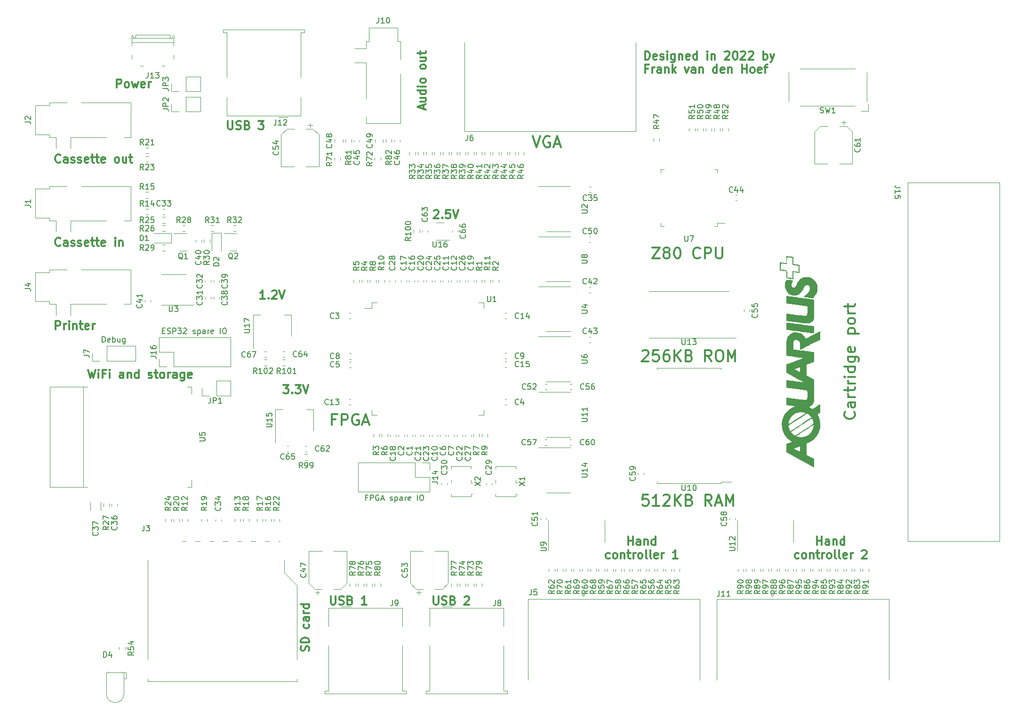
<source format=gto>
%TF.GenerationSoftware,KiCad,Pcbnew,(6.0.4-0)*%
%TF.CreationDate,2022-04-09T07:25:14+02:00*%
%TF.ProjectId,aquarius-plus,61717561-7269-4757-932d-706c75732e6b,rev?*%
%TF.SameCoordinates,Original*%
%TF.FileFunction,Legend,Top*%
%TF.FilePolarity,Positive*%
%FSLAX46Y46*%
G04 Gerber Fmt 4.6, Leading zero omitted, Abs format (unit mm)*
G04 Created by KiCad (PCBNEW (6.0.4-0)) date 2022-04-09 07:25:14*
%MOMM*%
%LPD*%
G01*
G04 APERTURE LIST*
%ADD10C,0.300000*%
%ADD11C,0.150000*%
%ADD12C,0.120000*%
G04 APERTURE END LIST*
D10*
X169035714Y-125471071D02*
X169035714Y-123971071D01*
X169035714Y-124685357D02*
X169892857Y-124685357D01*
X169892857Y-125471071D02*
X169892857Y-123971071D01*
X171250000Y-125471071D02*
X171250000Y-124685357D01*
X171178571Y-124542500D01*
X171035714Y-124471071D01*
X170750000Y-124471071D01*
X170607142Y-124542500D01*
X171250000Y-125399642D02*
X171107142Y-125471071D01*
X170750000Y-125471071D01*
X170607142Y-125399642D01*
X170535714Y-125256785D01*
X170535714Y-125113928D01*
X170607142Y-124971071D01*
X170750000Y-124899642D01*
X171107142Y-124899642D01*
X171250000Y-124828214D01*
X171964285Y-124471071D02*
X171964285Y-125471071D01*
X171964285Y-124613928D02*
X172035714Y-124542500D01*
X172178571Y-124471071D01*
X172392857Y-124471071D01*
X172535714Y-124542500D01*
X172607142Y-124685357D01*
X172607142Y-125471071D01*
X173964285Y-125471071D02*
X173964285Y-123971071D01*
X173964285Y-125399642D02*
X173821428Y-125471071D01*
X173535714Y-125471071D01*
X173392857Y-125399642D01*
X173321428Y-125328214D01*
X173250000Y-125185357D01*
X173250000Y-124756785D01*
X173321428Y-124613928D01*
X173392857Y-124542500D01*
X173535714Y-124471071D01*
X173821428Y-124471071D01*
X173964285Y-124542500D01*
X165750000Y-127814642D02*
X165607142Y-127886071D01*
X165321428Y-127886071D01*
X165178571Y-127814642D01*
X165107142Y-127743214D01*
X165035714Y-127600357D01*
X165035714Y-127171785D01*
X165107142Y-127028928D01*
X165178571Y-126957500D01*
X165321428Y-126886071D01*
X165607142Y-126886071D01*
X165750000Y-126957500D01*
X166607142Y-127886071D02*
X166464285Y-127814642D01*
X166392857Y-127743214D01*
X166321428Y-127600357D01*
X166321428Y-127171785D01*
X166392857Y-127028928D01*
X166464285Y-126957500D01*
X166607142Y-126886071D01*
X166821428Y-126886071D01*
X166964285Y-126957500D01*
X167035714Y-127028928D01*
X167107142Y-127171785D01*
X167107142Y-127600357D01*
X167035714Y-127743214D01*
X166964285Y-127814642D01*
X166821428Y-127886071D01*
X166607142Y-127886071D01*
X167750000Y-126886071D02*
X167750000Y-127886071D01*
X167750000Y-127028928D02*
X167821428Y-126957500D01*
X167964285Y-126886071D01*
X168178571Y-126886071D01*
X168321428Y-126957500D01*
X168392857Y-127100357D01*
X168392857Y-127886071D01*
X168892857Y-126886071D02*
X169464285Y-126886071D01*
X169107142Y-126386071D02*
X169107142Y-127671785D01*
X169178571Y-127814642D01*
X169321428Y-127886071D01*
X169464285Y-127886071D01*
X169964285Y-127886071D02*
X169964285Y-126886071D01*
X169964285Y-127171785D02*
X170035714Y-127028928D01*
X170107142Y-126957500D01*
X170250000Y-126886071D01*
X170392857Y-126886071D01*
X171107142Y-127886071D02*
X170964285Y-127814642D01*
X170892857Y-127743214D01*
X170821428Y-127600357D01*
X170821428Y-127171785D01*
X170892857Y-127028928D01*
X170964285Y-126957500D01*
X171107142Y-126886071D01*
X171321428Y-126886071D01*
X171464285Y-126957500D01*
X171535714Y-127028928D01*
X171607142Y-127171785D01*
X171607142Y-127600357D01*
X171535714Y-127743214D01*
X171464285Y-127814642D01*
X171321428Y-127886071D01*
X171107142Y-127886071D01*
X172464285Y-127886071D02*
X172321428Y-127814642D01*
X172250000Y-127671785D01*
X172250000Y-126386071D01*
X173250000Y-127886071D02*
X173107142Y-127814642D01*
X173035714Y-127671785D01*
X173035714Y-126386071D01*
X174392857Y-127814642D02*
X174250000Y-127886071D01*
X173964285Y-127886071D01*
X173821428Y-127814642D01*
X173750000Y-127671785D01*
X173750000Y-127100357D01*
X173821428Y-126957500D01*
X173964285Y-126886071D01*
X174250000Y-126886071D01*
X174392857Y-126957500D01*
X174464285Y-127100357D01*
X174464285Y-127243214D01*
X173750000Y-127386071D01*
X175107142Y-127886071D02*
X175107142Y-126886071D01*
X175107142Y-127171785D02*
X175178571Y-127028928D01*
X175250000Y-126957500D01*
X175392857Y-126886071D01*
X175535714Y-126886071D01*
X177964285Y-127886071D02*
X177107142Y-127886071D01*
X177535714Y-127886071D02*
X177535714Y-126386071D01*
X177392857Y-126600357D01*
X177250000Y-126743214D01*
X177107142Y-126814642D01*
X134052142Y-134678571D02*
X134052142Y-135892857D01*
X134123571Y-136035714D01*
X134195000Y-136107142D01*
X134337857Y-136178571D01*
X134623571Y-136178571D01*
X134766428Y-136107142D01*
X134837857Y-136035714D01*
X134909285Y-135892857D01*
X134909285Y-134678571D01*
X135552142Y-136107142D02*
X135766428Y-136178571D01*
X136123571Y-136178571D01*
X136266428Y-136107142D01*
X136337857Y-136035714D01*
X136409285Y-135892857D01*
X136409285Y-135750000D01*
X136337857Y-135607142D01*
X136266428Y-135535714D01*
X136123571Y-135464285D01*
X135837857Y-135392857D01*
X135695000Y-135321428D01*
X135623571Y-135250000D01*
X135552142Y-135107142D01*
X135552142Y-134964285D01*
X135623571Y-134821428D01*
X135695000Y-134750000D01*
X135837857Y-134678571D01*
X136195000Y-134678571D01*
X136409285Y-134750000D01*
X137552142Y-135392857D02*
X137766428Y-135464285D01*
X137837857Y-135535714D01*
X137909285Y-135678571D01*
X137909285Y-135892857D01*
X137837857Y-136035714D01*
X137766428Y-136107142D01*
X137623571Y-136178571D01*
X137052142Y-136178571D01*
X137052142Y-134678571D01*
X137552142Y-134678571D01*
X137695000Y-134750000D01*
X137766428Y-134821428D01*
X137837857Y-134964285D01*
X137837857Y-135107142D01*
X137766428Y-135250000D01*
X137695000Y-135321428D01*
X137552142Y-135392857D01*
X137052142Y-135392857D01*
X139623571Y-134821428D02*
X139695000Y-134750000D01*
X139837857Y-134678571D01*
X140195000Y-134678571D01*
X140337857Y-134750000D01*
X140409285Y-134821428D01*
X140480714Y-134964285D01*
X140480714Y-135107142D01*
X140409285Y-135321428D01*
X139552142Y-136178571D01*
X140480714Y-136178571D01*
X172102142Y-38121071D02*
X172102142Y-36621071D01*
X172459285Y-36621071D01*
X172673571Y-36692500D01*
X172816428Y-36835357D01*
X172887857Y-36978214D01*
X172959285Y-37263928D01*
X172959285Y-37478214D01*
X172887857Y-37763928D01*
X172816428Y-37906785D01*
X172673571Y-38049642D01*
X172459285Y-38121071D01*
X172102142Y-38121071D01*
X174173571Y-38049642D02*
X174030714Y-38121071D01*
X173745000Y-38121071D01*
X173602142Y-38049642D01*
X173530714Y-37906785D01*
X173530714Y-37335357D01*
X173602142Y-37192500D01*
X173745000Y-37121071D01*
X174030714Y-37121071D01*
X174173571Y-37192500D01*
X174245000Y-37335357D01*
X174245000Y-37478214D01*
X173530714Y-37621071D01*
X174816428Y-38049642D02*
X174959285Y-38121071D01*
X175245000Y-38121071D01*
X175387857Y-38049642D01*
X175459285Y-37906785D01*
X175459285Y-37835357D01*
X175387857Y-37692500D01*
X175245000Y-37621071D01*
X175030714Y-37621071D01*
X174887857Y-37549642D01*
X174816428Y-37406785D01*
X174816428Y-37335357D01*
X174887857Y-37192500D01*
X175030714Y-37121071D01*
X175245000Y-37121071D01*
X175387857Y-37192500D01*
X176102142Y-38121071D02*
X176102142Y-37121071D01*
X176102142Y-36621071D02*
X176030714Y-36692500D01*
X176102142Y-36763928D01*
X176173571Y-36692500D01*
X176102142Y-36621071D01*
X176102142Y-36763928D01*
X177459285Y-37121071D02*
X177459285Y-38335357D01*
X177387857Y-38478214D01*
X177316428Y-38549642D01*
X177173571Y-38621071D01*
X176959285Y-38621071D01*
X176816428Y-38549642D01*
X177459285Y-38049642D02*
X177316428Y-38121071D01*
X177030714Y-38121071D01*
X176887857Y-38049642D01*
X176816428Y-37978214D01*
X176745000Y-37835357D01*
X176745000Y-37406785D01*
X176816428Y-37263928D01*
X176887857Y-37192500D01*
X177030714Y-37121071D01*
X177316428Y-37121071D01*
X177459285Y-37192500D01*
X178173571Y-37121071D02*
X178173571Y-38121071D01*
X178173571Y-37263928D02*
X178245000Y-37192500D01*
X178387857Y-37121071D01*
X178602142Y-37121071D01*
X178745000Y-37192500D01*
X178816428Y-37335357D01*
X178816428Y-38121071D01*
X180102142Y-38049642D02*
X179959285Y-38121071D01*
X179673571Y-38121071D01*
X179530714Y-38049642D01*
X179459285Y-37906785D01*
X179459285Y-37335357D01*
X179530714Y-37192500D01*
X179673571Y-37121071D01*
X179959285Y-37121071D01*
X180102142Y-37192500D01*
X180173571Y-37335357D01*
X180173571Y-37478214D01*
X179459285Y-37621071D01*
X181459285Y-38121071D02*
X181459285Y-36621071D01*
X181459285Y-38049642D02*
X181316428Y-38121071D01*
X181030714Y-38121071D01*
X180887857Y-38049642D01*
X180816428Y-37978214D01*
X180745000Y-37835357D01*
X180745000Y-37406785D01*
X180816428Y-37263928D01*
X180887857Y-37192500D01*
X181030714Y-37121071D01*
X181316428Y-37121071D01*
X181459285Y-37192500D01*
X183316428Y-38121071D02*
X183316428Y-37121071D01*
X183316428Y-36621071D02*
X183245000Y-36692500D01*
X183316428Y-36763928D01*
X183387857Y-36692500D01*
X183316428Y-36621071D01*
X183316428Y-36763928D01*
X184030714Y-37121071D02*
X184030714Y-38121071D01*
X184030714Y-37263928D02*
X184102142Y-37192500D01*
X184245000Y-37121071D01*
X184459285Y-37121071D01*
X184602142Y-37192500D01*
X184673571Y-37335357D01*
X184673571Y-38121071D01*
X186459285Y-36763928D02*
X186530714Y-36692500D01*
X186673571Y-36621071D01*
X187030714Y-36621071D01*
X187173571Y-36692500D01*
X187245000Y-36763928D01*
X187316428Y-36906785D01*
X187316428Y-37049642D01*
X187245000Y-37263928D01*
X186387857Y-38121071D01*
X187316428Y-38121071D01*
X188245000Y-36621071D02*
X188387857Y-36621071D01*
X188530714Y-36692500D01*
X188602142Y-36763928D01*
X188673571Y-36906785D01*
X188745000Y-37192500D01*
X188745000Y-37549642D01*
X188673571Y-37835357D01*
X188602142Y-37978214D01*
X188530714Y-38049642D01*
X188387857Y-38121071D01*
X188245000Y-38121071D01*
X188102142Y-38049642D01*
X188030714Y-37978214D01*
X187959285Y-37835357D01*
X187887857Y-37549642D01*
X187887857Y-37192500D01*
X187959285Y-36906785D01*
X188030714Y-36763928D01*
X188102142Y-36692500D01*
X188245000Y-36621071D01*
X189316428Y-36763928D02*
X189387857Y-36692500D01*
X189530714Y-36621071D01*
X189887857Y-36621071D01*
X190030714Y-36692500D01*
X190102142Y-36763928D01*
X190173571Y-36906785D01*
X190173571Y-37049642D01*
X190102142Y-37263928D01*
X189245000Y-38121071D01*
X190173571Y-38121071D01*
X190745000Y-36763928D02*
X190816428Y-36692500D01*
X190959285Y-36621071D01*
X191316428Y-36621071D01*
X191459285Y-36692500D01*
X191530714Y-36763928D01*
X191602142Y-36906785D01*
X191602142Y-37049642D01*
X191530714Y-37263928D01*
X190673571Y-38121071D01*
X191602142Y-38121071D01*
X193387857Y-38121071D02*
X193387857Y-36621071D01*
X193387857Y-37192500D02*
X193530714Y-37121071D01*
X193816428Y-37121071D01*
X193959285Y-37192500D01*
X194030714Y-37263928D01*
X194102142Y-37406785D01*
X194102142Y-37835357D01*
X194030714Y-37978214D01*
X193959285Y-38049642D01*
X193816428Y-38121071D01*
X193530714Y-38121071D01*
X193387857Y-38049642D01*
X194602142Y-37121071D02*
X194959285Y-38121071D01*
X195316428Y-37121071D02*
X194959285Y-38121071D01*
X194816428Y-38478214D01*
X194745000Y-38549642D01*
X194602142Y-38621071D01*
X172602142Y-39750357D02*
X172102142Y-39750357D01*
X172102142Y-40536071D02*
X172102142Y-39036071D01*
X172816428Y-39036071D01*
X173387857Y-40536071D02*
X173387857Y-39536071D01*
X173387857Y-39821785D02*
X173459285Y-39678928D01*
X173530714Y-39607500D01*
X173673571Y-39536071D01*
X173816428Y-39536071D01*
X174959285Y-40536071D02*
X174959285Y-39750357D01*
X174887857Y-39607500D01*
X174745000Y-39536071D01*
X174459285Y-39536071D01*
X174316428Y-39607500D01*
X174959285Y-40464642D02*
X174816428Y-40536071D01*
X174459285Y-40536071D01*
X174316428Y-40464642D01*
X174245000Y-40321785D01*
X174245000Y-40178928D01*
X174316428Y-40036071D01*
X174459285Y-39964642D01*
X174816428Y-39964642D01*
X174959285Y-39893214D01*
X175673571Y-39536071D02*
X175673571Y-40536071D01*
X175673571Y-39678928D02*
X175745000Y-39607500D01*
X175887857Y-39536071D01*
X176102142Y-39536071D01*
X176245000Y-39607500D01*
X176316428Y-39750357D01*
X176316428Y-40536071D01*
X177030714Y-40536071D02*
X177030714Y-39036071D01*
X177173571Y-39964642D02*
X177602142Y-40536071D01*
X177602142Y-39536071D02*
X177030714Y-40107500D01*
X179245000Y-39536071D02*
X179602142Y-40536071D01*
X179959285Y-39536071D01*
X181173571Y-40536071D02*
X181173571Y-39750357D01*
X181102142Y-39607500D01*
X180959285Y-39536071D01*
X180673571Y-39536071D01*
X180530714Y-39607500D01*
X181173571Y-40464642D02*
X181030714Y-40536071D01*
X180673571Y-40536071D01*
X180530714Y-40464642D01*
X180459285Y-40321785D01*
X180459285Y-40178928D01*
X180530714Y-40036071D01*
X180673571Y-39964642D01*
X181030714Y-39964642D01*
X181173571Y-39893214D01*
X181887857Y-39536071D02*
X181887857Y-40536071D01*
X181887857Y-39678928D02*
X181959285Y-39607500D01*
X182102142Y-39536071D01*
X182316428Y-39536071D01*
X182459285Y-39607500D01*
X182530714Y-39750357D01*
X182530714Y-40536071D01*
X185030714Y-40536071D02*
X185030714Y-39036071D01*
X185030714Y-40464642D02*
X184887857Y-40536071D01*
X184602142Y-40536071D01*
X184459285Y-40464642D01*
X184387857Y-40393214D01*
X184316428Y-40250357D01*
X184316428Y-39821785D01*
X184387857Y-39678928D01*
X184459285Y-39607500D01*
X184602142Y-39536071D01*
X184887857Y-39536071D01*
X185030714Y-39607500D01*
X186316428Y-40464642D02*
X186173571Y-40536071D01*
X185887857Y-40536071D01*
X185745000Y-40464642D01*
X185673571Y-40321785D01*
X185673571Y-39750357D01*
X185745000Y-39607500D01*
X185887857Y-39536071D01*
X186173571Y-39536071D01*
X186316428Y-39607500D01*
X186387857Y-39750357D01*
X186387857Y-39893214D01*
X185673571Y-40036071D01*
X187030714Y-39536071D02*
X187030714Y-40536071D01*
X187030714Y-39678928D02*
X187102142Y-39607500D01*
X187245000Y-39536071D01*
X187459285Y-39536071D01*
X187602142Y-39607500D01*
X187673571Y-39750357D01*
X187673571Y-40536071D01*
X189530714Y-40536071D02*
X189530714Y-39036071D01*
X189530714Y-39750357D02*
X190387857Y-39750357D01*
X190387857Y-40536071D02*
X190387857Y-39036071D01*
X191316428Y-40536071D02*
X191173571Y-40464642D01*
X191102142Y-40393214D01*
X191030714Y-40250357D01*
X191030714Y-39821785D01*
X191102142Y-39678928D01*
X191173571Y-39607500D01*
X191316428Y-39536071D01*
X191530714Y-39536071D01*
X191673571Y-39607500D01*
X191745000Y-39678928D01*
X191816428Y-39821785D01*
X191816428Y-40250357D01*
X191745000Y-40393214D01*
X191673571Y-40464642D01*
X191530714Y-40536071D01*
X191316428Y-40536071D01*
X193030714Y-40464642D02*
X192887857Y-40536071D01*
X192602142Y-40536071D01*
X192459285Y-40464642D01*
X192387857Y-40321785D01*
X192387857Y-39750357D01*
X192459285Y-39607500D01*
X192602142Y-39536071D01*
X192887857Y-39536071D01*
X193030714Y-39607500D01*
X193102142Y-39750357D01*
X193102142Y-39893214D01*
X192387857Y-40036071D01*
X193530714Y-39536071D02*
X194102142Y-39536071D01*
X193745000Y-40536071D02*
X193745000Y-39250357D01*
X193816428Y-39107500D01*
X193959285Y-39036071D01*
X194102142Y-39036071D01*
X173419047Y-71904761D02*
X174752380Y-71904761D01*
X173419047Y-73904761D01*
X174752380Y-73904761D01*
X175800000Y-72761904D02*
X175609523Y-72666666D01*
X175514285Y-72571428D01*
X175419047Y-72380952D01*
X175419047Y-72285714D01*
X175514285Y-72095238D01*
X175609523Y-72000000D01*
X175800000Y-71904761D01*
X176180952Y-71904761D01*
X176371428Y-72000000D01*
X176466666Y-72095238D01*
X176561904Y-72285714D01*
X176561904Y-72380952D01*
X176466666Y-72571428D01*
X176371428Y-72666666D01*
X176180952Y-72761904D01*
X175800000Y-72761904D01*
X175609523Y-72857142D01*
X175514285Y-72952380D01*
X175419047Y-73142857D01*
X175419047Y-73523809D01*
X175514285Y-73714285D01*
X175609523Y-73809523D01*
X175800000Y-73904761D01*
X176180952Y-73904761D01*
X176371428Y-73809523D01*
X176466666Y-73714285D01*
X176561904Y-73523809D01*
X176561904Y-73142857D01*
X176466666Y-72952380D01*
X176371428Y-72857142D01*
X176180952Y-72761904D01*
X177800000Y-71904761D02*
X177990476Y-71904761D01*
X178180952Y-72000000D01*
X178276190Y-72095238D01*
X178371428Y-72285714D01*
X178466666Y-72666666D01*
X178466666Y-73142857D01*
X178371428Y-73523809D01*
X178276190Y-73714285D01*
X178180952Y-73809523D01*
X177990476Y-73904761D01*
X177800000Y-73904761D01*
X177609523Y-73809523D01*
X177514285Y-73714285D01*
X177419047Y-73523809D01*
X177323809Y-73142857D01*
X177323809Y-72666666D01*
X177419047Y-72285714D01*
X177514285Y-72095238D01*
X177609523Y-72000000D01*
X177800000Y-71904761D01*
X181990476Y-73714285D02*
X181895238Y-73809523D01*
X181609523Y-73904761D01*
X181419047Y-73904761D01*
X181133333Y-73809523D01*
X180942857Y-73619047D01*
X180847619Y-73428571D01*
X180752380Y-73047619D01*
X180752380Y-72761904D01*
X180847619Y-72380952D01*
X180942857Y-72190476D01*
X181133333Y-72000000D01*
X181419047Y-71904761D01*
X181609523Y-71904761D01*
X181895238Y-72000000D01*
X181990476Y-72095238D01*
X182847619Y-73904761D02*
X182847619Y-71904761D01*
X183609523Y-71904761D01*
X183800000Y-72000000D01*
X183895238Y-72095238D01*
X183990476Y-72285714D01*
X183990476Y-72571428D01*
X183895238Y-72761904D01*
X183800000Y-72857142D01*
X183609523Y-72952380D01*
X182847619Y-72952380D01*
X184847619Y-71904761D02*
X184847619Y-73523809D01*
X184942857Y-73714285D01*
X185038095Y-73809523D01*
X185228571Y-73904761D01*
X185609523Y-73904761D01*
X185800000Y-73809523D01*
X185895238Y-73714285D01*
X185990476Y-73523809D01*
X185990476Y-71904761D01*
X66909285Y-56535714D02*
X66837857Y-56607142D01*
X66623571Y-56678571D01*
X66480714Y-56678571D01*
X66266428Y-56607142D01*
X66123571Y-56464285D01*
X66052142Y-56321428D01*
X65980714Y-56035714D01*
X65980714Y-55821428D01*
X66052142Y-55535714D01*
X66123571Y-55392857D01*
X66266428Y-55250000D01*
X66480714Y-55178571D01*
X66623571Y-55178571D01*
X66837857Y-55250000D01*
X66909285Y-55321428D01*
X68195000Y-56678571D02*
X68195000Y-55892857D01*
X68123571Y-55750000D01*
X67980714Y-55678571D01*
X67695000Y-55678571D01*
X67552142Y-55750000D01*
X68195000Y-56607142D02*
X68052142Y-56678571D01*
X67695000Y-56678571D01*
X67552142Y-56607142D01*
X67480714Y-56464285D01*
X67480714Y-56321428D01*
X67552142Y-56178571D01*
X67695000Y-56107142D01*
X68052142Y-56107142D01*
X68195000Y-56035714D01*
X68837857Y-56607142D02*
X68980714Y-56678571D01*
X69266428Y-56678571D01*
X69409285Y-56607142D01*
X69480714Y-56464285D01*
X69480714Y-56392857D01*
X69409285Y-56250000D01*
X69266428Y-56178571D01*
X69052142Y-56178571D01*
X68909285Y-56107142D01*
X68837857Y-55964285D01*
X68837857Y-55892857D01*
X68909285Y-55750000D01*
X69052142Y-55678571D01*
X69266428Y-55678571D01*
X69409285Y-55750000D01*
X70052142Y-56607142D02*
X70195000Y-56678571D01*
X70480714Y-56678571D01*
X70623571Y-56607142D01*
X70695000Y-56464285D01*
X70695000Y-56392857D01*
X70623571Y-56250000D01*
X70480714Y-56178571D01*
X70266428Y-56178571D01*
X70123571Y-56107142D01*
X70052142Y-55964285D01*
X70052142Y-55892857D01*
X70123571Y-55750000D01*
X70266428Y-55678571D01*
X70480714Y-55678571D01*
X70623571Y-55750000D01*
X71909285Y-56607142D02*
X71766428Y-56678571D01*
X71480714Y-56678571D01*
X71337857Y-56607142D01*
X71266428Y-56464285D01*
X71266428Y-55892857D01*
X71337857Y-55750000D01*
X71480714Y-55678571D01*
X71766428Y-55678571D01*
X71909285Y-55750000D01*
X71980714Y-55892857D01*
X71980714Y-56035714D01*
X71266428Y-56178571D01*
X72409285Y-55678571D02*
X72980714Y-55678571D01*
X72623571Y-55178571D02*
X72623571Y-56464285D01*
X72695000Y-56607142D01*
X72837857Y-56678571D01*
X72980714Y-56678571D01*
X73266428Y-55678571D02*
X73837857Y-55678571D01*
X73480714Y-55178571D02*
X73480714Y-56464285D01*
X73552142Y-56607142D01*
X73695000Y-56678571D01*
X73837857Y-56678571D01*
X74909285Y-56607142D02*
X74766428Y-56678571D01*
X74480714Y-56678571D01*
X74337857Y-56607142D01*
X74266428Y-56464285D01*
X74266428Y-55892857D01*
X74337857Y-55750000D01*
X74480714Y-55678571D01*
X74766428Y-55678571D01*
X74909285Y-55750000D01*
X74980714Y-55892857D01*
X74980714Y-56035714D01*
X74266428Y-56178571D01*
X76980714Y-56678571D02*
X76837857Y-56607142D01*
X76766428Y-56535714D01*
X76695000Y-56392857D01*
X76695000Y-55964285D01*
X76766428Y-55821428D01*
X76837857Y-55750000D01*
X76980714Y-55678571D01*
X77195000Y-55678571D01*
X77337857Y-55750000D01*
X77409285Y-55821428D01*
X77480714Y-55964285D01*
X77480714Y-56392857D01*
X77409285Y-56535714D01*
X77337857Y-56607142D01*
X77195000Y-56678571D01*
X76980714Y-56678571D01*
X78766428Y-55678571D02*
X78766428Y-56678571D01*
X78123571Y-55678571D02*
X78123571Y-56464285D01*
X78195000Y-56607142D01*
X78337857Y-56678571D01*
X78552142Y-56678571D01*
X78695000Y-56607142D01*
X78766428Y-56535714D01*
X79266428Y-55678571D02*
X79837857Y-55678571D01*
X79480714Y-55178571D02*
X79480714Y-56464285D01*
X79552142Y-56607142D01*
X79695000Y-56678571D01*
X79837857Y-56678571D01*
X111607142Y-144519285D02*
X111678571Y-144305000D01*
X111678571Y-143947857D01*
X111607142Y-143805000D01*
X111535714Y-143733571D01*
X111392857Y-143662142D01*
X111250000Y-143662142D01*
X111107142Y-143733571D01*
X111035714Y-143805000D01*
X110964285Y-143947857D01*
X110892857Y-144233571D01*
X110821428Y-144376428D01*
X110750000Y-144447857D01*
X110607142Y-144519285D01*
X110464285Y-144519285D01*
X110321428Y-144447857D01*
X110250000Y-144376428D01*
X110178571Y-144233571D01*
X110178571Y-143876428D01*
X110250000Y-143662142D01*
X111678571Y-143019285D02*
X110178571Y-143019285D01*
X110178571Y-142662142D01*
X110250000Y-142447857D01*
X110392857Y-142305000D01*
X110535714Y-142233571D01*
X110821428Y-142162142D01*
X111035714Y-142162142D01*
X111321428Y-142233571D01*
X111464285Y-142305000D01*
X111607142Y-142447857D01*
X111678571Y-142662142D01*
X111678571Y-143019285D01*
X111607142Y-139733571D02*
X111678571Y-139876428D01*
X111678571Y-140162142D01*
X111607142Y-140305000D01*
X111535714Y-140376428D01*
X111392857Y-140447857D01*
X110964285Y-140447857D01*
X110821428Y-140376428D01*
X110750000Y-140305000D01*
X110678571Y-140162142D01*
X110678571Y-139876428D01*
X110750000Y-139733571D01*
X111678571Y-138447857D02*
X110892857Y-138447857D01*
X110750000Y-138519285D01*
X110678571Y-138662142D01*
X110678571Y-138947857D01*
X110750000Y-139090714D01*
X111607142Y-138447857D02*
X111678571Y-138590714D01*
X111678571Y-138947857D01*
X111607142Y-139090714D01*
X111464285Y-139162142D01*
X111321428Y-139162142D01*
X111178571Y-139090714D01*
X111107142Y-138947857D01*
X111107142Y-138590714D01*
X111035714Y-138447857D01*
X111678571Y-137733571D02*
X110678571Y-137733571D01*
X110964285Y-137733571D02*
X110821428Y-137662142D01*
X110750000Y-137590714D01*
X110678571Y-137447857D01*
X110678571Y-137305000D01*
X111678571Y-136162142D02*
X110178571Y-136162142D01*
X111607142Y-136162142D02*
X111678571Y-136305000D01*
X111678571Y-136590714D01*
X111607142Y-136733571D01*
X111535714Y-136805000D01*
X111392857Y-136876428D01*
X110964285Y-136876428D01*
X110821428Y-136805000D01*
X110750000Y-136733571D01*
X110678571Y-136590714D01*
X110678571Y-136305000D01*
X110750000Y-136162142D01*
D11*
X74452380Y-88952380D02*
X74452380Y-87952380D01*
X74690476Y-87952380D01*
X74833333Y-88000000D01*
X74928571Y-88095238D01*
X74976190Y-88190476D01*
X75023809Y-88380952D01*
X75023809Y-88523809D01*
X74976190Y-88714285D01*
X74928571Y-88809523D01*
X74833333Y-88904761D01*
X74690476Y-88952380D01*
X74452380Y-88952380D01*
X75833333Y-88904761D02*
X75738095Y-88952380D01*
X75547619Y-88952380D01*
X75452380Y-88904761D01*
X75404761Y-88809523D01*
X75404761Y-88428571D01*
X75452380Y-88333333D01*
X75547619Y-88285714D01*
X75738095Y-88285714D01*
X75833333Y-88333333D01*
X75880952Y-88428571D01*
X75880952Y-88523809D01*
X75404761Y-88619047D01*
X76309523Y-88952380D02*
X76309523Y-87952380D01*
X76309523Y-88333333D02*
X76404761Y-88285714D01*
X76595238Y-88285714D01*
X76690476Y-88333333D01*
X76738095Y-88380952D01*
X76785714Y-88476190D01*
X76785714Y-88761904D01*
X76738095Y-88857142D01*
X76690476Y-88904761D01*
X76595238Y-88952380D01*
X76404761Y-88952380D01*
X76309523Y-88904761D01*
X77642857Y-88285714D02*
X77642857Y-88952380D01*
X77214285Y-88285714D02*
X77214285Y-88809523D01*
X77261904Y-88904761D01*
X77357142Y-88952380D01*
X77500000Y-88952380D01*
X77595238Y-88904761D01*
X77642857Y-88857142D01*
X78547619Y-88285714D02*
X78547619Y-89095238D01*
X78500000Y-89190476D01*
X78452380Y-89238095D01*
X78357142Y-89285714D01*
X78214285Y-89285714D01*
X78119047Y-89238095D01*
X78547619Y-88904761D02*
X78452380Y-88952380D01*
X78261904Y-88952380D01*
X78166666Y-88904761D01*
X78119047Y-88857142D01*
X78071428Y-88761904D01*
X78071428Y-88476190D01*
X78119047Y-88380952D01*
X78166666Y-88333333D01*
X78261904Y-88285714D01*
X78452380Y-88285714D01*
X78547619Y-88333333D01*
D10*
X203035714Y-125471071D02*
X203035714Y-123971071D01*
X203035714Y-124685357D02*
X203892857Y-124685357D01*
X203892857Y-125471071D02*
X203892857Y-123971071D01*
X205250000Y-125471071D02*
X205250000Y-124685357D01*
X205178571Y-124542500D01*
X205035714Y-124471071D01*
X204750000Y-124471071D01*
X204607142Y-124542500D01*
X205250000Y-125399642D02*
X205107142Y-125471071D01*
X204750000Y-125471071D01*
X204607142Y-125399642D01*
X204535714Y-125256785D01*
X204535714Y-125113928D01*
X204607142Y-124971071D01*
X204750000Y-124899642D01*
X205107142Y-124899642D01*
X205250000Y-124828214D01*
X205964285Y-124471071D02*
X205964285Y-125471071D01*
X205964285Y-124613928D02*
X206035714Y-124542500D01*
X206178571Y-124471071D01*
X206392857Y-124471071D01*
X206535714Y-124542500D01*
X206607142Y-124685357D01*
X206607142Y-125471071D01*
X207964285Y-125471071D02*
X207964285Y-123971071D01*
X207964285Y-125399642D02*
X207821428Y-125471071D01*
X207535714Y-125471071D01*
X207392857Y-125399642D01*
X207321428Y-125328214D01*
X207250000Y-125185357D01*
X207250000Y-124756785D01*
X207321428Y-124613928D01*
X207392857Y-124542500D01*
X207535714Y-124471071D01*
X207821428Y-124471071D01*
X207964285Y-124542500D01*
X199750000Y-127814642D02*
X199607142Y-127886071D01*
X199321428Y-127886071D01*
X199178571Y-127814642D01*
X199107142Y-127743214D01*
X199035714Y-127600357D01*
X199035714Y-127171785D01*
X199107142Y-127028928D01*
X199178571Y-126957500D01*
X199321428Y-126886071D01*
X199607142Y-126886071D01*
X199750000Y-126957500D01*
X200607142Y-127886071D02*
X200464285Y-127814642D01*
X200392857Y-127743214D01*
X200321428Y-127600357D01*
X200321428Y-127171785D01*
X200392857Y-127028928D01*
X200464285Y-126957500D01*
X200607142Y-126886071D01*
X200821428Y-126886071D01*
X200964285Y-126957500D01*
X201035714Y-127028928D01*
X201107142Y-127171785D01*
X201107142Y-127600357D01*
X201035714Y-127743214D01*
X200964285Y-127814642D01*
X200821428Y-127886071D01*
X200607142Y-127886071D01*
X201750000Y-126886071D02*
X201750000Y-127886071D01*
X201750000Y-127028928D02*
X201821428Y-126957500D01*
X201964285Y-126886071D01*
X202178571Y-126886071D01*
X202321428Y-126957500D01*
X202392857Y-127100357D01*
X202392857Y-127886071D01*
X202892857Y-126886071D02*
X203464285Y-126886071D01*
X203107142Y-126386071D02*
X203107142Y-127671785D01*
X203178571Y-127814642D01*
X203321428Y-127886071D01*
X203464285Y-127886071D01*
X203964285Y-127886071D02*
X203964285Y-126886071D01*
X203964285Y-127171785D02*
X204035714Y-127028928D01*
X204107142Y-126957500D01*
X204250000Y-126886071D01*
X204392857Y-126886071D01*
X205107142Y-127886071D02*
X204964285Y-127814642D01*
X204892857Y-127743214D01*
X204821428Y-127600357D01*
X204821428Y-127171785D01*
X204892857Y-127028928D01*
X204964285Y-126957500D01*
X205107142Y-126886071D01*
X205321428Y-126886071D01*
X205464285Y-126957500D01*
X205535714Y-127028928D01*
X205607142Y-127171785D01*
X205607142Y-127600357D01*
X205535714Y-127743214D01*
X205464285Y-127814642D01*
X205321428Y-127886071D01*
X205107142Y-127886071D01*
X206464285Y-127886071D02*
X206321428Y-127814642D01*
X206250000Y-127671785D01*
X206250000Y-126386071D01*
X207250000Y-127886071D02*
X207107142Y-127814642D01*
X207035714Y-127671785D01*
X207035714Y-126386071D01*
X208392857Y-127814642D02*
X208250000Y-127886071D01*
X207964285Y-127886071D01*
X207821428Y-127814642D01*
X207750000Y-127671785D01*
X207750000Y-127100357D01*
X207821428Y-126957500D01*
X207964285Y-126886071D01*
X208250000Y-126886071D01*
X208392857Y-126957500D01*
X208464285Y-127100357D01*
X208464285Y-127243214D01*
X207750000Y-127386071D01*
X209107142Y-127886071D02*
X209107142Y-126886071D01*
X209107142Y-127171785D02*
X209178571Y-127028928D01*
X209250000Y-126957500D01*
X209392857Y-126886071D01*
X209535714Y-126886071D01*
X211107142Y-126528928D02*
X211178571Y-126457500D01*
X211321428Y-126386071D01*
X211678571Y-126386071D01*
X211821428Y-126457500D01*
X211892857Y-126528928D01*
X211964285Y-126671785D01*
X211964285Y-126814642D01*
X211892857Y-127028928D01*
X211035714Y-127886071D01*
X211964285Y-127886071D01*
X71909285Y-93928571D02*
X72266428Y-95428571D01*
X72552142Y-94357142D01*
X72837857Y-95428571D01*
X73195000Y-93928571D01*
X73766428Y-95428571D02*
X73766428Y-94428571D01*
X73766428Y-93928571D02*
X73695000Y-94000000D01*
X73766428Y-94071428D01*
X73837857Y-94000000D01*
X73766428Y-93928571D01*
X73766428Y-94071428D01*
X74980714Y-94642857D02*
X74480714Y-94642857D01*
X74480714Y-95428571D02*
X74480714Y-93928571D01*
X75195000Y-93928571D01*
X75766428Y-95428571D02*
X75766428Y-94428571D01*
X75766428Y-93928571D02*
X75695000Y-94000000D01*
X75766428Y-94071428D01*
X75837857Y-94000000D01*
X75766428Y-93928571D01*
X75766428Y-94071428D01*
X78266428Y-95428571D02*
X78266428Y-94642857D01*
X78195000Y-94500000D01*
X78052142Y-94428571D01*
X77766428Y-94428571D01*
X77623571Y-94500000D01*
X78266428Y-95357142D02*
X78123571Y-95428571D01*
X77766428Y-95428571D01*
X77623571Y-95357142D01*
X77552142Y-95214285D01*
X77552142Y-95071428D01*
X77623571Y-94928571D01*
X77766428Y-94857142D01*
X78123571Y-94857142D01*
X78266428Y-94785714D01*
X78980714Y-94428571D02*
X78980714Y-95428571D01*
X78980714Y-94571428D02*
X79052142Y-94500000D01*
X79195000Y-94428571D01*
X79409285Y-94428571D01*
X79552142Y-94500000D01*
X79623571Y-94642857D01*
X79623571Y-95428571D01*
X80980714Y-95428571D02*
X80980714Y-93928571D01*
X80980714Y-95357142D02*
X80837857Y-95428571D01*
X80552142Y-95428571D01*
X80409285Y-95357142D01*
X80337857Y-95285714D01*
X80266428Y-95142857D01*
X80266428Y-94714285D01*
X80337857Y-94571428D01*
X80409285Y-94500000D01*
X80552142Y-94428571D01*
X80837857Y-94428571D01*
X80980714Y-94500000D01*
X82766428Y-95357142D02*
X82909285Y-95428571D01*
X83195000Y-95428571D01*
X83337857Y-95357142D01*
X83409285Y-95214285D01*
X83409285Y-95142857D01*
X83337857Y-95000000D01*
X83195000Y-94928571D01*
X82980714Y-94928571D01*
X82837857Y-94857142D01*
X82766428Y-94714285D01*
X82766428Y-94642857D01*
X82837857Y-94500000D01*
X82980714Y-94428571D01*
X83195000Y-94428571D01*
X83337857Y-94500000D01*
X83837857Y-94428571D02*
X84409285Y-94428571D01*
X84052142Y-93928571D02*
X84052142Y-95214285D01*
X84123571Y-95357142D01*
X84266428Y-95428571D01*
X84409285Y-95428571D01*
X85123571Y-95428571D02*
X84980714Y-95357142D01*
X84909285Y-95285714D01*
X84837857Y-95142857D01*
X84837857Y-94714285D01*
X84909285Y-94571428D01*
X84980714Y-94500000D01*
X85123571Y-94428571D01*
X85337857Y-94428571D01*
X85480714Y-94500000D01*
X85552142Y-94571428D01*
X85623571Y-94714285D01*
X85623571Y-95142857D01*
X85552142Y-95285714D01*
X85480714Y-95357142D01*
X85337857Y-95428571D01*
X85123571Y-95428571D01*
X86266428Y-95428571D02*
X86266428Y-94428571D01*
X86266428Y-94714285D02*
X86337857Y-94571428D01*
X86409285Y-94500000D01*
X86552142Y-94428571D01*
X86695000Y-94428571D01*
X87837857Y-95428571D02*
X87837857Y-94642857D01*
X87766428Y-94500000D01*
X87623571Y-94428571D01*
X87337857Y-94428571D01*
X87195000Y-94500000D01*
X87837857Y-95357142D02*
X87695000Y-95428571D01*
X87337857Y-95428571D01*
X87195000Y-95357142D01*
X87123571Y-95214285D01*
X87123571Y-95071428D01*
X87195000Y-94928571D01*
X87337857Y-94857142D01*
X87695000Y-94857142D01*
X87837857Y-94785714D01*
X89195000Y-94428571D02*
X89195000Y-95642857D01*
X89123571Y-95785714D01*
X89052142Y-95857142D01*
X88909285Y-95928571D01*
X88695000Y-95928571D01*
X88552142Y-95857142D01*
X89195000Y-95357142D02*
X89052142Y-95428571D01*
X88766428Y-95428571D01*
X88623571Y-95357142D01*
X88552142Y-95285714D01*
X88480714Y-95142857D01*
X88480714Y-94714285D01*
X88552142Y-94571428D01*
X88623571Y-94500000D01*
X88766428Y-94428571D01*
X89052142Y-94428571D01*
X89195000Y-94500000D01*
X90480714Y-95357142D02*
X90337857Y-95428571D01*
X90052142Y-95428571D01*
X89909285Y-95357142D01*
X89837857Y-95214285D01*
X89837857Y-94642857D01*
X89909285Y-94500000D01*
X90052142Y-94428571D01*
X90337857Y-94428571D01*
X90480714Y-94500000D01*
X90552142Y-94642857D01*
X90552142Y-94785714D01*
X89837857Y-94928571D01*
X66909285Y-71535714D02*
X66837857Y-71607142D01*
X66623571Y-71678571D01*
X66480714Y-71678571D01*
X66266428Y-71607142D01*
X66123571Y-71464285D01*
X66052142Y-71321428D01*
X65980714Y-71035714D01*
X65980714Y-70821428D01*
X66052142Y-70535714D01*
X66123571Y-70392857D01*
X66266428Y-70250000D01*
X66480714Y-70178571D01*
X66623571Y-70178571D01*
X66837857Y-70250000D01*
X66909285Y-70321428D01*
X68195000Y-71678571D02*
X68195000Y-70892857D01*
X68123571Y-70750000D01*
X67980714Y-70678571D01*
X67695000Y-70678571D01*
X67552142Y-70750000D01*
X68195000Y-71607142D02*
X68052142Y-71678571D01*
X67695000Y-71678571D01*
X67552142Y-71607142D01*
X67480714Y-71464285D01*
X67480714Y-71321428D01*
X67552142Y-71178571D01*
X67695000Y-71107142D01*
X68052142Y-71107142D01*
X68195000Y-71035714D01*
X68837857Y-71607142D02*
X68980714Y-71678571D01*
X69266428Y-71678571D01*
X69409285Y-71607142D01*
X69480714Y-71464285D01*
X69480714Y-71392857D01*
X69409285Y-71250000D01*
X69266428Y-71178571D01*
X69052142Y-71178571D01*
X68909285Y-71107142D01*
X68837857Y-70964285D01*
X68837857Y-70892857D01*
X68909285Y-70750000D01*
X69052142Y-70678571D01*
X69266428Y-70678571D01*
X69409285Y-70750000D01*
X70052142Y-71607142D02*
X70195000Y-71678571D01*
X70480714Y-71678571D01*
X70623571Y-71607142D01*
X70695000Y-71464285D01*
X70695000Y-71392857D01*
X70623571Y-71250000D01*
X70480714Y-71178571D01*
X70266428Y-71178571D01*
X70123571Y-71107142D01*
X70052142Y-70964285D01*
X70052142Y-70892857D01*
X70123571Y-70750000D01*
X70266428Y-70678571D01*
X70480714Y-70678571D01*
X70623571Y-70750000D01*
X71909285Y-71607142D02*
X71766428Y-71678571D01*
X71480714Y-71678571D01*
X71337857Y-71607142D01*
X71266428Y-71464285D01*
X71266428Y-70892857D01*
X71337857Y-70750000D01*
X71480714Y-70678571D01*
X71766428Y-70678571D01*
X71909285Y-70750000D01*
X71980714Y-70892857D01*
X71980714Y-71035714D01*
X71266428Y-71178571D01*
X72409285Y-70678571D02*
X72980714Y-70678571D01*
X72623571Y-70178571D02*
X72623571Y-71464285D01*
X72695000Y-71607142D01*
X72837857Y-71678571D01*
X72980714Y-71678571D01*
X73266428Y-70678571D02*
X73837857Y-70678571D01*
X73480714Y-70178571D02*
X73480714Y-71464285D01*
X73552142Y-71607142D01*
X73695000Y-71678571D01*
X73837857Y-71678571D01*
X74909285Y-71607142D02*
X74766428Y-71678571D01*
X74480714Y-71678571D01*
X74337857Y-71607142D01*
X74266428Y-71464285D01*
X74266428Y-70892857D01*
X74337857Y-70750000D01*
X74480714Y-70678571D01*
X74766428Y-70678571D01*
X74909285Y-70750000D01*
X74980714Y-70892857D01*
X74980714Y-71035714D01*
X74266428Y-71178571D01*
X76766428Y-71678571D02*
X76766428Y-70678571D01*
X76766428Y-70178571D02*
X76695000Y-70250000D01*
X76766428Y-70321428D01*
X76837857Y-70250000D01*
X76766428Y-70178571D01*
X76766428Y-70321428D01*
X77480714Y-70678571D02*
X77480714Y-71678571D01*
X77480714Y-70821428D02*
X77552142Y-70750000D01*
X77695000Y-70678571D01*
X77909285Y-70678571D01*
X78052142Y-70750000D01*
X78123571Y-70892857D01*
X78123571Y-71678571D01*
X103714285Y-81178571D02*
X102857142Y-81178571D01*
X103285714Y-81178571D02*
X103285714Y-79678571D01*
X103142857Y-79892857D01*
X103000000Y-80035714D01*
X102857142Y-80107142D01*
X104357142Y-81035714D02*
X104428571Y-81107142D01*
X104357142Y-81178571D01*
X104285714Y-81107142D01*
X104357142Y-81035714D01*
X104357142Y-81178571D01*
X105000000Y-79821428D02*
X105071428Y-79750000D01*
X105214285Y-79678571D01*
X105571428Y-79678571D01*
X105714285Y-79750000D01*
X105785714Y-79821428D01*
X105857142Y-79964285D01*
X105857142Y-80107142D01*
X105785714Y-80321428D01*
X104928571Y-81178571D01*
X105857142Y-81178571D01*
X106285714Y-79678571D02*
X106785714Y-81178571D01*
X107285714Y-79678571D01*
X107035714Y-96678571D02*
X107964285Y-96678571D01*
X107464285Y-97250000D01*
X107678571Y-97250000D01*
X107821428Y-97321428D01*
X107892857Y-97392857D01*
X107964285Y-97535714D01*
X107964285Y-97892857D01*
X107892857Y-98035714D01*
X107821428Y-98107142D01*
X107678571Y-98178571D01*
X107250000Y-98178571D01*
X107107142Y-98107142D01*
X107035714Y-98035714D01*
X108607142Y-98035714D02*
X108678571Y-98107142D01*
X108607142Y-98178571D01*
X108535714Y-98107142D01*
X108607142Y-98035714D01*
X108607142Y-98178571D01*
X109178571Y-96678571D02*
X110107142Y-96678571D01*
X109607142Y-97250000D01*
X109821428Y-97250000D01*
X109964285Y-97321428D01*
X110035714Y-97392857D01*
X110107142Y-97535714D01*
X110107142Y-97892857D01*
X110035714Y-98035714D01*
X109964285Y-98107142D01*
X109821428Y-98178571D01*
X109392857Y-98178571D01*
X109250000Y-98107142D01*
X109178571Y-98035714D01*
X110535714Y-96678571D02*
X111035714Y-98178571D01*
X111535714Y-96678571D01*
X132250000Y-47019285D02*
X132250000Y-46305000D01*
X132678571Y-47162142D02*
X131178571Y-46662142D01*
X132678571Y-46162142D01*
X131678571Y-45019285D02*
X132678571Y-45019285D01*
X131678571Y-45662142D02*
X132464285Y-45662142D01*
X132607142Y-45590714D01*
X132678571Y-45447857D01*
X132678571Y-45233571D01*
X132607142Y-45090714D01*
X132535714Y-45019285D01*
X132678571Y-43662142D02*
X131178571Y-43662142D01*
X132607142Y-43662142D02*
X132678571Y-43805000D01*
X132678571Y-44090714D01*
X132607142Y-44233571D01*
X132535714Y-44305000D01*
X132392857Y-44376428D01*
X131964285Y-44376428D01*
X131821428Y-44305000D01*
X131750000Y-44233571D01*
X131678571Y-44090714D01*
X131678571Y-43805000D01*
X131750000Y-43662142D01*
X132678571Y-42947857D02*
X131678571Y-42947857D01*
X131178571Y-42947857D02*
X131250000Y-43019285D01*
X131321428Y-42947857D01*
X131250000Y-42876428D01*
X131178571Y-42947857D01*
X131321428Y-42947857D01*
X132678571Y-42019285D02*
X132607142Y-42162142D01*
X132535714Y-42233571D01*
X132392857Y-42305000D01*
X131964285Y-42305000D01*
X131821428Y-42233571D01*
X131750000Y-42162142D01*
X131678571Y-42019285D01*
X131678571Y-41805000D01*
X131750000Y-41662142D01*
X131821428Y-41590714D01*
X131964285Y-41519285D01*
X132392857Y-41519285D01*
X132535714Y-41590714D01*
X132607142Y-41662142D01*
X132678571Y-41805000D01*
X132678571Y-42019285D01*
X132678571Y-39519285D02*
X132607142Y-39662142D01*
X132535714Y-39733571D01*
X132392857Y-39805000D01*
X131964285Y-39805000D01*
X131821428Y-39733571D01*
X131750000Y-39662142D01*
X131678571Y-39519285D01*
X131678571Y-39305000D01*
X131750000Y-39162142D01*
X131821428Y-39090714D01*
X131964285Y-39019285D01*
X132392857Y-39019285D01*
X132535714Y-39090714D01*
X132607142Y-39162142D01*
X132678571Y-39305000D01*
X132678571Y-39519285D01*
X131678571Y-37733571D02*
X132678571Y-37733571D01*
X131678571Y-38376428D02*
X132464285Y-38376428D01*
X132607142Y-38305000D01*
X132678571Y-38162142D01*
X132678571Y-37947857D01*
X132607142Y-37805000D01*
X132535714Y-37733571D01*
X131678571Y-37233571D02*
X131678571Y-36662142D01*
X131178571Y-37019285D02*
X132464285Y-37019285D01*
X132607142Y-36947857D01*
X132678571Y-36805000D01*
X132678571Y-36662142D01*
X209714285Y-101500000D02*
X209809523Y-101595238D01*
X209904761Y-101880952D01*
X209904761Y-102071428D01*
X209809523Y-102357142D01*
X209619047Y-102547619D01*
X209428571Y-102642857D01*
X209047619Y-102738095D01*
X208761904Y-102738095D01*
X208380952Y-102642857D01*
X208190476Y-102547619D01*
X208000000Y-102357142D01*
X207904761Y-102071428D01*
X207904761Y-101880952D01*
X208000000Y-101595238D01*
X208095238Y-101500000D01*
X209904761Y-99785714D02*
X208857142Y-99785714D01*
X208666666Y-99880952D01*
X208571428Y-100071428D01*
X208571428Y-100452380D01*
X208666666Y-100642857D01*
X209809523Y-99785714D02*
X209904761Y-99976190D01*
X209904761Y-100452380D01*
X209809523Y-100642857D01*
X209619047Y-100738095D01*
X209428571Y-100738095D01*
X209238095Y-100642857D01*
X209142857Y-100452380D01*
X209142857Y-99976190D01*
X209047619Y-99785714D01*
X209904761Y-98833333D02*
X208571428Y-98833333D01*
X208952380Y-98833333D02*
X208761904Y-98738095D01*
X208666666Y-98642857D01*
X208571428Y-98452380D01*
X208571428Y-98261904D01*
X208571428Y-97880952D02*
X208571428Y-97119047D01*
X207904761Y-97595238D02*
X209619047Y-97595238D01*
X209809523Y-97500000D01*
X209904761Y-97309523D01*
X209904761Y-97119047D01*
X209904761Y-96452380D02*
X208571428Y-96452380D01*
X208952380Y-96452380D02*
X208761904Y-96357142D01*
X208666666Y-96261904D01*
X208571428Y-96071428D01*
X208571428Y-95880952D01*
X209904761Y-95214285D02*
X208571428Y-95214285D01*
X207904761Y-95214285D02*
X208000000Y-95309523D01*
X208095238Y-95214285D01*
X208000000Y-95119047D01*
X207904761Y-95214285D01*
X208095238Y-95214285D01*
X209904761Y-93404761D02*
X207904761Y-93404761D01*
X209809523Y-93404761D02*
X209904761Y-93595238D01*
X209904761Y-93976190D01*
X209809523Y-94166666D01*
X209714285Y-94261904D01*
X209523809Y-94357142D01*
X208952380Y-94357142D01*
X208761904Y-94261904D01*
X208666666Y-94166666D01*
X208571428Y-93976190D01*
X208571428Y-93595238D01*
X208666666Y-93404761D01*
X208571428Y-91595238D02*
X210190476Y-91595238D01*
X210380952Y-91690476D01*
X210476190Y-91785714D01*
X210571428Y-91976190D01*
X210571428Y-92261904D01*
X210476190Y-92452380D01*
X209809523Y-91595238D02*
X209904761Y-91785714D01*
X209904761Y-92166666D01*
X209809523Y-92357142D01*
X209714285Y-92452380D01*
X209523809Y-92547619D01*
X208952380Y-92547619D01*
X208761904Y-92452380D01*
X208666666Y-92357142D01*
X208571428Y-92166666D01*
X208571428Y-91785714D01*
X208666666Y-91595238D01*
X209809523Y-89880952D02*
X209904761Y-90071428D01*
X209904761Y-90452380D01*
X209809523Y-90642857D01*
X209619047Y-90738095D01*
X208857142Y-90738095D01*
X208666666Y-90642857D01*
X208571428Y-90452380D01*
X208571428Y-90071428D01*
X208666666Y-89880952D01*
X208857142Y-89785714D01*
X209047619Y-89785714D01*
X209238095Y-90738095D01*
X208571428Y-87404761D02*
X210571428Y-87404761D01*
X208666666Y-87404761D02*
X208571428Y-87214285D01*
X208571428Y-86833333D01*
X208666666Y-86642857D01*
X208761904Y-86547619D01*
X208952380Y-86452380D01*
X209523809Y-86452380D01*
X209714285Y-86547619D01*
X209809523Y-86642857D01*
X209904761Y-86833333D01*
X209904761Y-87214285D01*
X209809523Y-87404761D01*
X209904761Y-85309523D02*
X209809523Y-85500000D01*
X209714285Y-85595238D01*
X209523809Y-85690476D01*
X208952380Y-85690476D01*
X208761904Y-85595238D01*
X208666666Y-85500000D01*
X208571428Y-85309523D01*
X208571428Y-85023809D01*
X208666666Y-84833333D01*
X208761904Y-84738095D01*
X208952380Y-84642857D01*
X209523809Y-84642857D01*
X209714285Y-84738095D01*
X209809523Y-84833333D01*
X209904761Y-85023809D01*
X209904761Y-85309523D01*
X209904761Y-83785714D02*
X208571428Y-83785714D01*
X208952380Y-83785714D02*
X208761904Y-83690476D01*
X208666666Y-83595238D01*
X208571428Y-83404761D01*
X208571428Y-83214285D01*
X208571428Y-82833333D02*
X208571428Y-82071428D01*
X207904761Y-82547619D02*
X209619047Y-82547619D01*
X209809523Y-82452380D01*
X209904761Y-82261904D01*
X209904761Y-82071428D01*
X172659523Y-116404761D02*
X171707142Y-116404761D01*
X171611904Y-117357142D01*
X171707142Y-117261904D01*
X171897619Y-117166666D01*
X172373809Y-117166666D01*
X172564285Y-117261904D01*
X172659523Y-117357142D01*
X172754761Y-117547619D01*
X172754761Y-118023809D01*
X172659523Y-118214285D01*
X172564285Y-118309523D01*
X172373809Y-118404761D01*
X171897619Y-118404761D01*
X171707142Y-118309523D01*
X171611904Y-118214285D01*
X174659523Y-118404761D02*
X173516666Y-118404761D01*
X174088095Y-118404761D02*
X174088095Y-116404761D01*
X173897619Y-116690476D01*
X173707142Y-116880952D01*
X173516666Y-116976190D01*
X175421428Y-116595238D02*
X175516666Y-116500000D01*
X175707142Y-116404761D01*
X176183333Y-116404761D01*
X176373809Y-116500000D01*
X176469047Y-116595238D01*
X176564285Y-116785714D01*
X176564285Y-116976190D01*
X176469047Y-117261904D01*
X175326190Y-118404761D01*
X176564285Y-118404761D01*
X177421428Y-118404761D02*
X177421428Y-116404761D01*
X178564285Y-118404761D02*
X177707142Y-117261904D01*
X178564285Y-116404761D02*
X177421428Y-117547619D01*
X180088095Y-117357142D02*
X180373809Y-117452380D01*
X180469047Y-117547619D01*
X180564285Y-117738095D01*
X180564285Y-118023809D01*
X180469047Y-118214285D01*
X180373809Y-118309523D01*
X180183333Y-118404761D01*
X179421428Y-118404761D01*
X179421428Y-116404761D01*
X180088095Y-116404761D01*
X180278571Y-116500000D01*
X180373809Y-116595238D01*
X180469047Y-116785714D01*
X180469047Y-116976190D01*
X180373809Y-117166666D01*
X180278571Y-117261904D01*
X180088095Y-117357142D01*
X179421428Y-117357142D01*
X184088095Y-118404761D02*
X183421428Y-117452380D01*
X182945238Y-118404761D02*
X182945238Y-116404761D01*
X183707142Y-116404761D01*
X183897619Y-116500000D01*
X183992857Y-116595238D01*
X184088095Y-116785714D01*
X184088095Y-117071428D01*
X183992857Y-117261904D01*
X183897619Y-117357142D01*
X183707142Y-117452380D01*
X182945238Y-117452380D01*
X184850000Y-117833333D02*
X185802380Y-117833333D01*
X184659523Y-118404761D02*
X185326190Y-116404761D01*
X185992857Y-118404761D01*
X186659523Y-118404761D02*
X186659523Y-116404761D01*
X187326190Y-117833333D01*
X187992857Y-116404761D01*
X187992857Y-118404761D01*
D11*
X122142857Y-116928571D02*
X121809523Y-116928571D01*
X121809523Y-117452380D02*
X121809523Y-116452380D01*
X122285714Y-116452380D01*
X122666666Y-117452380D02*
X122666666Y-116452380D01*
X123047619Y-116452380D01*
X123142857Y-116500000D01*
X123190476Y-116547619D01*
X123238095Y-116642857D01*
X123238095Y-116785714D01*
X123190476Y-116880952D01*
X123142857Y-116928571D01*
X123047619Y-116976190D01*
X122666666Y-116976190D01*
X124190476Y-116500000D02*
X124095238Y-116452380D01*
X123952380Y-116452380D01*
X123809523Y-116500000D01*
X123714285Y-116595238D01*
X123666666Y-116690476D01*
X123619047Y-116880952D01*
X123619047Y-117023809D01*
X123666666Y-117214285D01*
X123714285Y-117309523D01*
X123809523Y-117404761D01*
X123952380Y-117452380D01*
X124047619Y-117452380D01*
X124190476Y-117404761D01*
X124238095Y-117357142D01*
X124238095Y-117023809D01*
X124047619Y-117023809D01*
X124619047Y-117166666D02*
X125095238Y-117166666D01*
X124523809Y-117452380D02*
X124857142Y-116452380D01*
X125190476Y-117452380D01*
X126238095Y-117404761D02*
X126333333Y-117452380D01*
X126523809Y-117452380D01*
X126619047Y-117404761D01*
X126666666Y-117309523D01*
X126666666Y-117261904D01*
X126619047Y-117166666D01*
X126523809Y-117119047D01*
X126380952Y-117119047D01*
X126285714Y-117071428D01*
X126238095Y-116976190D01*
X126238095Y-116928571D01*
X126285714Y-116833333D01*
X126380952Y-116785714D01*
X126523809Y-116785714D01*
X126619047Y-116833333D01*
X127095238Y-116785714D02*
X127095238Y-117785714D01*
X127095238Y-116833333D02*
X127190476Y-116785714D01*
X127380952Y-116785714D01*
X127476190Y-116833333D01*
X127523809Y-116880952D01*
X127571428Y-116976190D01*
X127571428Y-117261904D01*
X127523809Y-117357142D01*
X127476190Y-117404761D01*
X127380952Y-117452380D01*
X127190476Y-117452380D01*
X127095238Y-117404761D01*
X128428571Y-117452380D02*
X128428571Y-116928571D01*
X128380952Y-116833333D01*
X128285714Y-116785714D01*
X128095238Y-116785714D01*
X128000000Y-116833333D01*
X128428571Y-117404761D02*
X128333333Y-117452380D01*
X128095238Y-117452380D01*
X128000000Y-117404761D01*
X127952380Y-117309523D01*
X127952380Y-117214285D01*
X128000000Y-117119047D01*
X128095238Y-117071428D01*
X128333333Y-117071428D01*
X128428571Y-117023809D01*
X128904761Y-117452380D02*
X128904761Y-116785714D01*
X128904761Y-116976190D02*
X128952380Y-116880952D01*
X129000000Y-116833333D01*
X129095238Y-116785714D01*
X129190476Y-116785714D01*
X129904761Y-117404761D02*
X129809523Y-117452380D01*
X129619047Y-117452380D01*
X129523809Y-117404761D01*
X129476190Y-117309523D01*
X129476190Y-116928571D01*
X129523809Y-116833333D01*
X129619047Y-116785714D01*
X129809523Y-116785714D01*
X129904761Y-116833333D01*
X129952380Y-116928571D01*
X129952380Y-117023809D01*
X129476190Y-117119047D01*
X131142857Y-117452380D02*
X131142857Y-116452380D01*
X131809523Y-116452380D02*
X132000000Y-116452380D01*
X132095238Y-116500000D01*
X132190476Y-116595238D01*
X132238095Y-116785714D01*
X132238095Y-117119047D01*
X132190476Y-117309523D01*
X132095238Y-117404761D01*
X132000000Y-117452380D01*
X131809523Y-117452380D01*
X131714285Y-117404761D01*
X131619047Y-117309523D01*
X131571428Y-117119047D01*
X131571428Y-116785714D01*
X131619047Y-116595238D01*
X131714285Y-116500000D01*
X131809523Y-116452380D01*
D10*
X134107142Y-65321428D02*
X134178571Y-65250000D01*
X134321428Y-65178571D01*
X134678571Y-65178571D01*
X134821428Y-65250000D01*
X134892857Y-65321428D01*
X134964285Y-65464285D01*
X134964285Y-65607142D01*
X134892857Y-65821428D01*
X134035714Y-66678571D01*
X134964285Y-66678571D01*
X135607142Y-66535714D02*
X135678571Y-66607142D01*
X135607142Y-66678571D01*
X135535714Y-66607142D01*
X135607142Y-66535714D01*
X135607142Y-66678571D01*
X137035714Y-65178571D02*
X136321428Y-65178571D01*
X136250000Y-65892857D01*
X136321428Y-65821428D01*
X136464285Y-65750000D01*
X136821428Y-65750000D01*
X136964285Y-65821428D01*
X137035714Y-65892857D01*
X137107142Y-66035714D01*
X137107142Y-66392857D01*
X137035714Y-66535714D01*
X136964285Y-66607142D01*
X136821428Y-66678571D01*
X136464285Y-66678571D01*
X136321428Y-66607142D01*
X136250000Y-66535714D01*
X137535714Y-65178571D02*
X138035714Y-66678571D01*
X138535714Y-65178571D01*
X77052142Y-43178571D02*
X77052142Y-41678571D01*
X77623571Y-41678571D01*
X77766428Y-41750000D01*
X77837857Y-41821428D01*
X77909285Y-41964285D01*
X77909285Y-42178571D01*
X77837857Y-42321428D01*
X77766428Y-42392857D01*
X77623571Y-42464285D01*
X77052142Y-42464285D01*
X78766428Y-43178571D02*
X78623571Y-43107142D01*
X78552142Y-43035714D01*
X78480714Y-42892857D01*
X78480714Y-42464285D01*
X78552142Y-42321428D01*
X78623571Y-42250000D01*
X78766428Y-42178571D01*
X78980714Y-42178571D01*
X79123571Y-42250000D01*
X79195000Y-42321428D01*
X79266428Y-42464285D01*
X79266428Y-42892857D01*
X79195000Y-43035714D01*
X79123571Y-43107142D01*
X78980714Y-43178571D01*
X78766428Y-43178571D01*
X79766428Y-42178571D02*
X80052142Y-43178571D01*
X80337857Y-42464285D01*
X80623571Y-43178571D01*
X80909285Y-42178571D01*
X82052142Y-43107142D02*
X81909285Y-43178571D01*
X81623571Y-43178571D01*
X81480714Y-43107142D01*
X81409285Y-42964285D01*
X81409285Y-42392857D01*
X81480714Y-42250000D01*
X81623571Y-42178571D01*
X81909285Y-42178571D01*
X82052142Y-42250000D01*
X82123571Y-42392857D01*
X82123571Y-42535714D01*
X81409285Y-42678571D01*
X82766428Y-43178571D02*
X82766428Y-42178571D01*
X82766428Y-42464285D02*
X82837857Y-42321428D01*
X82909285Y-42250000D01*
X83052142Y-42178571D01*
X83195000Y-42178571D01*
X66052142Y-86678571D02*
X66052142Y-85178571D01*
X66623571Y-85178571D01*
X66766428Y-85250000D01*
X66837857Y-85321428D01*
X66909285Y-85464285D01*
X66909285Y-85678571D01*
X66837857Y-85821428D01*
X66766428Y-85892857D01*
X66623571Y-85964285D01*
X66052142Y-85964285D01*
X67552142Y-86678571D02*
X67552142Y-85678571D01*
X67552142Y-85964285D02*
X67623571Y-85821428D01*
X67695000Y-85750000D01*
X67837857Y-85678571D01*
X67980714Y-85678571D01*
X68480714Y-86678571D02*
X68480714Y-85678571D01*
X68480714Y-85178571D02*
X68409285Y-85250000D01*
X68480714Y-85321428D01*
X68552142Y-85250000D01*
X68480714Y-85178571D01*
X68480714Y-85321428D01*
X69195000Y-85678571D02*
X69195000Y-86678571D01*
X69195000Y-85821428D02*
X69266428Y-85750000D01*
X69409285Y-85678571D01*
X69623571Y-85678571D01*
X69766428Y-85750000D01*
X69837857Y-85892857D01*
X69837857Y-86678571D01*
X70337857Y-85678571D02*
X70909285Y-85678571D01*
X70552142Y-85178571D02*
X70552142Y-86464285D01*
X70623571Y-86607142D01*
X70766428Y-86678571D01*
X70909285Y-86678571D01*
X71980714Y-86607142D02*
X71837857Y-86678571D01*
X71552142Y-86678571D01*
X71409285Y-86607142D01*
X71337857Y-86464285D01*
X71337857Y-85892857D01*
X71409285Y-85750000D01*
X71552142Y-85678571D01*
X71837857Y-85678571D01*
X71980714Y-85750000D01*
X72052142Y-85892857D01*
X72052142Y-86035714D01*
X71337857Y-86178571D01*
X72695000Y-86678571D02*
X72695000Y-85678571D01*
X72695000Y-85964285D02*
X72766428Y-85821428D01*
X72837857Y-85750000D01*
X72980714Y-85678571D01*
X73123571Y-85678571D01*
D11*
X85285714Y-86928571D02*
X85619047Y-86928571D01*
X85761904Y-87452380D02*
X85285714Y-87452380D01*
X85285714Y-86452380D01*
X85761904Y-86452380D01*
X86142857Y-87404761D02*
X86285714Y-87452380D01*
X86523809Y-87452380D01*
X86619047Y-87404761D01*
X86666666Y-87357142D01*
X86714285Y-87261904D01*
X86714285Y-87166666D01*
X86666666Y-87071428D01*
X86619047Y-87023809D01*
X86523809Y-86976190D01*
X86333333Y-86928571D01*
X86238095Y-86880952D01*
X86190476Y-86833333D01*
X86142857Y-86738095D01*
X86142857Y-86642857D01*
X86190476Y-86547619D01*
X86238095Y-86500000D01*
X86333333Y-86452380D01*
X86571428Y-86452380D01*
X86714285Y-86500000D01*
X87142857Y-87452380D02*
X87142857Y-86452380D01*
X87523809Y-86452380D01*
X87619047Y-86500000D01*
X87666666Y-86547619D01*
X87714285Y-86642857D01*
X87714285Y-86785714D01*
X87666666Y-86880952D01*
X87619047Y-86928571D01*
X87523809Y-86976190D01*
X87142857Y-86976190D01*
X88047619Y-86452380D02*
X88666666Y-86452380D01*
X88333333Y-86833333D01*
X88476190Y-86833333D01*
X88571428Y-86880952D01*
X88619047Y-86928571D01*
X88666666Y-87023809D01*
X88666666Y-87261904D01*
X88619047Y-87357142D01*
X88571428Y-87404761D01*
X88476190Y-87452380D01*
X88190476Y-87452380D01*
X88095238Y-87404761D01*
X88047619Y-87357142D01*
X89047619Y-86547619D02*
X89095238Y-86500000D01*
X89190476Y-86452380D01*
X89428571Y-86452380D01*
X89523809Y-86500000D01*
X89571428Y-86547619D01*
X89619047Y-86642857D01*
X89619047Y-86738095D01*
X89571428Y-86880952D01*
X89000000Y-87452380D01*
X89619047Y-87452380D01*
X90761904Y-87404761D02*
X90857142Y-87452380D01*
X91047619Y-87452380D01*
X91142857Y-87404761D01*
X91190476Y-87309523D01*
X91190476Y-87261904D01*
X91142857Y-87166666D01*
X91047619Y-87119047D01*
X90904761Y-87119047D01*
X90809523Y-87071428D01*
X90761904Y-86976190D01*
X90761904Y-86928571D01*
X90809523Y-86833333D01*
X90904761Y-86785714D01*
X91047619Y-86785714D01*
X91142857Y-86833333D01*
X91619047Y-86785714D02*
X91619047Y-87785714D01*
X91619047Y-86833333D02*
X91714285Y-86785714D01*
X91904761Y-86785714D01*
X92000000Y-86833333D01*
X92047619Y-86880952D01*
X92095238Y-86976190D01*
X92095238Y-87261904D01*
X92047619Y-87357142D01*
X92000000Y-87404761D01*
X91904761Y-87452380D01*
X91714285Y-87452380D01*
X91619047Y-87404761D01*
X92952380Y-87452380D02*
X92952380Y-86928571D01*
X92904761Y-86833333D01*
X92809523Y-86785714D01*
X92619047Y-86785714D01*
X92523809Y-86833333D01*
X92952380Y-87404761D02*
X92857142Y-87452380D01*
X92619047Y-87452380D01*
X92523809Y-87404761D01*
X92476190Y-87309523D01*
X92476190Y-87214285D01*
X92523809Y-87119047D01*
X92619047Y-87071428D01*
X92857142Y-87071428D01*
X92952380Y-87023809D01*
X93428571Y-87452380D02*
X93428571Y-86785714D01*
X93428571Y-86976190D02*
X93476190Y-86880952D01*
X93523809Y-86833333D01*
X93619047Y-86785714D01*
X93714285Y-86785714D01*
X94428571Y-87404761D02*
X94333333Y-87452380D01*
X94142857Y-87452380D01*
X94047619Y-87404761D01*
X94000000Y-87309523D01*
X94000000Y-86928571D01*
X94047619Y-86833333D01*
X94142857Y-86785714D01*
X94333333Y-86785714D01*
X94428571Y-86833333D01*
X94476190Y-86928571D01*
X94476190Y-87023809D01*
X94000000Y-87119047D01*
X95666666Y-87452380D02*
X95666666Y-86452380D01*
X96333333Y-86452380D02*
X96523809Y-86452380D01*
X96619047Y-86500000D01*
X96714285Y-86595238D01*
X96761904Y-86785714D01*
X96761904Y-87119047D01*
X96714285Y-87309523D01*
X96619047Y-87404761D01*
X96523809Y-87452380D01*
X96333333Y-87452380D01*
X96238095Y-87404761D01*
X96142857Y-87309523D01*
X96095238Y-87119047D01*
X96095238Y-86785714D01*
X96142857Y-86595238D01*
X96238095Y-86500000D01*
X96333333Y-86452380D01*
D10*
X116428571Y-102857142D02*
X115761904Y-102857142D01*
X115761904Y-103904761D02*
X115761904Y-101904761D01*
X116714285Y-101904761D01*
X117476190Y-103904761D02*
X117476190Y-101904761D01*
X118238095Y-101904761D01*
X118428571Y-102000000D01*
X118523809Y-102095238D01*
X118619047Y-102285714D01*
X118619047Y-102571428D01*
X118523809Y-102761904D01*
X118428571Y-102857142D01*
X118238095Y-102952380D01*
X117476190Y-102952380D01*
X120523809Y-102000000D02*
X120333333Y-101904761D01*
X120047619Y-101904761D01*
X119761904Y-102000000D01*
X119571428Y-102190476D01*
X119476190Y-102380952D01*
X119380952Y-102761904D01*
X119380952Y-103047619D01*
X119476190Y-103428571D01*
X119571428Y-103619047D01*
X119761904Y-103809523D01*
X120047619Y-103904761D01*
X120238095Y-103904761D01*
X120523809Y-103809523D01*
X120619047Y-103714285D01*
X120619047Y-103047619D01*
X120238095Y-103047619D01*
X121380952Y-103333333D02*
X122333333Y-103333333D01*
X121190476Y-103904761D02*
X121857142Y-101904761D01*
X122523809Y-103904761D01*
X115552142Y-134678571D02*
X115552142Y-135892857D01*
X115623571Y-136035714D01*
X115695000Y-136107142D01*
X115837857Y-136178571D01*
X116123571Y-136178571D01*
X116266428Y-136107142D01*
X116337857Y-136035714D01*
X116409285Y-135892857D01*
X116409285Y-134678571D01*
X117052142Y-136107142D02*
X117266428Y-136178571D01*
X117623571Y-136178571D01*
X117766428Y-136107142D01*
X117837857Y-136035714D01*
X117909285Y-135892857D01*
X117909285Y-135750000D01*
X117837857Y-135607142D01*
X117766428Y-135535714D01*
X117623571Y-135464285D01*
X117337857Y-135392857D01*
X117195000Y-135321428D01*
X117123571Y-135250000D01*
X117052142Y-135107142D01*
X117052142Y-134964285D01*
X117123571Y-134821428D01*
X117195000Y-134750000D01*
X117337857Y-134678571D01*
X117695000Y-134678571D01*
X117909285Y-134750000D01*
X119052142Y-135392857D02*
X119266428Y-135464285D01*
X119337857Y-135535714D01*
X119409285Y-135678571D01*
X119409285Y-135892857D01*
X119337857Y-136035714D01*
X119266428Y-136107142D01*
X119123571Y-136178571D01*
X118552142Y-136178571D01*
X118552142Y-134678571D01*
X119052142Y-134678571D01*
X119195000Y-134750000D01*
X119266428Y-134821428D01*
X119337857Y-134964285D01*
X119337857Y-135107142D01*
X119266428Y-135250000D01*
X119195000Y-135321428D01*
X119052142Y-135392857D01*
X118552142Y-135392857D01*
X121980714Y-136178571D02*
X121123571Y-136178571D01*
X121552142Y-136178571D02*
X121552142Y-134678571D01*
X121409285Y-134892857D01*
X121266428Y-135035714D01*
X121123571Y-135107142D01*
X151876190Y-51904761D02*
X152542857Y-53904761D01*
X153209523Y-51904761D01*
X154923809Y-52000000D02*
X154733333Y-51904761D01*
X154447619Y-51904761D01*
X154161904Y-52000000D01*
X153971428Y-52190476D01*
X153876190Y-52380952D01*
X153780952Y-52761904D01*
X153780952Y-53047619D01*
X153876190Y-53428571D01*
X153971428Y-53619047D01*
X154161904Y-53809523D01*
X154447619Y-53904761D01*
X154638095Y-53904761D01*
X154923809Y-53809523D01*
X155019047Y-53714285D01*
X155019047Y-53047619D01*
X154638095Y-53047619D01*
X155780952Y-53333333D02*
X156733333Y-53333333D01*
X155590476Y-53904761D02*
X156257142Y-51904761D01*
X156923809Y-53904761D01*
X97052142Y-49178571D02*
X97052142Y-50392857D01*
X97123571Y-50535714D01*
X97195000Y-50607142D01*
X97337857Y-50678571D01*
X97623571Y-50678571D01*
X97766428Y-50607142D01*
X97837857Y-50535714D01*
X97909285Y-50392857D01*
X97909285Y-49178571D01*
X98552142Y-50607142D02*
X98766428Y-50678571D01*
X99123571Y-50678571D01*
X99266428Y-50607142D01*
X99337857Y-50535714D01*
X99409285Y-50392857D01*
X99409285Y-50250000D01*
X99337857Y-50107142D01*
X99266428Y-50035714D01*
X99123571Y-49964285D01*
X98837857Y-49892857D01*
X98695000Y-49821428D01*
X98623571Y-49750000D01*
X98552142Y-49607142D01*
X98552142Y-49464285D01*
X98623571Y-49321428D01*
X98695000Y-49250000D01*
X98837857Y-49178571D01*
X99195000Y-49178571D01*
X99409285Y-49250000D01*
X100552142Y-49892857D02*
X100766428Y-49964285D01*
X100837857Y-50035714D01*
X100909285Y-50178571D01*
X100909285Y-50392857D01*
X100837857Y-50535714D01*
X100766428Y-50607142D01*
X100623571Y-50678571D01*
X100052142Y-50678571D01*
X100052142Y-49178571D01*
X100552142Y-49178571D01*
X100695000Y-49250000D01*
X100766428Y-49321428D01*
X100837857Y-49464285D01*
X100837857Y-49607142D01*
X100766428Y-49750000D01*
X100695000Y-49821428D01*
X100552142Y-49892857D01*
X100052142Y-49892857D01*
X102552142Y-49178571D02*
X103480714Y-49178571D01*
X102980714Y-49750000D01*
X103195000Y-49750000D01*
X103337857Y-49821428D01*
X103409285Y-49892857D01*
X103480714Y-50035714D01*
X103480714Y-50392857D01*
X103409285Y-50535714D01*
X103337857Y-50607142D01*
X103195000Y-50678571D01*
X102766428Y-50678571D01*
X102623571Y-50607142D01*
X102552142Y-50535714D01*
X171571428Y-90595238D02*
X171666666Y-90500000D01*
X171857142Y-90404761D01*
X172333333Y-90404761D01*
X172523809Y-90500000D01*
X172619047Y-90595238D01*
X172714285Y-90785714D01*
X172714285Y-90976190D01*
X172619047Y-91261904D01*
X171476190Y-92404761D01*
X172714285Y-92404761D01*
X174523809Y-90404761D02*
X173571428Y-90404761D01*
X173476190Y-91357142D01*
X173571428Y-91261904D01*
X173761904Y-91166666D01*
X174238095Y-91166666D01*
X174428571Y-91261904D01*
X174523809Y-91357142D01*
X174619047Y-91547619D01*
X174619047Y-92023809D01*
X174523809Y-92214285D01*
X174428571Y-92309523D01*
X174238095Y-92404761D01*
X173761904Y-92404761D01*
X173571428Y-92309523D01*
X173476190Y-92214285D01*
X176333333Y-90404761D02*
X175952380Y-90404761D01*
X175761904Y-90500000D01*
X175666666Y-90595238D01*
X175476190Y-90880952D01*
X175380952Y-91261904D01*
X175380952Y-92023809D01*
X175476190Y-92214285D01*
X175571428Y-92309523D01*
X175761904Y-92404761D01*
X176142857Y-92404761D01*
X176333333Y-92309523D01*
X176428571Y-92214285D01*
X176523809Y-92023809D01*
X176523809Y-91547619D01*
X176428571Y-91357142D01*
X176333333Y-91261904D01*
X176142857Y-91166666D01*
X175761904Y-91166666D01*
X175571428Y-91261904D01*
X175476190Y-91357142D01*
X175380952Y-91547619D01*
X177380952Y-92404761D02*
X177380952Y-90404761D01*
X178523809Y-92404761D02*
X177666666Y-91261904D01*
X178523809Y-90404761D02*
X177380952Y-91547619D01*
X180047619Y-91357142D02*
X180333333Y-91452380D01*
X180428571Y-91547619D01*
X180523809Y-91738095D01*
X180523809Y-92023809D01*
X180428571Y-92214285D01*
X180333333Y-92309523D01*
X180142857Y-92404761D01*
X179380952Y-92404761D01*
X179380952Y-90404761D01*
X180047619Y-90404761D01*
X180238095Y-90500000D01*
X180333333Y-90595238D01*
X180428571Y-90785714D01*
X180428571Y-90976190D01*
X180333333Y-91166666D01*
X180238095Y-91261904D01*
X180047619Y-91357142D01*
X179380952Y-91357142D01*
X184047619Y-92404761D02*
X183380952Y-91452380D01*
X182904761Y-92404761D02*
X182904761Y-90404761D01*
X183666666Y-90404761D01*
X183857142Y-90500000D01*
X183952380Y-90595238D01*
X184047619Y-90785714D01*
X184047619Y-91071428D01*
X183952380Y-91261904D01*
X183857142Y-91357142D01*
X183666666Y-91452380D01*
X182904761Y-91452380D01*
X185285714Y-90404761D02*
X185666666Y-90404761D01*
X185857142Y-90500000D01*
X186047619Y-90690476D01*
X186142857Y-91071428D01*
X186142857Y-91738095D01*
X186047619Y-92119047D01*
X185857142Y-92309523D01*
X185666666Y-92404761D01*
X185285714Y-92404761D01*
X185095238Y-92309523D01*
X184904761Y-92119047D01*
X184809523Y-91738095D01*
X184809523Y-91071428D01*
X184904761Y-90690476D01*
X185095238Y-90500000D01*
X185285714Y-90404761D01*
X187000000Y-92404761D02*
X187000000Y-90404761D01*
X187666666Y-91833333D01*
X188333333Y-90404761D01*
X188333333Y-92404761D01*
D11*
%TO.C,R84*%
X207752380Y-133642857D02*
X207276190Y-133976190D01*
X207752380Y-134214285D02*
X206752380Y-134214285D01*
X206752380Y-133833333D01*
X206800000Y-133738095D01*
X206847619Y-133690476D01*
X206942857Y-133642857D01*
X207085714Y-133642857D01*
X207180952Y-133690476D01*
X207228571Y-133738095D01*
X207276190Y-133833333D01*
X207276190Y-134214285D01*
X207180952Y-133071428D02*
X207133333Y-133166666D01*
X207085714Y-133214285D01*
X206990476Y-133261904D01*
X206942857Y-133261904D01*
X206847619Y-133214285D01*
X206800000Y-133166666D01*
X206752380Y-133071428D01*
X206752380Y-132880952D01*
X206800000Y-132785714D01*
X206847619Y-132738095D01*
X206942857Y-132690476D01*
X206990476Y-132690476D01*
X207085714Y-132738095D01*
X207133333Y-132785714D01*
X207180952Y-132880952D01*
X207180952Y-133071428D01*
X207228571Y-133166666D01*
X207276190Y-133214285D01*
X207371428Y-133261904D01*
X207561904Y-133261904D01*
X207657142Y-133214285D01*
X207704761Y-133166666D01*
X207752380Y-133071428D01*
X207752380Y-132880952D01*
X207704761Y-132785714D01*
X207657142Y-132738095D01*
X207561904Y-132690476D01*
X207371428Y-132690476D01*
X207276190Y-132738095D01*
X207228571Y-132785714D01*
X207180952Y-132880952D01*
X207085714Y-131833333D02*
X207752380Y-131833333D01*
X206704761Y-132071428D02*
X207419047Y-132309523D01*
X207419047Y-131690476D01*
%TO.C,R69*%
X160252380Y-133642857D02*
X159776190Y-133976190D01*
X160252380Y-134214285D02*
X159252380Y-134214285D01*
X159252380Y-133833333D01*
X159300000Y-133738095D01*
X159347619Y-133690476D01*
X159442857Y-133642857D01*
X159585714Y-133642857D01*
X159680952Y-133690476D01*
X159728571Y-133738095D01*
X159776190Y-133833333D01*
X159776190Y-134214285D01*
X159252380Y-132785714D02*
X159252380Y-132976190D01*
X159300000Y-133071428D01*
X159347619Y-133119047D01*
X159490476Y-133214285D01*
X159680952Y-133261904D01*
X160061904Y-133261904D01*
X160157142Y-133214285D01*
X160204761Y-133166666D01*
X160252380Y-133071428D01*
X160252380Y-132880952D01*
X160204761Y-132785714D01*
X160157142Y-132738095D01*
X160061904Y-132690476D01*
X159823809Y-132690476D01*
X159728571Y-132738095D01*
X159680952Y-132785714D01*
X159633333Y-132880952D01*
X159633333Y-133071428D01*
X159680952Y-133166666D01*
X159728571Y-133214285D01*
X159823809Y-133261904D01*
X160252380Y-132214285D02*
X160252380Y-132023809D01*
X160204761Y-131928571D01*
X160157142Y-131880952D01*
X160014285Y-131785714D01*
X159823809Y-131738095D01*
X159442857Y-131738095D01*
X159347619Y-131785714D01*
X159300000Y-131833333D01*
X159252380Y-131928571D01*
X159252380Y-132119047D01*
X159300000Y-132214285D01*
X159347619Y-132261904D01*
X159442857Y-132309523D01*
X159680952Y-132309523D01*
X159776190Y-132261904D01*
X159823809Y-132214285D01*
X159871428Y-132119047D01*
X159871428Y-131928571D01*
X159823809Y-131833333D01*
X159776190Y-131785714D01*
X159680952Y-131738095D01*
%TO.C,J15*%
X218047619Y-61190476D02*
X217333333Y-61190476D01*
X217190476Y-61142857D01*
X217095238Y-61047619D01*
X217047619Y-60904761D01*
X217047619Y-60809523D01*
X217047619Y-62190476D02*
X217047619Y-61619047D01*
X217047619Y-61904761D02*
X218047619Y-61904761D01*
X217904761Y-61809523D01*
X217809523Y-61714285D01*
X217761904Y-61619047D01*
X218047619Y-63095238D02*
X218047619Y-62619047D01*
X217571428Y-62571428D01*
X217619047Y-62619047D01*
X217666666Y-62714285D01*
X217666666Y-62952380D01*
X217619047Y-63047619D01*
X217571428Y-63095238D01*
X217476190Y-63142857D01*
X217238095Y-63142857D01*
X217142857Y-63095238D01*
X217095238Y-63047619D01*
X217047619Y-62952380D01*
X217047619Y-62714285D01*
X217095238Y-62619047D01*
X217142857Y-62571428D01*
%TO.C,R49*%
X184002380Y-48142857D02*
X183526190Y-48476190D01*
X184002380Y-48714285D02*
X183002380Y-48714285D01*
X183002380Y-48333333D01*
X183050000Y-48238095D01*
X183097619Y-48190476D01*
X183192857Y-48142857D01*
X183335714Y-48142857D01*
X183430952Y-48190476D01*
X183478571Y-48238095D01*
X183526190Y-48333333D01*
X183526190Y-48714285D01*
X183335714Y-47285714D02*
X184002380Y-47285714D01*
X182954761Y-47523809D02*
X183669047Y-47761904D01*
X183669047Y-47142857D01*
X184002380Y-46714285D02*
X184002380Y-46523809D01*
X183954761Y-46428571D01*
X183907142Y-46380952D01*
X183764285Y-46285714D01*
X183573809Y-46238095D01*
X183192857Y-46238095D01*
X183097619Y-46285714D01*
X183050000Y-46333333D01*
X183002380Y-46428571D01*
X183002380Y-46619047D01*
X183050000Y-46714285D01*
X183097619Y-46761904D01*
X183192857Y-46809523D01*
X183430952Y-46809523D01*
X183526190Y-46761904D01*
X183573809Y-46714285D01*
X183621428Y-46619047D01*
X183621428Y-46428571D01*
X183573809Y-46333333D01*
X183526190Y-46285714D01*
X183430952Y-46238095D01*
%TO.C,C19*%
X141107142Y-75392857D02*
X141154761Y-75440476D01*
X141202380Y-75583333D01*
X141202380Y-75678571D01*
X141154761Y-75821428D01*
X141059523Y-75916666D01*
X140964285Y-75964285D01*
X140773809Y-76011904D01*
X140630952Y-76011904D01*
X140440476Y-75964285D01*
X140345238Y-75916666D01*
X140250000Y-75821428D01*
X140202380Y-75678571D01*
X140202380Y-75583333D01*
X140250000Y-75440476D01*
X140297619Y-75392857D01*
X141202380Y-74440476D02*
X141202380Y-75011904D01*
X141202380Y-74726190D02*
X140202380Y-74726190D01*
X140345238Y-74821428D01*
X140440476Y-74916666D01*
X140488095Y-75011904D01*
X141202380Y-73964285D02*
X141202380Y-73773809D01*
X141154761Y-73678571D01*
X141107142Y-73630952D01*
X140964285Y-73535714D01*
X140773809Y-73488095D01*
X140392857Y-73488095D01*
X140297619Y-73535714D01*
X140250000Y-73583333D01*
X140202380Y-73678571D01*
X140202380Y-73869047D01*
X140250000Y-73964285D01*
X140297619Y-74011904D01*
X140392857Y-74059523D01*
X140630952Y-74059523D01*
X140726190Y-74011904D01*
X140773809Y-73964285D01*
X140821428Y-73869047D01*
X140821428Y-73678571D01*
X140773809Y-73583333D01*
X140726190Y-73535714D01*
X140630952Y-73488095D01*
%TO.C,R27*%
X75602380Y-122117857D02*
X75126190Y-122451190D01*
X75602380Y-122689285D02*
X74602380Y-122689285D01*
X74602380Y-122308333D01*
X74650000Y-122213095D01*
X74697619Y-122165476D01*
X74792857Y-122117857D01*
X74935714Y-122117857D01*
X75030952Y-122165476D01*
X75078571Y-122213095D01*
X75126190Y-122308333D01*
X75126190Y-122689285D01*
X74697619Y-121736904D02*
X74650000Y-121689285D01*
X74602380Y-121594047D01*
X74602380Y-121355952D01*
X74650000Y-121260714D01*
X74697619Y-121213095D01*
X74792857Y-121165476D01*
X74888095Y-121165476D01*
X75030952Y-121213095D01*
X75602380Y-121784523D01*
X75602380Y-121165476D01*
X74602380Y-120832142D02*
X74602380Y-120165476D01*
X75602380Y-120594047D01*
%TO.C,U3*%
X86488095Y-82452380D02*
X86488095Y-83261904D01*
X86535714Y-83357142D01*
X86583333Y-83404761D01*
X86678571Y-83452380D01*
X86869047Y-83452380D01*
X86964285Y-83404761D01*
X87011904Y-83357142D01*
X87059523Y-83261904D01*
X87059523Y-82452380D01*
X87440476Y-82452380D02*
X88059523Y-82452380D01*
X87726190Y-82833333D01*
X87869047Y-82833333D01*
X87964285Y-82880952D01*
X88011904Y-82928571D01*
X88059523Y-83023809D01*
X88059523Y-83261904D01*
X88011904Y-83357142D01*
X87964285Y-83404761D01*
X87869047Y-83452380D01*
X87583333Y-83452380D01*
X87488095Y-83404761D01*
X87440476Y-83357142D01*
%TO.C,R92*%
X209252380Y-133642857D02*
X208776190Y-133976190D01*
X209252380Y-134214285D02*
X208252380Y-134214285D01*
X208252380Y-133833333D01*
X208300000Y-133738095D01*
X208347619Y-133690476D01*
X208442857Y-133642857D01*
X208585714Y-133642857D01*
X208680952Y-133690476D01*
X208728571Y-133738095D01*
X208776190Y-133833333D01*
X208776190Y-134214285D01*
X209252380Y-133166666D02*
X209252380Y-132976190D01*
X209204761Y-132880952D01*
X209157142Y-132833333D01*
X209014285Y-132738095D01*
X208823809Y-132690476D01*
X208442857Y-132690476D01*
X208347619Y-132738095D01*
X208300000Y-132785714D01*
X208252380Y-132880952D01*
X208252380Y-133071428D01*
X208300000Y-133166666D01*
X208347619Y-133214285D01*
X208442857Y-133261904D01*
X208680952Y-133261904D01*
X208776190Y-133214285D01*
X208823809Y-133166666D01*
X208871428Y-133071428D01*
X208871428Y-132880952D01*
X208823809Y-132785714D01*
X208776190Y-132738095D01*
X208680952Y-132690476D01*
X208347619Y-132309523D02*
X208300000Y-132261904D01*
X208252380Y-132166666D01*
X208252380Y-131928571D01*
X208300000Y-131833333D01*
X208347619Y-131785714D01*
X208442857Y-131738095D01*
X208538095Y-131738095D01*
X208680952Y-131785714D01*
X209252380Y-132357142D01*
X209252380Y-131738095D01*
%TO.C,U10*%
X178761904Y-114652380D02*
X178761904Y-115461904D01*
X178809523Y-115557142D01*
X178857142Y-115604761D01*
X178952380Y-115652380D01*
X179142857Y-115652380D01*
X179238095Y-115604761D01*
X179285714Y-115557142D01*
X179333333Y-115461904D01*
X179333333Y-114652380D01*
X180333333Y-115652380D02*
X179761904Y-115652380D01*
X180047619Y-115652380D02*
X180047619Y-114652380D01*
X179952380Y-114795238D01*
X179857142Y-114890476D01*
X179761904Y-114938095D01*
X180952380Y-114652380D02*
X181047619Y-114652380D01*
X181142857Y-114700000D01*
X181190476Y-114747619D01*
X181238095Y-114842857D01*
X181285714Y-115033333D01*
X181285714Y-115271428D01*
X181238095Y-115461904D01*
X181190476Y-115557142D01*
X181142857Y-115604761D01*
X181047619Y-115652380D01*
X180952380Y-115652380D01*
X180857142Y-115604761D01*
X180809523Y-115557142D01*
X180761904Y-115461904D01*
X180714285Y-115271428D01*
X180714285Y-115033333D01*
X180761904Y-114842857D01*
X180809523Y-114747619D01*
X180857142Y-114700000D01*
X180952380Y-114652380D01*
%TO.C,R70*%
X157252380Y-133642857D02*
X156776190Y-133976190D01*
X157252380Y-134214285D02*
X156252380Y-134214285D01*
X156252380Y-133833333D01*
X156300000Y-133738095D01*
X156347619Y-133690476D01*
X156442857Y-133642857D01*
X156585714Y-133642857D01*
X156680952Y-133690476D01*
X156728571Y-133738095D01*
X156776190Y-133833333D01*
X156776190Y-134214285D01*
X156252380Y-133309523D02*
X156252380Y-132642857D01*
X157252380Y-133071428D01*
X156252380Y-132071428D02*
X156252380Y-131976190D01*
X156300000Y-131880952D01*
X156347619Y-131833333D01*
X156442857Y-131785714D01*
X156633333Y-131738095D01*
X156871428Y-131738095D01*
X157061904Y-131785714D01*
X157157142Y-131833333D01*
X157204761Y-131880952D01*
X157252380Y-131976190D01*
X157252380Y-132071428D01*
X157204761Y-132166666D01*
X157157142Y-132214285D01*
X157061904Y-132261904D01*
X156871428Y-132309523D01*
X156633333Y-132309523D01*
X156442857Y-132261904D01*
X156347619Y-132214285D01*
X156300000Y-132166666D01*
X156252380Y-132071428D01*
%TO.C,JP1*%
X93916666Y-98952380D02*
X93916666Y-99666666D01*
X93869047Y-99809523D01*
X93773809Y-99904761D01*
X93630952Y-99952380D01*
X93535714Y-99952380D01*
X94392857Y-99952380D02*
X94392857Y-98952380D01*
X94773809Y-98952380D01*
X94869047Y-99000000D01*
X94916666Y-99047619D01*
X94964285Y-99142857D01*
X94964285Y-99285714D01*
X94916666Y-99380952D01*
X94869047Y-99428571D01*
X94773809Y-99476190D01*
X94392857Y-99476190D01*
X95916666Y-99952380D02*
X95345238Y-99952380D01*
X95630952Y-99952380D02*
X95630952Y-98952380D01*
X95535714Y-99095238D01*
X95440476Y-99190476D01*
X95345238Y-99238095D01*
%TO.C,R16*%
X104752380Y-118642857D02*
X104276190Y-118976190D01*
X104752380Y-119214285D02*
X103752380Y-119214285D01*
X103752380Y-118833333D01*
X103800000Y-118738095D01*
X103847619Y-118690476D01*
X103942857Y-118642857D01*
X104085714Y-118642857D01*
X104180952Y-118690476D01*
X104228571Y-118738095D01*
X104276190Y-118833333D01*
X104276190Y-119214285D01*
X104752380Y-117690476D02*
X104752380Y-118261904D01*
X104752380Y-117976190D02*
X103752380Y-117976190D01*
X103895238Y-118071428D01*
X103990476Y-118166666D01*
X104038095Y-118261904D01*
X103752380Y-116833333D02*
X103752380Y-117023809D01*
X103800000Y-117119047D01*
X103847619Y-117166666D01*
X103990476Y-117261904D01*
X104180952Y-117309523D01*
X104561904Y-117309523D01*
X104657142Y-117261904D01*
X104704761Y-117214285D01*
X104752380Y-117119047D01*
X104752380Y-116928571D01*
X104704761Y-116833333D01*
X104657142Y-116785714D01*
X104561904Y-116738095D01*
X104323809Y-116738095D01*
X104228571Y-116785714D01*
X104180952Y-116833333D01*
X104133333Y-116928571D01*
X104133333Y-117119047D01*
X104180952Y-117214285D01*
X104228571Y-117261904D01*
X104323809Y-117309523D01*
%TO.C,R60*%
X161752380Y-133642857D02*
X161276190Y-133976190D01*
X161752380Y-134214285D02*
X160752380Y-134214285D01*
X160752380Y-133833333D01*
X160800000Y-133738095D01*
X160847619Y-133690476D01*
X160942857Y-133642857D01*
X161085714Y-133642857D01*
X161180952Y-133690476D01*
X161228571Y-133738095D01*
X161276190Y-133833333D01*
X161276190Y-134214285D01*
X160752380Y-132785714D02*
X160752380Y-132976190D01*
X160800000Y-133071428D01*
X160847619Y-133119047D01*
X160990476Y-133214285D01*
X161180952Y-133261904D01*
X161561904Y-133261904D01*
X161657142Y-133214285D01*
X161704761Y-133166666D01*
X161752380Y-133071428D01*
X161752380Y-132880952D01*
X161704761Y-132785714D01*
X161657142Y-132738095D01*
X161561904Y-132690476D01*
X161323809Y-132690476D01*
X161228571Y-132738095D01*
X161180952Y-132785714D01*
X161133333Y-132880952D01*
X161133333Y-133071428D01*
X161180952Y-133166666D01*
X161228571Y-133214285D01*
X161323809Y-133261904D01*
X160752380Y-132071428D02*
X160752380Y-131976190D01*
X160800000Y-131880952D01*
X160847619Y-131833333D01*
X160942857Y-131785714D01*
X161133333Y-131738095D01*
X161371428Y-131738095D01*
X161561904Y-131785714D01*
X161657142Y-131833333D01*
X161704761Y-131880952D01*
X161752380Y-131976190D01*
X161752380Y-132071428D01*
X161704761Y-132166666D01*
X161657142Y-132214285D01*
X161561904Y-132261904D01*
X161371428Y-132309523D01*
X161133333Y-132309523D01*
X160942857Y-132261904D01*
X160847619Y-132214285D01*
X160800000Y-132166666D01*
X160752380Y-132071428D01*
%TO.C,R40*%
X141202380Y-58892857D02*
X140726190Y-59226190D01*
X141202380Y-59464285D02*
X140202380Y-59464285D01*
X140202380Y-59083333D01*
X140250000Y-58988095D01*
X140297619Y-58940476D01*
X140392857Y-58892857D01*
X140535714Y-58892857D01*
X140630952Y-58940476D01*
X140678571Y-58988095D01*
X140726190Y-59083333D01*
X140726190Y-59464285D01*
X140535714Y-58035714D02*
X141202380Y-58035714D01*
X140154761Y-58273809D02*
X140869047Y-58511904D01*
X140869047Y-57892857D01*
X140202380Y-57321428D02*
X140202380Y-57226190D01*
X140250000Y-57130952D01*
X140297619Y-57083333D01*
X140392857Y-57035714D01*
X140583333Y-56988095D01*
X140821428Y-56988095D01*
X141011904Y-57035714D01*
X141107142Y-57083333D01*
X141154761Y-57130952D01*
X141202380Y-57226190D01*
X141202380Y-57321428D01*
X141154761Y-57416666D01*
X141107142Y-57464285D01*
X141011904Y-57511904D01*
X140821428Y-57559523D01*
X140583333Y-57559523D01*
X140392857Y-57511904D01*
X140297619Y-57464285D01*
X140250000Y-57416666D01*
X140202380Y-57321428D01*
%TO.C,R42*%
X144202380Y-58892857D02*
X143726190Y-59226190D01*
X144202380Y-59464285D02*
X143202380Y-59464285D01*
X143202380Y-59083333D01*
X143250000Y-58988095D01*
X143297619Y-58940476D01*
X143392857Y-58892857D01*
X143535714Y-58892857D01*
X143630952Y-58940476D01*
X143678571Y-58988095D01*
X143726190Y-59083333D01*
X143726190Y-59464285D01*
X143535714Y-58035714D02*
X144202380Y-58035714D01*
X143154761Y-58273809D02*
X143869047Y-58511904D01*
X143869047Y-57892857D01*
X143297619Y-57559523D02*
X143250000Y-57511904D01*
X143202380Y-57416666D01*
X143202380Y-57178571D01*
X143250000Y-57083333D01*
X143297619Y-57035714D01*
X143392857Y-56988095D01*
X143488095Y-56988095D01*
X143630952Y-57035714D01*
X144202380Y-57607142D01*
X144202380Y-56988095D01*
%TO.C,C10*%
X134607142Y-109642857D02*
X134654761Y-109690476D01*
X134702380Y-109833333D01*
X134702380Y-109928571D01*
X134654761Y-110071428D01*
X134559523Y-110166666D01*
X134464285Y-110214285D01*
X134273809Y-110261904D01*
X134130952Y-110261904D01*
X133940476Y-110214285D01*
X133845238Y-110166666D01*
X133750000Y-110071428D01*
X133702380Y-109928571D01*
X133702380Y-109833333D01*
X133750000Y-109690476D01*
X133797619Y-109642857D01*
X134702380Y-108690476D02*
X134702380Y-109261904D01*
X134702380Y-108976190D02*
X133702380Y-108976190D01*
X133845238Y-109071428D01*
X133940476Y-109166666D01*
X133988095Y-109261904D01*
X133702380Y-108071428D02*
X133702380Y-107976190D01*
X133750000Y-107880952D01*
X133797619Y-107833333D01*
X133892857Y-107785714D01*
X134083333Y-107738095D01*
X134321428Y-107738095D01*
X134511904Y-107785714D01*
X134607142Y-107833333D01*
X134654761Y-107880952D01*
X134702380Y-107976190D01*
X134702380Y-108071428D01*
X134654761Y-108166666D01*
X134607142Y-108214285D01*
X134511904Y-108261904D01*
X134321428Y-108309523D01*
X134083333Y-108309523D01*
X133892857Y-108261904D01*
X133797619Y-108214285D01*
X133750000Y-108166666D01*
X133702380Y-108071428D01*
%TO.C,J11*%
X185440476Y-133702380D02*
X185440476Y-134416666D01*
X185392857Y-134559523D01*
X185297619Y-134654761D01*
X185154761Y-134702380D01*
X185059523Y-134702380D01*
X186440476Y-134702380D02*
X185869047Y-134702380D01*
X186154761Y-134702380D02*
X186154761Y-133702380D01*
X186059523Y-133845238D01*
X185964285Y-133940476D01*
X185869047Y-133988095D01*
X187392857Y-134702380D02*
X186821428Y-134702380D01*
X187107142Y-134702380D02*
X187107142Y-133702380D01*
X187011904Y-133845238D01*
X186916666Y-133940476D01*
X186821428Y-133988095D01*
%TO.C,R100*%
X129952380Y-70119047D02*
X129476190Y-70452380D01*
X129952380Y-70690476D02*
X128952380Y-70690476D01*
X128952380Y-70309523D01*
X129000000Y-70214285D01*
X129047619Y-70166666D01*
X129142857Y-70119047D01*
X129285714Y-70119047D01*
X129380952Y-70166666D01*
X129428571Y-70214285D01*
X129476190Y-70309523D01*
X129476190Y-70690476D01*
X129952380Y-69166666D02*
X129952380Y-69738095D01*
X129952380Y-69452380D02*
X128952380Y-69452380D01*
X129095238Y-69547619D01*
X129190476Y-69642857D01*
X129238095Y-69738095D01*
X128952380Y-68547619D02*
X128952380Y-68452380D01*
X129000000Y-68357142D01*
X129047619Y-68309523D01*
X129142857Y-68261904D01*
X129333333Y-68214285D01*
X129571428Y-68214285D01*
X129761904Y-68261904D01*
X129857142Y-68309523D01*
X129904761Y-68357142D01*
X129952380Y-68452380D01*
X129952380Y-68547619D01*
X129904761Y-68642857D01*
X129857142Y-68690476D01*
X129761904Y-68738095D01*
X129571428Y-68785714D01*
X129333333Y-68785714D01*
X129142857Y-68738095D01*
X129047619Y-68690476D01*
X129000000Y-68642857D01*
X128952380Y-68547619D01*
X128952380Y-67595238D02*
X128952380Y-67500000D01*
X129000000Y-67404761D01*
X129047619Y-67357142D01*
X129142857Y-67309523D01*
X129333333Y-67261904D01*
X129571428Y-67261904D01*
X129761904Y-67309523D01*
X129857142Y-67357142D01*
X129904761Y-67404761D01*
X129952380Y-67500000D01*
X129952380Y-67595238D01*
X129904761Y-67690476D01*
X129857142Y-67738095D01*
X129761904Y-67785714D01*
X129571428Y-67833333D01*
X129333333Y-67833333D01*
X129142857Y-67785714D01*
X129047619Y-67738095D01*
X129000000Y-67690476D01*
X128952380Y-67595238D01*
%TO.C,R86*%
X201752380Y-133642857D02*
X201276190Y-133976190D01*
X201752380Y-134214285D02*
X200752380Y-134214285D01*
X200752380Y-133833333D01*
X200800000Y-133738095D01*
X200847619Y-133690476D01*
X200942857Y-133642857D01*
X201085714Y-133642857D01*
X201180952Y-133690476D01*
X201228571Y-133738095D01*
X201276190Y-133833333D01*
X201276190Y-134214285D01*
X201180952Y-133071428D02*
X201133333Y-133166666D01*
X201085714Y-133214285D01*
X200990476Y-133261904D01*
X200942857Y-133261904D01*
X200847619Y-133214285D01*
X200800000Y-133166666D01*
X200752380Y-133071428D01*
X200752380Y-132880952D01*
X200800000Y-132785714D01*
X200847619Y-132738095D01*
X200942857Y-132690476D01*
X200990476Y-132690476D01*
X201085714Y-132738095D01*
X201133333Y-132785714D01*
X201180952Y-132880952D01*
X201180952Y-133071428D01*
X201228571Y-133166666D01*
X201276190Y-133214285D01*
X201371428Y-133261904D01*
X201561904Y-133261904D01*
X201657142Y-133214285D01*
X201704761Y-133166666D01*
X201752380Y-133071428D01*
X201752380Y-132880952D01*
X201704761Y-132785714D01*
X201657142Y-132738095D01*
X201561904Y-132690476D01*
X201371428Y-132690476D01*
X201276190Y-132738095D01*
X201228571Y-132785714D01*
X201180952Y-132880952D01*
X200752380Y-131833333D02*
X200752380Y-132023809D01*
X200800000Y-132119047D01*
X200847619Y-132166666D01*
X200990476Y-132261904D01*
X201180952Y-132309523D01*
X201561904Y-132309523D01*
X201657142Y-132261904D01*
X201704761Y-132214285D01*
X201752380Y-132119047D01*
X201752380Y-131928571D01*
X201704761Y-131833333D01*
X201657142Y-131785714D01*
X201561904Y-131738095D01*
X201323809Y-131738095D01*
X201228571Y-131785714D01*
X201180952Y-131833333D01*
X201133333Y-131928571D01*
X201133333Y-132119047D01*
X201180952Y-132214285D01*
X201228571Y-132261904D01*
X201323809Y-132309523D01*
%TO.C,C59*%
X170257142Y-113242857D02*
X170304761Y-113290476D01*
X170352380Y-113433333D01*
X170352380Y-113528571D01*
X170304761Y-113671428D01*
X170209523Y-113766666D01*
X170114285Y-113814285D01*
X169923809Y-113861904D01*
X169780952Y-113861904D01*
X169590476Y-113814285D01*
X169495238Y-113766666D01*
X169400000Y-113671428D01*
X169352380Y-113528571D01*
X169352380Y-113433333D01*
X169400000Y-113290476D01*
X169447619Y-113242857D01*
X169352380Y-112338095D02*
X169352380Y-112814285D01*
X169828571Y-112861904D01*
X169780952Y-112814285D01*
X169733333Y-112719047D01*
X169733333Y-112480952D01*
X169780952Y-112385714D01*
X169828571Y-112338095D01*
X169923809Y-112290476D01*
X170161904Y-112290476D01*
X170257142Y-112338095D01*
X170304761Y-112385714D01*
X170352380Y-112480952D01*
X170352380Y-112719047D01*
X170304761Y-112814285D01*
X170257142Y-112861904D01*
X170352380Y-111814285D02*
X170352380Y-111623809D01*
X170304761Y-111528571D01*
X170257142Y-111480952D01*
X170114285Y-111385714D01*
X169923809Y-111338095D01*
X169542857Y-111338095D01*
X169447619Y-111385714D01*
X169400000Y-111433333D01*
X169352380Y-111528571D01*
X169352380Y-111719047D01*
X169400000Y-111814285D01*
X169447619Y-111861904D01*
X169542857Y-111909523D01*
X169780952Y-111909523D01*
X169876190Y-111861904D01*
X169923809Y-111814285D01*
X169971428Y-111719047D01*
X169971428Y-111528571D01*
X169923809Y-111433333D01*
X169876190Y-111385714D01*
X169780952Y-111338095D01*
%TO.C,R59*%
X164752380Y-133642857D02*
X164276190Y-133976190D01*
X164752380Y-134214285D02*
X163752380Y-134214285D01*
X163752380Y-133833333D01*
X163800000Y-133738095D01*
X163847619Y-133690476D01*
X163942857Y-133642857D01*
X164085714Y-133642857D01*
X164180952Y-133690476D01*
X164228571Y-133738095D01*
X164276190Y-133833333D01*
X164276190Y-134214285D01*
X163752380Y-132738095D02*
X163752380Y-133214285D01*
X164228571Y-133261904D01*
X164180952Y-133214285D01*
X164133333Y-133119047D01*
X164133333Y-132880952D01*
X164180952Y-132785714D01*
X164228571Y-132738095D01*
X164323809Y-132690476D01*
X164561904Y-132690476D01*
X164657142Y-132738095D01*
X164704761Y-132785714D01*
X164752380Y-132880952D01*
X164752380Y-133119047D01*
X164704761Y-133214285D01*
X164657142Y-133261904D01*
X164752380Y-132214285D02*
X164752380Y-132023809D01*
X164704761Y-131928571D01*
X164657142Y-131880952D01*
X164514285Y-131785714D01*
X164323809Y-131738095D01*
X163942857Y-131738095D01*
X163847619Y-131785714D01*
X163800000Y-131833333D01*
X163752380Y-131928571D01*
X163752380Y-132119047D01*
X163800000Y-132214285D01*
X163847619Y-132261904D01*
X163942857Y-132309523D01*
X164180952Y-132309523D01*
X164276190Y-132261904D01*
X164323809Y-132214285D01*
X164371428Y-132119047D01*
X164371428Y-131928571D01*
X164323809Y-131833333D01*
X164276190Y-131785714D01*
X164180952Y-131738095D01*
%TO.C,C46*%
X127857142Y-56392857D02*
X127904761Y-56440476D01*
X127952380Y-56583333D01*
X127952380Y-56678571D01*
X127904761Y-56821428D01*
X127809523Y-56916666D01*
X127714285Y-56964285D01*
X127523809Y-57011904D01*
X127380952Y-57011904D01*
X127190476Y-56964285D01*
X127095238Y-56916666D01*
X127000000Y-56821428D01*
X126952380Y-56678571D01*
X126952380Y-56583333D01*
X127000000Y-56440476D01*
X127047619Y-56392857D01*
X127285714Y-55535714D02*
X127952380Y-55535714D01*
X126904761Y-55773809D02*
X127619047Y-56011904D01*
X127619047Y-55392857D01*
X126952380Y-54583333D02*
X126952380Y-54773809D01*
X127000000Y-54869047D01*
X127047619Y-54916666D01*
X127190476Y-55011904D01*
X127380952Y-55059523D01*
X127761904Y-55059523D01*
X127857142Y-55011904D01*
X127904761Y-54964285D01*
X127952380Y-54869047D01*
X127952380Y-54678571D01*
X127904761Y-54583333D01*
X127857142Y-54535714D01*
X127761904Y-54488095D01*
X127523809Y-54488095D01*
X127428571Y-54535714D01*
X127380952Y-54583333D01*
X127333333Y-54678571D01*
X127333333Y-54869047D01*
X127380952Y-54964285D01*
X127428571Y-55011904D01*
X127523809Y-55059523D01*
%TO.C,U17*%
X99952380Y-87238095D02*
X100761904Y-87238095D01*
X100857142Y-87190476D01*
X100904761Y-87142857D01*
X100952380Y-87047619D01*
X100952380Y-86857142D01*
X100904761Y-86761904D01*
X100857142Y-86714285D01*
X100761904Y-86666666D01*
X99952380Y-86666666D01*
X100952380Y-85666666D02*
X100952380Y-86238095D01*
X100952380Y-85952380D02*
X99952380Y-85952380D01*
X100095238Y-86047619D01*
X100190476Y-86142857D01*
X100238095Y-86238095D01*
X99952380Y-85333333D02*
X99952380Y-84666666D01*
X100952380Y-85095238D01*
%TO.C,R17*%
X103252380Y-118642857D02*
X102776190Y-118976190D01*
X103252380Y-119214285D02*
X102252380Y-119214285D01*
X102252380Y-118833333D01*
X102300000Y-118738095D01*
X102347619Y-118690476D01*
X102442857Y-118642857D01*
X102585714Y-118642857D01*
X102680952Y-118690476D01*
X102728571Y-118738095D01*
X102776190Y-118833333D01*
X102776190Y-119214285D01*
X103252380Y-117690476D02*
X103252380Y-118261904D01*
X103252380Y-117976190D02*
X102252380Y-117976190D01*
X102395238Y-118071428D01*
X102490476Y-118166666D01*
X102538095Y-118261904D01*
X102252380Y-117357142D02*
X102252380Y-116690476D01*
X103252380Y-117119047D01*
%TO.C,C22*%
X139107142Y-109642857D02*
X139154761Y-109690476D01*
X139202380Y-109833333D01*
X139202380Y-109928571D01*
X139154761Y-110071428D01*
X139059523Y-110166666D01*
X138964285Y-110214285D01*
X138773809Y-110261904D01*
X138630952Y-110261904D01*
X138440476Y-110214285D01*
X138345238Y-110166666D01*
X138250000Y-110071428D01*
X138202380Y-109928571D01*
X138202380Y-109833333D01*
X138250000Y-109690476D01*
X138297619Y-109642857D01*
X138297619Y-109261904D02*
X138250000Y-109214285D01*
X138202380Y-109119047D01*
X138202380Y-108880952D01*
X138250000Y-108785714D01*
X138297619Y-108738095D01*
X138392857Y-108690476D01*
X138488095Y-108690476D01*
X138630952Y-108738095D01*
X139202380Y-109309523D01*
X139202380Y-108690476D01*
X138297619Y-108309523D02*
X138250000Y-108261904D01*
X138202380Y-108166666D01*
X138202380Y-107928571D01*
X138250000Y-107833333D01*
X138297619Y-107785714D01*
X138392857Y-107738095D01*
X138488095Y-107738095D01*
X138630952Y-107785714D01*
X139202380Y-108357142D01*
X139202380Y-107738095D01*
%TO.C,C20*%
X132107142Y-75392857D02*
X132154761Y-75440476D01*
X132202380Y-75583333D01*
X132202380Y-75678571D01*
X132154761Y-75821428D01*
X132059523Y-75916666D01*
X131964285Y-75964285D01*
X131773809Y-76011904D01*
X131630952Y-76011904D01*
X131440476Y-75964285D01*
X131345238Y-75916666D01*
X131250000Y-75821428D01*
X131202380Y-75678571D01*
X131202380Y-75583333D01*
X131250000Y-75440476D01*
X131297619Y-75392857D01*
X131297619Y-75011904D02*
X131250000Y-74964285D01*
X131202380Y-74869047D01*
X131202380Y-74630952D01*
X131250000Y-74535714D01*
X131297619Y-74488095D01*
X131392857Y-74440476D01*
X131488095Y-74440476D01*
X131630952Y-74488095D01*
X132202380Y-75059523D01*
X132202380Y-74440476D01*
X131202380Y-73821428D02*
X131202380Y-73726190D01*
X131250000Y-73630952D01*
X131297619Y-73583333D01*
X131392857Y-73535714D01*
X131583333Y-73488095D01*
X131821428Y-73488095D01*
X132011904Y-73535714D01*
X132107142Y-73583333D01*
X132154761Y-73630952D01*
X132202380Y-73726190D01*
X132202380Y-73821428D01*
X132154761Y-73916666D01*
X132107142Y-73964285D01*
X132011904Y-74011904D01*
X131821428Y-74059523D01*
X131583333Y-74059523D01*
X131392857Y-74011904D01*
X131297619Y-73964285D01*
X131250000Y-73916666D01*
X131202380Y-73821428D01*
%TO.C,U1*%
X143738095Y-80702380D02*
X143738095Y-81511904D01*
X143785714Y-81607142D01*
X143833333Y-81654761D01*
X143928571Y-81702380D01*
X144119047Y-81702380D01*
X144214285Y-81654761D01*
X144261904Y-81607142D01*
X144309523Y-81511904D01*
X144309523Y-80702380D01*
X145309523Y-81702380D02*
X144738095Y-81702380D01*
X145023809Y-81702380D02*
X145023809Y-80702380D01*
X144928571Y-80845238D01*
X144833333Y-80940476D01*
X144738095Y-80988095D01*
%TO.C,R35*%
X133702380Y-58892857D02*
X133226190Y-59226190D01*
X133702380Y-59464285D02*
X132702380Y-59464285D01*
X132702380Y-59083333D01*
X132750000Y-58988095D01*
X132797619Y-58940476D01*
X132892857Y-58892857D01*
X133035714Y-58892857D01*
X133130952Y-58940476D01*
X133178571Y-58988095D01*
X133226190Y-59083333D01*
X133226190Y-59464285D01*
X132702380Y-58559523D02*
X132702380Y-57940476D01*
X133083333Y-58273809D01*
X133083333Y-58130952D01*
X133130952Y-58035714D01*
X133178571Y-57988095D01*
X133273809Y-57940476D01*
X133511904Y-57940476D01*
X133607142Y-57988095D01*
X133654761Y-58035714D01*
X133702380Y-58130952D01*
X133702380Y-58416666D01*
X133654761Y-58511904D01*
X133607142Y-58559523D01*
X132702380Y-57035714D02*
X132702380Y-57511904D01*
X133178571Y-57559523D01*
X133130952Y-57511904D01*
X133083333Y-57416666D01*
X133083333Y-57178571D01*
X133130952Y-57083333D01*
X133178571Y-57035714D01*
X133273809Y-56988095D01*
X133511904Y-56988095D01*
X133607142Y-57035714D01*
X133654761Y-57083333D01*
X133702380Y-57178571D01*
X133702380Y-57416666D01*
X133654761Y-57511904D01*
X133607142Y-57559523D01*
%TO.C,R3*%
X124202380Y-108666666D02*
X123726190Y-109000000D01*
X124202380Y-109238095D02*
X123202380Y-109238095D01*
X123202380Y-108857142D01*
X123250000Y-108761904D01*
X123297619Y-108714285D01*
X123392857Y-108666666D01*
X123535714Y-108666666D01*
X123630952Y-108714285D01*
X123678571Y-108761904D01*
X123726190Y-108857142D01*
X123726190Y-109238095D01*
X123202380Y-108333333D02*
X123202380Y-107714285D01*
X123583333Y-108047619D01*
X123583333Y-107904761D01*
X123630952Y-107809523D01*
X123678571Y-107761904D01*
X123773809Y-107714285D01*
X124011904Y-107714285D01*
X124107142Y-107761904D01*
X124154761Y-107809523D01*
X124202380Y-107904761D01*
X124202380Y-108190476D01*
X124154761Y-108285714D01*
X124107142Y-108333333D01*
%TO.C,C9*%
X149333333Y-91807142D02*
X149285714Y-91854761D01*
X149142857Y-91902380D01*
X149047619Y-91902380D01*
X148904761Y-91854761D01*
X148809523Y-91759523D01*
X148761904Y-91664285D01*
X148714285Y-91473809D01*
X148714285Y-91330952D01*
X148761904Y-91140476D01*
X148809523Y-91045238D01*
X148904761Y-90950000D01*
X149047619Y-90902380D01*
X149142857Y-90902380D01*
X149285714Y-90950000D01*
X149333333Y-90997619D01*
X149809523Y-91902380D02*
X150000000Y-91902380D01*
X150095238Y-91854761D01*
X150142857Y-91807142D01*
X150238095Y-91664285D01*
X150285714Y-91473809D01*
X150285714Y-91092857D01*
X150238095Y-90997619D01*
X150190476Y-90950000D01*
X150095238Y-90902380D01*
X149904761Y-90902380D01*
X149809523Y-90950000D01*
X149761904Y-90997619D01*
X149714285Y-91092857D01*
X149714285Y-91330952D01*
X149761904Y-91426190D01*
X149809523Y-91473809D01*
X149904761Y-91521428D01*
X150095238Y-91521428D01*
X150190476Y-91473809D01*
X150238095Y-91426190D01*
X150285714Y-91330952D01*
%TO.C,R93*%
X206252380Y-133642857D02*
X205776190Y-133976190D01*
X206252380Y-134214285D02*
X205252380Y-134214285D01*
X205252380Y-133833333D01*
X205300000Y-133738095D01*
X205347619Y-133690476D01*
X205442857Y-133642857D01*
X205585714Y-133642857D01*
X205680952Y-133690476D01*
X205728571Y-133738095D01*
X205776190Y-133833333D01*
X205776190Y-134214285D01*
X206252380Y-133166666D02*
X206252380Y-132976190D01*
X206204761Y-132880952D01*
X206157142Y-132833333D01*
X206014285Y-132738095D01*
X205823809Y-132690476D01*
X205442857Y-132690476D01*
X205347619Y-132738095D01*
X205300000Y-132785714D01*
X205252380Y-132880952D01*
X205252380Y-133071428D01*
X205300000Y-133166666D01*
X205347619Y-133214285D01*
X205442857Y-133261904D01*
X205680952Y-133261904D01*
X205776190Y-133214285D01*
X205823809Y-133166666D01*
X205871428Y-133071428D01*
X205871428Y-132880952D01*
X205823809Y-132785714D01*
X205776190Y-132738095D01*
X205680952Y-132690476D01*
X205252380Y-132357142D02*
X205252380Y-131738095D01*
X205633333Y-132071428D01*
X205633333Y-131928571D01*
X205680952Y-131833333D01*
X205728571Y-131785714D01*
X205823809Y-131738095D01*
X206061904Y-131738095D01*
X206157142Y-131785714D01*
X206204761Y-131833333D01*
X206252380Y-131928571D01*
X206252380Y-132214285D01*
X206204761Y-132309523D01*
X206157142Y-132357142D01*
%TO.C,R51*%
X181002380Y-48142857D02*
X180526190Y-48476190D01*
X181002380Y-48714285D02*
X180002380Y-48714285D01*
X180002380Y-48333333D01*
X180050000Y-48238095D01*
X180097619Y-48190476D01*
X180192857Y-48142857D01*
X180335714Y-48142857D01*
X180430952Y-48190476D01*
X180478571Y-48238095D01*
X180526190Y-48333333D01*
X180526190Y-48714285D01*
X180002380Y-47238095D02*
X180002380Y-47714285D01*
X180478571Y-47761904D01*
X180430952Y-47714285D01*
X180383333Y-47619047D01*
X180383333Y-47380952D01*
X180430952Y-47285714D01*
X180478571Y-47238095D01*
X180573809Y-47190476D01*
X180811904Y-47190476D01*
X180907142Y-47238095D01*
X180954761Y-47285714D01*
X181002380Y-47380952D01*
X181002380Y-47619047D01*
X180954761Y-47714285D01*
X180907142Y-47761904D01*
X181002380Y-46238095D02*
X181002380Y-46809523D01*
X181002380Y-46523809D02*
X180002380Y-46523809D01*
X180145238Y-46619047D01*
X180240476Y-46714285D01*
X180288095Y-46809523D01*
%TO.C,C65*%
X107157142Y-109937142D02*
X107109523Y-109984761D01*
X106966666Y-110032380D01*
X106871428Y-110032380D01*
X106728571Y-109984761D01*
X106633333Y-109889523D01*
X106585714Y-109794285D01*
X106538095Y-109603809D01*
X106538095Y-109460952D01*
X106585714Y-109270476D01*
X106633333Y-109175238D01*
X106728571Y-109080000D01*
X106871428Y-109032380D01*
X106966666Y-109032380D01*
X107109523Y-109080000D01*
X107157142Y-109127619D01*
X108014285Y-109032380D02*
X107823809Y-109032380D01*
X107728571Y-109080000D01*
X107680952Y-109127619D01*
X107585714Y-109270476D01*
X107538095Y-109460952D01*
X107538095Y-109841904D01*
X107585714Y-109937142D01*
X107633333Y-109984761D01*
X107728571Y-110032380D01*
X107919047Y-110032380D01*
X108014285Y-109984761D01*
X108061904Y-109937142D01*
X108109523Y-109841904D01*
X108109523Y-109603809D01*
X108061904Y-109508571D01*
X108014285Y-109460952D01*
X107919047Y-109413333D01*
X107728571Y-109413333D01*
X107633333Y-109460952D01*
X107585714Y-109508571D01*
X107538095Y-109603809D01*
X109014285Y-109032380D02*
X108538095Y-109032380D01*
X108490476Y-109508571D01*
X108538095Y-109460952D01*
X108633333Y-109413333D01*
X108871428Y-109413333D01*
X108966666Y-109460952D01*
X109014285Y-109508571D01*
X109061904Y-109603809D01*
X109061904Y-109841904D01*
X109014285Y-109937142D01*
X108966666Y-109984761D01*
X108871428Y-110032380D01*
X108633333Y-110032380D01*
X108538095Y-109984761D01*
X108490476Y-109937142D01*
%TO.C,R65*%
X172252380Y-133642857D02*
X171776190Y-133976190D01*
X172252380Y-134214285D02*
X171252380Y-134214285D01*
X171252380Y-133833333D01*
X171300000Y-133738095D01*
X171347619Y-133690476D01*
X171442857Y-133642857D01*
X171585714Y-133642857D01*
X171680952Y-133690476D01*
X171728571Y-133738095D01*
X171776190Y-133833333D01*
X171776190Y-134214285D01*
X171252380Y-132785714D02*
X171252380Y-132976190D01*
X171300000Y-133071428D01*
X171347619Y-133119047D01*
X171490476Y-133214285D01*
X171680952Y-133261904D01*
X172061904Y-133261904D01*
X172157142Y-133214285D01*
X172204761Y-133166666D01*
X172252380Y-133071428D01*
X172252380Y-132880952D01*
X172204761Y-132785714D01*
X172157142Y-132738095D01*
X172061904Y-132690476D01*
X171823809Y-132690476D01*
X171728571Y-132738095D01*
X171680952Y-132785714D01*
X171633333Y-132880952D01*
X171633333Y-133071428D01*
X171680952Y-133166666D01*
X171728571Y-133214285D01*
X171823809Y-133261904D01*
X171252380Y-131785714D02*
X171252380Y-132261904D01*
X171728571Y-132309523D01*
X171680952Y-132261904D01*
X171633333Y-132166666D01*
X171633333Y-131928571D01*
X171680952Y-131833333D01*
X171728571Y-131785714D01*
X171823809Y-131738095D01*
X172061904Y-131738095D01*
X172157142Y-131785714D01*
X172204761Y-131833333D01*
X172252380Y-131928571D01*
X172252380Y-132166666D01*
X172204761Y-132261904D01*
X172157142Y-132309523D01*
%TO.C,R76*%
X121452380Y-130282857D02*
X120976190Y-130616190D01*
X121452380Y-130854285D02*
X120452380Y-130854285D01*
X120452380Y-130473333D01*
X120500000Y-130378095D01*
X120547619Y-130330476D01*
X120642857Y-130282857D01*
X120785714Y-130282857D01*
X120880952Y-130330476D01*
X120928571Y-130378095D01*
X120976190Y-130473333D01*
X120976190Y-130854285D01*
X120452380Y-129949523D02*
X120452380Y-129282857D01*
X121452380Y-129711428D01*
X120452380Y-128473333D02*
X120452380Y-128663809D01*
X120500000Y-128759047D01*
X120547619Y-128806666D01*
X120690476Y-128901904D01*
X120880952Y-128949523D01*
X121261904Y-128949523D01*
X121357142Y-128901904D01*
X121404761Y-128854285D01*
X121452380Y-128759047D01*
X121452380Y-128568571D01*
X121404761Y-128473333D01*
X121357142Y-128425714D01*
X121261904Y-128378095D01*
X121023809Y-128378095D01*
X120928571Y-128425714D01*
X120880952Y-128473333D01*
X120833333Y-128568571D01*
X120833333Y-128759047D01*
X120880952Y-128854285D01*
X120928571Y-128901904D01*
X121023809Y-128949523D01*
%TO.C,R11*%
X144202380Y-75392857D02*
X143726190Y-75726190D01*
X144202380Y-75964285D02*
X143202380Y-75964285D01*
X143202380Y-75583333D01*
X143250000Y-75488095D01*
X143297619Y-75440476D01*
X143392857Y-75392857D01*
X143535714Y-75392857D01*
X143630952Y-75440476D01*
X143678571Y-75488095D01*
X143726190Y-75583333D01*
X143726190Y-75964285D01*
X144202380Y-74440476D02*
X144202380Y-75011904D01*
X144202380Y-74726190D02*
X143202380Y-74726190D01*
X143345238Y-74821428D01*
X143440476Y-74916666D01*
X143488095Y-75011904D01*
X144202380Y-73488095D02*
X144202380Y-74059523D01*
X144202380Y-73773809D02*
X143202380Y-73773809D01*
X143345238Y-73869047D01*
X143440476Y-73964285D01*
X143488095Y-74059523D01*
%TO.C,C49*%
X122927142Y-53392857D02*
X122974761Y-53440476D01*
X123022380Y-53583333D01*
X123022380Y-53678571D01*
X122974761Y-53821428D01*
X122879523Y-53916666D01*
X122784285Y-53964285D01*
X122593809Y-54011904D01*
X122450952Y-54011904D01*
X122260476Y-53964285D01*
X122165238Y-53916666D01*
X122070000Y-53821428D01*
X122022380Y-53678571D01*
X122022380Y-53583333D01*
X122070000Y-53440476D01*
X122117619Y-53392857D01*
X122355714Y-52535714D02*
X123022380Y-52535714D01*
X121974761Y-52773809D02*
X122689047Y-53011904D01*
X122689047Y-52392857D01*
X123022380Y-51964285D02*
X123022380Y-51773809D01*
X122974761Y-51678571D01*
X122927142Y-51630952D01*
X122784285Y-51535714D01*
X122593809Y-51488095D01*
X122212857Y-51488095D01*
X122117619Y-51535714D01*
X122070000Y-51583333D01*
X122022380Y-51678571D01*
X122022380Y-51869047D01*
X122070000Y-51964285D01*
X122117619Y-52011904D01*
X122212857Y-52059523D01*
X122450952Y-52059523D01*
X122546190Y-52011904D01*
X122593809Y-51964285D01*
X122641428Y-51869047D01*
X122641428Y-51678571D01*
X122593809Y-51583333D01*
X122546190Y-51535714D01*
X122450952Y-51488095D01*
%TO.C,R52*%
X187002380Y-48142857D02*
X186526190Y-48476190D01*
X187002380Y-48714285D02*
X186002380Y-48714285D01*
X186002380Y-48333333D01*
X186050000Y-48238095D01*
X186097619Y-48190476D01*
X186192857Y-48142857D01*
X186335714Y-48142857D01*
X186430952Y-48190476D01*
X186478571Y-48238095D01*
X186526190Y-48333333D01*
X186526190Y-48714285D01*
X186002380Y-47238095D02*
X186002380Y-47714285D01*
X186478571Y-47761904D01*
X186430952Y-47714285D01*
X186383333Y-47619047D01*
X186383333Y-47380952D01*
X186430952Y-47285714D01*
X186478571Y-47238095D01*
X186573809Y-47190476D01*
X186811904Y-47190476D01*
X186907142Y-47238095D01*
X186954761Y-47285714D01*
X187002380Y-47380952D01*
X187002380Y-47619047D01*
X186954761Y-47714285D01*
X186907142Y-47761904D01*
X186097619Y-46809523D02*
X186050000Y-46761904D01*
X186002380Y-46666666D01*
X186002380Y-46428571D01*
X186050000Y-46333333D01*
X186097619Y-46285714D01*
X186192857Y-46238095D01*
X186288095Y-46238095D01*
X186430952Y-46285714D01*
X187002380Y-46857142D01*
X187002380Y-46238095D01*
%TO.C,R14*%
X81857142Y-64452380D02*
X81523809Y-63976190D01*
X81285714Y-64452380D02*
X81285714Y-63452380D01*
X81666666Y-63452380D01*
X81761904Y-63500000D01*
X81809523Y-63547619D01*
X81857142Y-63642857D01*
X81857142Y-63785714D01*
X81809523Y-63880952D01*
X81761904Y-63928571D01*
X81666666Y-63976190D01*
X81285714Y-63976190D01*
X82809523Y-64452380D02*
X82238095Y-64452380D01*
X82523809Y-64452380D02*
X82523809Y-63452380D01*
X82428571Y-63595238D01*
X82333333Y-63690476D01*
X82238095Y-63738095D01*
X83666666Y-63785714D02*
X83666666Y-64452380D01*
X83428571Y-63404761D02*
X83190476Y-64119047D01*
X83809523Y-64119047D01*
%TO.C,Q2*%
X97904761Y-74047619D02*
X97809523Y-74000000D01*
X97714285Y-73904761D01*
X97571428Y-73761904D01*
X97476190Y-73714285D01*
X97380952Y-73714285D01*
X97428571Y-73952380D02*
X97333333Y-73904761D01*
X97238095Y-73809523D01*
X97190476Y-73619047D01*
X97190476Y-73285714D01*
X97238095Y-73095238D01*
X97333333Y-73000000D01*
X97428571Y-72952380D01*
X97619047Y-72952380D01*
X97714285Y-73000000D01*
X97809523Y-73095238D01*
X97857142Y-73285714D01*
X97857142Y-73619047D01*
X97809523Y-73809523D01*
X97714285Y-73904761D01*
X97619047Y-73952380D01*
X97428571Y-73952380D01*
X98238095Y-73047619D02*
X98285714Y-73000000D01*
X98380952Y-72952380D01*
X98619047Y-72952380D01*
X98714285Y-73000000D01*
X98761904Y-73047619D01*
X98809523Y-73142857D01*
X98809523Y-73238095D01*
X98761904Y-73380952D01*
X98190476Y-73952380D01*
X98809523Y-73952380D01*
%TO.C,C63*%
X132857142Y-66642857D02*
X132904761Y-66690476D01*
X132952380Y-66833333D01*
X132952380Y-66928571D01*
X132904761Y-67071428D01*
X132809523Y-67166666D01*
X132714285Y-67214285D01*
X132523809Y-67261904D01*
X132380952Y-67261904D01*
X132190476Y-67214285D01*
X132095238Y-67166666D01*
X132000000Y-67071428D01*
X131952380Y-66928571D01*
X131952380Y-66833333D01*
X132000000Y-66690476D01*
X132047619Y-66642857D01*
X131952380Y-65785714D02*
X131952380Y-65976190D01*
X132000000Y-66071428D01*
X132047619Y-66119047D01*
X132190476Y-66214285D01*
X132380952Y-66261904D01*
X132761904Y-66261904D01*
X132857142Y-66214285D01*
X132904761Y-66166666D01*
X132952380Y-66071428D01*
X132952380Y-65880952D01*
X132904761Y-65785714D01*
X132857142Y-65738095D01*
X132761904Y-65690476D01*
X132523809Y-65690476D01*
X132428571Y-65738095D01*
X132380952Y-65785714D01*
X132333333Y-65880952D01*
X132333333Y-66071428D01*
X132380952Y-66166666D01*
X132428571Y-66214285D01*
X132523809Y-66261904D01*
X131952380Y-65357142D02*
X131952380Y-64738095D01*
X132333333Y-65071428D01*
X132333333Y-64928571D01*
X132380952Y-64833333D01*
X132428571Y-64785714D01*
X132523809Y-64738095D01*
X132761904Y-64738095D01*
X132857142Y-64785714D01*
X132904761Y-64833333D01*
X132952380Y-64928571D01*
X132952380Y-65214285D01*
X132904761Y-65309523D01*
X132857142Y-65357142D01*
%TO.C,U16*%
X133961904Y-70852380D02*
X133961904Y-71661904D01*
X134009523Y-71757142D01*
X134057142Y-71804761D01*
X134152380Y-71852380D01*
X134342857Y-71852380D01*
X134438095Y-71804761D01*
X134485714Y-71757142D01*
X134533333Y-71661904D01*
X134533333Y-70852380D01*
X135533333Y-71852380D02*
X134961904Y-71852380D01*
X135247619Y-71852380D02*
X135247619Y-70852380D01*
X135152380Y-70995238D01*
X135057142Y-71090476D01*
X134961904Y-71138095D01*
X136390476Y-70852380D02*
X136200000Y-70852380D01*
X136104761Y-70900000D01*
X136057142Y-70947619D01*
X135961904Y-71090476D01*
X135914285Y-71280952D01*
X135914285Y-71661904D01*
X135961904Y-71757142D01*
X136009523Y-71804761D01*
X136104761Y-71852380D01*
X136295238Y-71852380D01*
X136390476Y-71804761D01*
X136438095Y-71757142D01*
X136485714Y-71661904D01*
X136485714Y-71423809D01*
X136438095Y-71328571D01*
X136390476Y-71280952D01*
X136295238Y-71233333D01*
X136104761Y-71233333D01*
X136009523Y-71280952D01*
X135961904Y-71328571D01*
X135914285Y-71423809D01*
%TO.C,R78*%
X119952380Y-130282857D02*
X119476190Y-130616190D01*
X119952380Y-130854285D02*
X118952380Y-130854285D01*
X118952380Y-130473333D01*
X119000000Y-130378095D01*
X119047619Y-130330476D01*
X119142857Y-130282857D01*
X119285714Y-130282857D01*
X119380952Y-130330476D01*
X119428571Y-130378095D01*
X119476190Y-130473333D01*
X119476190Y-130854285D01*
X118952380Y-129949523D02*
X118952380Y-129282857D01*
X119952380Y-129711428D01*
X119380952Y-128759047D02*
X119333333Y-128854285D01*
X119285714Y-128901904D01*
X119190476Y-128949523D01*
X119142857Y-128949523D01*
X119047619Y-128901904D01*
X119000000Y-128854285D01*
X118952380Y-128759047D01*
X118952380Y-128568571D01*
X119000000Y-128473333D01*
X119047619Y-128425714D01*
X119142857Y-128378095D01*
X119190476Y-128378095D01*
X119285714Y-128425714D01*
X119333333Y-128473333D01*
X119380952Y-128568571D01*
X119380952Y-128759047D01*
X119428571Y-128854285D01*
X119476190Y-128901904D01*
X119571428Y-128949523D01*
X119761904Y-128949523D01*
X119857142Y-128901904D01*
X119904761Y-128854285D01*
X119952380Y-128759047D01*
X119952380Y-128568571D01*
X119904761Y-128473333D01*
X119857142Y-128425714D01*
X119761904Y-128378095D01*
X119571428Y-128378095D01*
X119476190Y-128425714D01*
X119428571Y-128473333D01*
X119380952Y-128568571D01*
%TO.C,R8*%
X123602380Y-75416666D02*
X123126190Y-75750000D01*
X123602380Y-75988095D02*
X122602380Y-75988095D01*
X122602380Y-75607142D01*
X122650000Y-75511904D01*
X122697619Y-75464285D01*
X122792857Y-75416666D01*
X122935714Y-75416666D01*
X123030952Y-75464285D01*
X123078571Y-75511904D01*
X123126190Y-75607142D01*
X123126190Y-75988095D01*
X123030952Y-74845238D02*
X122983333Y-74940476D01*
X122935714Y-74988095D01*
X122840476Y-75035714D01*
X122792857Y-75035714D01*
X122697619Y-74988095D01*
X122650000Y-74940476D01*
X122602380Y-74845238D01*
X122602380Y-74654761D01*
X122650000Y-74559523D01*
X122697619Y-74511904D01*
X122792857Y-74464285D01*
X122840476Y-74464285D01*
X122935714Y-74511904D01*
X122983333Y-74559523D01*
X123030952Y-74654761D01*
X123030952Y-74845238D01*
X123078571Y-74940476D01*
X123126190Y-74988095D01*
X123221428Y-75035714D01*
X123411904Y-75035714D01*
X123507142Y-74988095D01*
X123554761Y-74940476D01*
X123602380Y-74845238D01*
X123602380Y-74654761D01*
X123554761Y-74559523D01*
X123507142Y-74511904D01*
X123411904Y-74464285D01*
X123221428Y-74464285D01*
X123126190Y-74511904D01*
X123078571Y-74559523D01*
X123030952Y-74654761D01*
%TO.C,C6*%
X136107142Y-108666666D02*
X136154761Y-108714285D01*
X136202380Y-108857142D01*
X136202380Y-108952380D01*
X136154761Y-109095238D01*
X136059523Y-109190476D01*
X135964285Y-109238095D01*
X135773809Y-109285714D01*
X135630952Y-109285714D01*
X135440476Y-109238095D01*
X135345238Y-109190476D01*
X135250000Y-109095238D01*
X135202380Y-108952380D01*
X135202380Y-108857142D01*
X135250000Y-108714285D01*
X135297619Y-108666666D01*
X135202380Y-107809523D02*
X135202380Y-108000000D01*
X135250000Y-108095238D01*
X135297619Y-108142857D01*
X135440476Y-108238095D01*
X135630952Y-108285714D01*
X136011904Y-108285714D01*
X136107142Y-108238095D01*
X136154761Y-108190476D01*
X136202380Y-108095238D01*
X136202380Y-107904761D01*
X136154761Y-107809523D01*
X136107142Y-107761904D01*
X136011904Y-107714285D01*
X135773809Y-107714285D01*
X135678571Y-107761904D01*
X135630952Y-107809523D01*
X135583333Y-107904761D01*
X135583333Y-108095238D01*
X135630952Y-108190476D01*
X135678571Y-108238095D01*
X135773809Y-108285714D01*
%TO.C,C16*%
X130507142Y-75392857D02*
X130554761Y-75440476D01*
X130602380Y-75583333D01*
X130602380Y-75678571D01*
X130554761Y-75821428D01*
X130459523Y-75916666D01*
X130364285Y-75964285D01*
X130173809Y-76011904D01*
X130030952Y-76011904D01*
X129840476Y-75964285D01*
X129745238Y-75916666D01*
X129650000Y-75821428D01*
X129602380Y-75678571D01*
X129602380Y-75583333D01*
X129650000Y-75440476D01*
X129697619Y-75392857D01*
X130602380Y-74440476D02*
X130602380Y-75011904D01*
X130602380Y-74726190D02*
X129602380Y-74726190D01*
X129745238Y-74821428D01*
X129840476Y-74916666D01*
X129888095Y-75011904D01*
X129602380Y-73583333D02*
X129602380Y-73773809D01*
X129650000Y-73869047D01*
X129697619Y-73916666D01*
X129840476Y-74011904D01*
X130030952Y-74059523D01*
X130411904Y-74059523D01*
X130507142Y-74011904D01*
X130554761Y-73964285D01*
X130602380Y-73869047D01*
X130602380Y-73678571D01*
X130554761Y-73583333D01*
X130507142Y-73535714D01*
X130411904Y-73488095D01*
X130173809Y-73488095D01*
X130078571Y-73535714D01*
X130030952Y-73583333D01*
X129983333Y-73678571D01*
X129983333Y-73869047D01*
X130030952Y-73964285D01*
X130078571Y-74011904D01*
X130173809Y-74059523D01*
%TO.C,R2*%
X145702380Y-75416666D02*
X145226190Y-75750000D01*
X145702380Y-75988095D02*
X144702380Y-75988095D01*
X144702380Y-75607142D01*
X144750000Y-75511904D01*
X144797619Y-75464285D01*
X144892857Y-75416666D01*
X145035714Y-75416666D01*
X145130952Y-75464285D01*
X145178571Y-75511904D01*
X145226190Y-75607142D01*
X145226190Y-75988095D01*
X144797619Y-75035714D02*
X144750000Y-74988095D01*
X144702380Y-74892857D01*
X144702380Y-74654761D01*
X144750000Y-74559523D01*
X144797619Y-74511904D01*
X144892857Y-74464285D01*
X144988095Y-74464285D01*
X145130952Y-74511904D01*
X145702380Y-75083333D01*
X145702380Y-74464285D01*
%TO.C,R71*%
X115772380Y-56642857D02*
X115296190Y-56976190D01*
X115772380Y-57214285D02*
X114772380Y-57214285D01*
X114772380Y-56833333D01*
X114820000Y-56738095D01*
X114867619Y-56690476D01*
X114962857Y-56642857D01*
X115105714Y-56642857D01*
X115200952Y-56690476D01*
X115248571Y-56738095D01*
X115296190Y-56833333D01*
X115296190Y-57214285D01*
X114772380Y-56309523D02*
X114772380Y-55642857D01*
X115772380Y-56071428D01*
X115772380Y-54738095D02*
X115772380Y-55309523D01*
X115772380Y-55023809D02*
X114772380Y-55023809D01*
X114915238Y-55119047D01*
X115010476Y-55214285D01*
X115058095Y-55309523D01*
%TO.C,R21*%
X81857142Y-53452380D02*
X81523809Y-52976190D01*
X81285714Y-53452380D02*
X81285714Y-52452380D01*
X81666666Y-52452380D01*
X81761904Y-52500000D01*
X81809523Y-52547619D01*
X81857142Y-52642857D01*
X81857142Y-52785714D01*
X81809523Y-52880952D01*
X81761904Y-52928571D01*
X81666666Y-52976190D01*
X81285714Y-52976190D01*
X82238095Y-52547619D02*
X82285714Y-52500000D01*
X82380952Y-52452380D01*
X82619047Y-52452380D01*
X82714285Y-52500000D01*
X82761904Y-52547619D01*
X82809523Y-52642857D01*
X82809523Y-52738095D01*
X82761904Y-52880952D01*
X82190476Y-53452380D01*
X82809523Y-53452380D01*
X83761904Y-53452380D02*
X83190476Y-53452380D01*
X83476190Y-53452380D02*
X83476190Y-52452380D01*
X83380952Y-52595238D01*
X83285714Y-52690476D01*
X83190476Y-52738095D01*
%TO.C,J1*%
X60552380Y-64333333D02*
X61266666Y-64333333D01*
X61409523Y-64380952D01*
X61504761Y-64476190D01*
X61552380Y-64619047D01*
X61552380Y-64714285D01*
X61552380Y-63333333D02*
X61552380Y-63904761D01*
X61552380Y-63619047D02*
X60552380Y-63619047D01*
X60695238Y-63714285D01*
X60790476Y-63809523D01*
X60838095Y-63904761D01*
%TO.C,J14*%
X133782380Y-114079523D02*
X134496666Y-114079523D01*
X134639523Y-114127142D01*
X134734761Y-114222380D01*
X134782380Y-114365238D01*
X134782380Y-114460476D01*
X134782380Y-113079523D02*
X134782380Y-113650952D01*
X134782380Y-113365238D02*
X133782380Y-113365238D01*
X133925238Y-113460476D01*
X134020476Y-113555714D01*
X134068095Y-113650952D01*
X134115714Y-112222380D02*
X134782380Y-112222380D01*
X133734761Y-112460476D02*
X134449047Y-112698571D01*
X134449047Y-112079523D01*
%TO.C,R15*%
X81857142Y-61452380D02*
X81523809Y-60976190D01*
X81285714Y-61452380D02*
X81285714Y-60452380D01*
X81666666Y-60452380D01*
X81761904Y-60500000D01*
X81809523Y-60547619D01*
X81857142Y-60642857D01*
X81857142Y-60785714D01*
X81809523Y-60880952D01*
X81761904Y-60928571D01*
X81666666Y-60976190D01*
X81285714Y-60976190D01*
X82809523Y-61452380D02*
X82238095Y-61452380D01*
X82523809Y-61452380D02*
X82523809Y-60452380D01*
X82428571Y-60595238D01*
X82333333Y-60690476D01*
X82238095Y-60738095D01*
X83714285Y-60452380D02*
X83238095Y-60452380D01*
X83190476Y-60928571D01*
X83238095Y-60880952D01*
X83333333Y-60833333D01*
X83571428Y-60833333D01*
X83666666Y-60880952D01*
X83714285Y-60928571D01*
X83761904Y-61023809D01*
X83761904Y-61261904D01*
X83714285Y-61357142D01*
X83666666Y-61404761D01*
X83571428Y-61452380D01*
X83333333Y-61452380D01*
X83238095Y-61404761D01*
X83190476Y-61357142D01*
%TO.C,R95*%
X200252380Y-133642857D02*
X199776190Y-133976190D01*
X200252380Y-134214285D02*
X199252380Y-134214285D01*
X199252380Y-133833333D01*
X199300000Y-133738095D01*
X199347619Y-133690476D01*
X199442857Y-133642857D01*
X199585714Y-133642857D01*
X199680952Y-133690476D01*
X199728571Y-133738095D01*
X199776190Y-133833333D01*
X199776190Y-134214285D01*
X200252380Y-133166666D02*
X200252380Y-132976190D01*
X200204761Y-132880952D01*
X200157142Y-132833333D01*
X200014285Y-132738095D01*
X199823809Y-132690476D01*
X199442857Y-132690476D01*
X199347619Y-132738095D01*
X199300000Y-132785714D01*
X199252380Y-132880952D01*
X199252380Y-133071428D01*
X199300000Y-133166666D01*
X199347619Y-133214285D01*
X199442857Y-133261904D01*
X199680952Y-133261904D01*
X199776190Y-133214285D01*
X199823809Y-133166666D01*
X199871428Y-133071428D01*
X199871428Y-132880952D01*
X199823809Y-132785714D01*
X199776190Y-132738095D01*
X199680952Y-132690476D01*
X199252380Y-131785714D02*
X199252380Y-132261904D01*
X199728571Y-132309523D01*
X199680952Y-132261904D01*
X199633333Y-132166666D01*
X199633333Y-131928571D01*
X199680952Y-131833333D01*
X199728571Y-131785714D01*
X199823809Y-131738095D01*
X200061904Y-131738095D01*
X200157142Y-131785714D01*
X200204761Y-131833333D01*
X200252380Y-131928571D01*
X200252380Y-132166666D01*
X200204761Y-132261904D01*
X200157142Y-132309523D01*
%TO.C,C66*%
X139687142Y-69642857D02*
X139734761Y-69690476D01*
X139782380Y-69833333D01*
X139782380Y-69928571D01*
X139734761Y-70071428D01*
X139639523Y-70166666D01*
X139544285Y-70214285D01*
X139353809Y-70261904D01*
X139210952Y-70261904D01*
X139020476Y-70214285D01*
X138925238Y-70166666D01*
X138830000Y-70071428D01*
X138782380Y-69928571D01*
X138782380Y-69833333D01*
X138830000Y-69690476D01*
X138877619Y-69642857D01*
X138782380Y-68785714D02*
X138782380Y-68976190D01*
X138830000Y-69071428D01*
X138877619Y-69119047D01*
X139020476Y-69214285D01*
X139210952Y-69261904D01*
X139591904Y-69261904D01*
X139687142Y-69214285D01*
X139734761Y-69166666D01*
X139782380Y-69071428D01*
X139782380Y-68880952D01*
X139734761Y-68785714D01*
X139687142Y-68738095D01*
X139591904Y-68690476D01*
X139353809Y-68690476D01*
X139258571Y-68738095D01*
X139210952Y-68785714D01*
X139163333Y-68880952D01*
X139163333Y-69071428D01*
X139210952Y-69166666D01*
X139258571Y-69214285D01*
X139353809Y-69261904D01*
X138782380Y-67833333D02*
X138782380Y-68023809D01*
X138830000Y-68119047D01*
X138877619Y-68166666D01*
X139020476Y-68261904D01*
X139210952Y-68309523D01*
X139591904Y-68309523D01*
X139687142Y-68261904D01*
X139734761Y-68214285D01*
X139782380Y-68119047D01*
X139782380Y-67928571D01*
X139734761Y-67833333D01*
X139687142Y-67785714D01*
X139591904Y-67738095D01*
X139353809Y-67738095D01*
X139258571Y-67785714D01*
X139210952Y-67833333D01*
X139163333Y-67928571D01*
X139163333Y-68119047D01*
X139210952Y-68214285D01*
X139258571Y-68261904D01*
X139353809Y-68309523D01*
%TO.C,C34*%
X95657142Y-118642857D02*
X95704761Y-118690476D01*
X95752380Y-118833333D01*
X95752380Y-118928571D01*
X95704761Y-119071428D01*
X95609523Y-119166666D01*
X95514285Y-119214285D01*
X95323809Y-119261904D01*
X95180952Y-119261904D01*
X94990476Y-119214285D01*
X94895238Y-119166666D01*
X94800000Y-119071428D01*
X94752380Y-118928571D01*
X94752380Y-118833333D01*
X94800000Y-118690476D01*
X94847619Y-118642857D01*
X94752380Y-118309523D02*
X94752380Y-117690476D01*
X95133333Y-118023809D01*
X95133333Y-117880952D01*
X95180952Y-117785714D01*
X95228571Y-117738095D01*
X95323809Y-117690476D01*
X95561904Y-117690476D01*
X95657142Y-117738095D01*
X95704761Y-117785714D01*
X95752380Y-117880952D01*
X95752380Y-118166666D01*
X95704761Y-118261904D01*
X95657142Y-118309523D01*
X95085714Y-116833333D02*
X95752380Y-116833333D01*
X94704761Y-117071428D02*
X95419047Y-117309523D01*
X95419047Y-116690476D01*
%TO.C,C62*%
X113407142Y-108507142D02*
X113359523Y-108554761D01*
X113216666Y-108602380D01*
X113121428Y-108602380D01*
X112978571Y-108554761D01*
X112883333Y-108459523D01*
X112835714Y-108364285D01*
X112788095Y-108173809D01*
X112788095Y-108030952D01*
X112835714Y-107840476D01*
X112883333Y-107745238D01*
X112978571Y-107650000D01*
X113121428Y-107602380D01*
X113216666Y-107602380D01*
X113359523Y-107650000D01*
X113407142Y-107697619D01*
X114264285Y-107602380D02*
X114073809Y-107602380D01*
X113978571Y-107650000D01*
X113930952Y-107697619D01*
X113835714Y-107840476D01*
X113788095Y-108030952D01*
X113788095Y-108411904D01*
X113835714Y-108507142D01*
X113883333Y-108554761D01*
X113978571Y-108602380D01*
X114169047Y-108602380D01*
X114264285Y-108554761D01*
X114311904Y-108507142D01*
X114359523Y-108411904D01*
X114359523Y-108173809D01*
X114311904Y-108078571D01*
X114264285Y-108030952D01*
X114169047Y-107983333D01*
X113978571Y-107983333D01*
X113883333Y-108030952D01*
X113835714Y-108078571D01*
X113788095Y-108173809D01*
X114740476Y-107697619D02*
X114788095Y-107650000D01*
X114883333Y-107602380D01*
X115121428Y-107602380D01*
X115216666Y-107650000D01*
X115264285Y-107697619D01*
X115311904Y-107792857D01*
X115311904Y-107888095D01*
X115264285Y-108030952D01*
X114692857Y-108602380D01*
X115311904Y-108602380D01*
%TO.C,R55*%
X176752380Y-133642857D02*
X176276190Y-133976190D01*
X176752380Y-134214285D02*
X175752380Y-134214285D01*
X175752380Y-133833333D01*
X175800000Y-133738095D01*
X175847619Y-133690476D01*
X175942857Y-133642857D01*
X176085714Y-133642857D01*
X176180952Y-133690476D01*
X176228571Y-133738095D01*
X176276190Y-133833333D01*
X176276190Y-134214285D01*
X175752380Y-132738095D02*
X175752380Y-133214285D01*
X176228571Y-133261904D01*
X176180952Y-133214285D01*
X176133333Y-133119047D01*
X176133333Y-132880952D01*
X176180952Y-132785714D01*
X176228571Y-132738095D01*
X176323809Y-132690476D01*
X176561904Y-132690476D01*
X176657142Y-132738095D01*
X176704761Y-132785714D01*
X176752380Y-132880952D01*
X176752380Y-133119047D01*
X176704761Y-133214285D01*
X176657142Y-133261904D01*
X175752380Y-131785714D02*
X175752380Y-132261904D01*
X176228571Y-132309523D01*
X176180952Y-132261904D01*
X176133333Y-132166666D01*
X176133333Y-131928571D01*
X176180952Y-131833333D01*
X176228571Y-131785714D01*
X176323809Y-131738095D01*
X176561904Y-131738095D01*
X176657142Y-131785714D01*
X176704761Y-131833333D01*
X176752380Y-131928571D01*
X176752380Y-132166666D01*
X176704761Y-132261904D01*
X176657142Y-132309523D01*
%TO.C,C42*%
X161557142Y-78407142D02*
X161509523Y-78454761D01*
X161366666Y-78502380D01*
X161271428Y-78502380D01*
X161128571Y-78454761D01*
X161033333Y-78359523D01*
X160985714Y-78264285D01*
X160938095Y-78073809D01*
X160938095Y-77930952D01*
X160985714Y-77740476D01*
X161033333Y-77645238D01*
X161128571Y-77550000D01*
X161271428Y-77502380D01*
X161366666Y-77502380D01*
X161509523Y-77550000D01*
X161557142Y-77597619D01*
X162414285Y-77835714D02*
X162414285Y-78502380D01*
X162176190Y-77454761D02*
X161938095Y-78169047D01*
X162557142Y-78169047D01*
X162890476Y-77597619D02*
X162938095Y-77550000D01*
X163033333Y-77502380D01*
X163271428Y-77502380D01*
X163366666Y-77550000D01*
X163414285Y-77597619D01*
X163461904Y-77692857D01*
X163461904Y-77788095D01*
X163414285Y-77930952D01*
X162842857Y-78502380D01*
X163461904Y-78502380D01*
%TO.C,R56*%
X173752380Y-133642857D02*
X173276190Y-133976190D01*
X173752380Y-134214285D02*
X172752380Y-134214285D01*
X172752380Y-133833333D01*
X172800000Y-133738095D01*
X172847619Y-133690476D01*
X172942857Y-133642857D01*
X173085714Y-133642857D01*
X173180952Y-133690476D01*
X173228571Y-133738095D01*
X173276190Y-133833333D01*
X173276190Y-134214285D01*
X172752380Y-132738095D02*
X172752380Y-133214285D01*
X173228571Y-133261904D01*
X173180952Y-133214285D01*
X173133333Y-133119047D01*
X173133333Y-132880952D01*
X173180952Y-132785714D01*
X173228571Y-132738095D01*
X173323809Y-132690476D01*
X173561904Y-132690476D01*
X173657142Y-132738095D01*
X173704761Y-132785714D01*
X173752380Y-132880952D01*
X173752380Y-133119047D01*
X173704761Y-133214285D01*
X173657142Y-133261904D01*
X172752380Y-131833333D02*
X172752380Y-132023809D01*
X172800000Y-132119047D01*
X172847619Y-132166666D01*
X172990476Y-132261904D01*
X173180952Y-132309523D01*
X173561904Y-132309523D01*
X173657142Y-132261904D01*
X173704761Y-132214285D01*
X173752380Y-132119047D01*
X173752380Y-131928571D01*
X173704761Y-131833333D01*
X173657142Y-131785714D01*
X173561904Y-131738095D01*
X173323809Y-131738095D01*
X173228571Y-131785714D01*
X173180952Y-131833333D01*
X173133333Y-131928571D01*
X173133333Y-132119047D01*
X173180952Y-132214285D01*
X173228571Y-132261904D01*
X173323809Y-132309523D01*
%TO.C,X2*%
X141452380Y-114809523D02*
X142452380Y-114142857D01*
X141452380Y-114142857D02*
X142452380Y-114809523D01*
X141547619Y-113809523D02*
X141500000Y-113761904D01*
X141452380Y-113666666D01*
X141452380Y-113428571D01*
X141500000Y-113333333D01*
X141547619Y-113285714D01*
X141642857Y-113238095D01*
X141738095Y-113238095D01*
X141880952Y-113285714D01*
X142452380Y-113857142D01*
X142452380Y-113238095D01*
%TO.C,R29*%
X81857142Y-72452380D02*
X81523809Y-71976190D01*
X81285714Y-72452380D02*
X81285714Y-71452380D01*
X81666666Y-71452380D01*
X81761904Y-71500000D01*
X81809523Y-71547619D01*
X81857142Y-71642857D01*
X81857142Y-71785714D01*
X81809523Y-71880952D01*
X81761904Y-71928571D01*
X81666666Y-71976190D01*
X81285714Y-71976190D01*
X82238095Y-71547619D02*
X82285714Y-71500000D01*
X82380952Y-71452380D01*
X82619047Y-71452380D01*
X82714285Y-71500000D01*
X82761904Y-71547619D01*
X82809523Y-71642857D01*
X82809523Y-71738095D01*
X82761904Y-71880952D01*
X82190476Y-72452380D01*
X82809523Y-72452380D01*
X83285714Y-72452380D02*
X83476190Y-72452380D01*
X83571428Y-72404761D01*
X83619047Y-72357142D01*
X83714285Y-72214285D01*
X83761904Y-72023809D01*
X83761904Y-71642857D01*
X83714285Y-71547619D01*
X83666666Y-71500000D01*
X83571428Y-71452380D01*
X83380952Y-71452380D01*
X83285714Y-71500000D01*
X83238095Y-71547619D01*
X83190476Y-71642857D01*
X83190476Y-71880952D01*
X83238095Y-71976190D01*
X83285714Y-72023809D01*
X83380952Y-72071428D01*
X83571428Y-72071428D01*
X83666666Y-72023809D01*
X83714285Y-71976190D01*
X83761904Y-71880952D01*
%TO.C,C60*%
X161082142Y-107357142D02*
X161034523Y-107404761D01*
X160891666Y-107452380D01*
X160796428Y-107452380D01*
X160653571Y-107404761D01*
X160558333Y-107309523D01*
X160510714Y-107214285D01*
X160463095Y-107023809D01*
X160463095Y-106880952D01*
X160510714Y-106690476D01*
X160558333Y-106595238D01*
X160653571Y-106500000D01*
X160796428Y-106452380D01*
X160891666Y-106452380D01*
X161034523Y-106500000D01*
X161082142Y-106547619D01*
X161939285Y-106452380D02*
X161748809Y-106452380D01*
X161653571Y-106500000D01*
X161605952Y-106547619D01*
X161510714Y-106690476D01*
X161463095Y-106880952D01*
X161463095Y-107261904D01*
X161510714Y-107357142D01*
X161558333Y-107404761D01*
X161653571Y-107452380D01*
X161844047Y-107452380D01*
X161939285Y-107404761D01*
X161986904Y-107357142D01*
X162034523Y-107261904D01*
X162034523Y-107023809D01*
X161986904Y-106928571D01*
X161939285Y-106880952D01*
X161844047Y-106833333D01*
X161653571Y-106833333D01*
X161558333Y-106880952D01*
X161510714Y-106928571D01*
X161463095Y-107023809D01*
X162653571Y-106452380D02*
X162748809Y-106452380D01*
X162844047Y-106500000D01*
X162891666Y-106547619D01*
X162939285Y-106642857D01*
X162986904Y-106833333D01*
X162986904Y-107071428D01*
X162939285Y-107261904D01*
X162891666Y-107357142D01*
X162844047Y-107404761D01*
X162748809Y-107452380D01*
X162653571Y-107452380D01*
X162558333Y-107404761D01*
X162510714Y-107357142D01*
X162463095Y-107261904D01*
X162415476Y-107071428D01*
X162415476Y-106833333D01*
X162463095Y-106642857D01*
X162510714Y-106547619D01*
X162558333Y-106500000D01*
X162653571Y-106452380D01*
%TO.C,C31*%
X92357142Y-81642857D02*
X92404761Y-81690476D01*
X92452380Y-81833333D01*
X92452380Y-81928571D01*
X92404761Y-82071428D01*
X92309523Y-82166666D01*
X92214285Y-82214285D01*
X92023809Y-82261904D01*
X91880952Y-82261904D01*
X91690476Y-82214285D01*
X91595238Y-82166666D01*
X91500000Y-82071428D01*
X91452380Y-81928571D01*
X91452380Y-81833333D01*
X91500000Y-81690476D01*
X91547619Y-81642857D01*
X91452380Y-81309523D02*
X91452380Y-80690476D01*
X91833333Y-81023809D01*
X91833333Y-80880952D01*
X91880952Y-80785714D01*
X91928571Y-80738095D01*
X92023809Y-80690476D01*
X92261904Y-80690476D01*
X92357142Y-80738095D01*
X92404761Y-80785714D01*
X92452380Y-80880952D01*
X92452380Y-81166666D01*
X92404761Y-81261904D01*
X92357142Y-81309523D01*
X92452380Y-79738095D02*
X92452380Y-80309523D01*
X92452380Y-80023809D02*
X91452380Y-80023809D01*
X91595238Y-80119047D01*
X91690476Y-80214285D01*
X91738095Y-80309523D01*
%TO.C,R5*%
X120602380Y-75416666D02*
X120126190Y-75750000D01*
X120602380Y-75988095D02*
X119602380Y-75988095D01*
X119602380Y-75607142D01*
X119650000Y-75511904D01*
X119697619Y-75464285D01*
X119792857Y-75416666D01*
X119935714Y-75416666D01*
X120030952Y-75464285D01*
X120078571Y-75511904D01*
X120126190Y-75607142D01*
X120126190Y-75988095D01*
X119602380Y-74511904D02*
X119602380Y-74988095D01*
X120078571Y-75035714D01*
X120030952Y-74988095D01*
X119983333Y-74892857D01*
X119983333Y-74654761D01*
X120030952Y-74559523D01*
X120078571Y-74511904D01*
X120173809Y-74464285D01*
X120411904Y-74464285D01*
X120507142Y-74511904D01*
X120554761Y-74559523D01*
X120602380Y-74654761D01*
X120602380Y-74892857D01*
X120554761Y-74988095D01*
X120507142Y-75035714D01*
%TO.C,SW1*%
X203624166Y-47687261D02*
X203767023Y-47734880D01*
X204005119Y-47734880D01*
X204100357Y-47687261D01*
X204147976Y-47639642D01*
X204195595Y-47544404D01*
X204195595Y-47449166D01*
X204147976Y-47353928D01*
X204100357Y-47306309D01*
X204005119Y-47258690D01*
X203814642Y-47211071D01*
X203719404Y-47163452D01*
X203671785Y-47115833D01*
X203624166Y-47020595D01*
X203624166Y-46925357D01*
X203671785Y-46830119D01*
X203719404Y-46782500D01*
X203814642Y-46734880D01*
X204052738Y-46734880D01*
X204195595Y-46782500D01*
X204528928Y-46734880D02*
X204767023Y-47734880D01*
X204957500Y-47020595D01*
X205147976Y-47734880D01*
X205386071Y-46734880D01*
X206290833Y-47734880D02*
X205719404Y-47734880D01*
X206005119Y-47734880D02*
X206005119Y-46734880D01*
X205909880Y-46877738D01*
X205814642Y-46972976D01*
X205719404Y-47020595D01*
%TO.C,U11*%
X160702380Y-103238095D02*
X161511904Y-103238095D01*
X161607142Y-103190476D01*
X161654761Y-103142857D01*
X161702380Y-103047619D01*
X161702380Y-102857142D01*
X161654761Y-102761904D01*
X161607142Y-102714285D01*
X161511904Y-102666666D01*
X160702380Y-102666666D01*
X161702380Y-101666666D02*
X161702380Y-102238095D01*
X161702380Y-101952380D02*
X160702380Y-101952380D01*
X160845238Y-102047619D01*
X160940476Y-102142857D01*
X160988095Y-102238095D01*
X161702380Y-100714285D02*
X161702380Y-101285714D01*
X161702380Y-101000000D02*
X160702380Y-101000000D01*
X160845238Y-101095238D01*
X160940476Y-101190476D01*
X160988095Y-101285714D01*
%TO.C,C38*%
X96857142Y-81642857D02*
X96904761Y-81690476D01*
X96952380Y-81833333D01*
X96952380Y-81928571D01*
X96904761Y-82071428D01*
X96809523Y-82166666D01*
X96714285Y-82214285D01*
X96523809Y-82261904D01*
X96380952Y-82261904D01*
X96190476Y-82214285D01*
X96095238Y-82166666D01*
X96000000Y-82071428D01*
X95952380Y-81928571D01*
X95952380Y-81833333D01*
X96000000Y-81690476D01*
X96047619Y-81642857D01*
X95952380Y-81309523D02*
X95952380Y-80690476D01*
X96333333Y-81023809D01*
X96333333Y-80880952D01*
X96380952Y-80785714D01*
X96428571Y-80738095D01*
X96523809Y-80690476D01*
X96761904Y-80690476D01*
X96857142Y-80738095D01*
X96904761Y-80785714D01*
X96952380Y-80880952D01*
X96952380Y-81166666D01*
X96904761Y-81261904D01*
X96857142Y-81309523D01*
X96380952Y-80119047D02*
X96333333Y-80214285D01*
X96285714Y-80261904D01*
X96190476Y-80309523D01*
X96142857Y-80309523D01*
X96047619Y-80261904D01*
X96000000Y-80214285D01*
X95952380Y-80119047D01*
X95952380Y-79928571D01*
X96000000Y-79833333D01*
X96047619Y-79785714D01*
X96142857Y-79738095D01*
X96190476Y-79738095D01*
X96285714Y-79785714D01*
X96333333Y-79833333D01*
X96380952Y-79928571D01*
X96380952Y-80119047D01*
X96428571Y-80214285D01*
X96476190Y-80261904D01*
X96571428Y-80309523D01*
X96761904Y-80309523D01*
X96857142Y-80261904D01*
X96904761Y-80214285D01*
X96952380Y-80119047D01*
X96952380Y-79928571D01*
X96904761Y-79833333D01*
X96857142Y-79785714D01*
X96761904Y-79738095D01*
X96571428Y-79738095D01*
X96476190Y-79785714D01*
X96428571Y-79833333D01*
X96380952Y-79928571D01*
%TO.C,R46*%
X150202380Y-58892857D02*
X149726190Y-59226190D01*
X150202380Y-59464285D02*
X149202380Y-59464285D01*
X149202380Y-59083333D01*
X149250000Y-58988095D01*
X149297619Y-58940476D01*
X149392857Y-58892857D01*
X149535714Y-58892857D01*
X149630952Y-58940476D01*
X149678571Y-58988095D01*
X149726190Y-59083333D01*
X149726190Y-59464285D01*
X149535714Y-58035714D02*
X150202380Y-58035714D01*
X149154761Y-58273809D02*
X149869047Y-58511904D01*
X149869047Y-57892857D01*
X149202380Y-57083333D02*
X149202380Y-57273809D01*
X149250000Y-57369047D01*
X149297619Y-57416666D01*
X149440476Y-57511904D01*
X149630952Y-57559523D01*
X150011904Y-57559523D01*
X150107142Y-57511904D01*
X150154761Y-57464285D01*
X150202380Y-57369047D01*
X150202380Y-57178571D01*
X150154761Y-57083333D01*
X150107142Y-57035714D01*
X150011904Y-56988095D01*
X149773809Y-56988095D01*
X149678571Y-57035714D01*
X149630952Y-57083333D01*
X149583333Y-57178571D01*
X149583333Y-57369047D01*
X149630952Y-57464285D01*
X149678571Y-57511904D01*
X149773809Y-57559523D01*
%TO.C,R99*%
X110457142Y-111602380D02*
X110123809Y-111126190D01*
X109885714Y-111602380D02*
X109885714Y-110602380D01*
X110266666Y-110602380D01*
X110361904Y-110650000D01*
X110409523Y-110697619D01*
X110457142Y-110792857D01*
X110457142Y-110935714D01*
X110409523Y-111030952D01*
X110361904Y-111078571D01*
X110266666Y-111126190D01*
X109885714Y-111126190D01*
X110933333Y-111602380D02*
X111123809Y-111602380D01*
X111219047Y-111554761D01*
X111266666Y-111507142D01*
X111361904Y-111364285D01*
X111409523Y-111173809D01*
X111409523Y-110792857D01*
X111361904Y-110697619D01*
X111314285Y-110650000D01*
X111219047Y-110602380D01*
X111028571Y-110602380D01*
X110933333Y-110650000D01*
X110885714Y-110697619D01*
X110838095Y-110792857D01*
X110838095Y-111030952D01*
X110885714Y-111126190D01*
X110933333Y-111173809D01*
X111028571Y-111221428D01*
X111219047Y-111221428D01*
X111314285Y-111173809D01*
X111361904Y-111126190D01*
X111409523Y-111030952D01*
X111885714Y-111602380D02*
X112076190Y-111602380D01*
X112171428Y-111554761D01*
X112219047Y-111507142D01*
X112314285Y-111364285D01*
X112361904Y-111173809D01*
X112361904Y-110792857D01*
X112314285Y-110697619D01*
X112266666Y-110650000D01*
X112171428Y-110602380D01*
X111980952Y-110602380D01*
X111885714Y-110650000D01*
X111838095Y-110697619D01*
X111790476Y-110792857D01*
X111790476Y-111030952D01*
X111838095Y-111126190D01*
X111885714Y-111173809D01*
X111980952Y-111221428D01*
X112171428Y-111221428D01*
X112266666Y-111173809D01*
X112314285Y-111126190D01*
X112361904Y-111030952D01*
%TO.C,R41*%
X142702380Y-58892857D02*
X142226190Y-59226190D01*
X142702380Y-59464285D02*
X141702380Y-59464285D01*
X141702380Y-59083333D01*
X141750000Y-58988095D01*
X141797619Y-58940476D01*
X141892857Y-58892857D01*
X142035714Y-58892857D01*
X142130952Y-58940476D01*
X142178571Y-58988095D01*
X142226190Y-59083333D01*
X142226190Y-59464285D01*
X142035714Y-58035714D02*
X142702380Y-58035714D01*
X141654761Y-58273809D02*
X142369047Y-58511904D01*
X142369047Y-57892857D01*
X142702380Y-56988095D02*
X142702380Y-57559523D01*
X142702380Y-57273809D02*
X141702380Y-57273809D01*
X141845238Y-57369047D01*
X141940476Y-57464285D01*
X141988095Y-57559523D01*
%TO.C,R13*%
X99252380Y-118642857D02*
X98776190Y-118976190D01*
X99252380Y-119214285D02*
X98252380Y-119214285D01*
X98252380Y-118833333D01*
X98300000Y-118738095D01*
X98347619Y-118690476D01*
X98442857Y-118642857D01*
X98585714Y-118642857D01*
X98680952Y-118690476D01*
X98728571Y-118738095D01*
X98776190Y-118833333D01*
X98776190Y-119214285D01*
X99252380Y-117690476D02*
X99252380Y-118261904D01*
X99252380Y-117976190D02*
X98252380Y-117976190D01*
X98395238Y-118071428D01*
X98490476Y-118166666D01*
X98538095Y-118261904D01*
X98252380Y-117357142D02*
X98252380Y-116738095D01*
X98633333Y-117071428D01*
X98633333Y-116928571D01*
X98680952Y-116833333D01*
X98728571Y-116785714D01*
X98823809Y-116738095D01*
X99061904Y-116738095D01*
X99157142Y-116785714D01*
X99204761Y-116833333D01*
X99252380Y-116928571D01*
X99252380Y-117214285D01*
X99204761Y-117309523D01*
X99157142Y-117357142D01*
%TO.C,R81*%
X119202380Y-56392857D02*
X118726190Y-56726190D01*
X119202380Y-56964285D02*
X118202380Y-56964285D01*
X118202380Y-56583333D01*
X118250000Y-56488095D01*
X118297619Y-56440476D01*
X118392857Y-56392857D01*
X118535714Y-56392857D01*
X118630952Y-56440476D01*
X118678571Y-56488095D01*
X118726190Y-56583333D01*
X118726190Y-56964285D01*
X118630952Y-55821428D02*
X118583333Y-55916666D01*
X118535714Y-55964285D01*
X118440476Y-56011904D01*
X118392857Y-56011904D01*
X118297619Y-55964285D01*
X118250000Y-55916666D01*
X118202380Y-55821428D01*
X118202380Y-55630952D01*
X118250000Y-55535714D01*
X118297619Y-55488095D01*
X118392857Y-55440476D01*
X118440476Y-55440476D01*
X118535714Y-55488095D01*
X118583333Y-55535714D01*
X118630952Y-55630952D01*
X118630952Y-55821428D01*
X118678571Y-55916666D01*
X118726190Y-55964285D01*
X118821428Y-56011904D01*
X119011904Y-56011904D01*
X119107142Y-55964285D01*
X119154761Y-55916666D01*
X119202380Y-55821428D01*
X119202380Y-55630952D01*
X119154761Y-55535714D01*
X119107142Y-55488095D01*
X119011904Y-55440476D01*
X118821428Y-55440476D01*
X118726190Y-55488095D01*
X118678571Y-55535714D01*
X118630952Y-55630952D01*
X119202380Y-54488095D02*
X119202380Y-55059523D01*
X119202380Y-54773809D02*
X118202380Y-54773809D01*
X118345238Y-54869047D01*
X118440476Y-54964285D01*
X118488095Y-55059523D01*
%TO.C,R34*%
X132202380Y-58892857D02*
X131726190Y-59226190D01*
X132202380Y-59464285D02*
X131202380Y-59464285D01*
X131202380Y-59083333D01*
X131250000Y-58988095D01*
X131297619Y-58940476D01*
X131392857Y-58892857D01*
X131535714Y-58892857D01*
X131630952Y-58940476D01*
X131678571Y-58988095D01*
X131726190Y-59083333D01*
X131726190Y-59464285D01*
X131202380Y-58559523D02*
X131202380Y-57940476D01*
X131583333Y-58273809D01*
X131583333Y-58130952D01*
X131630952Y-58035714D01*
X131678571Y-57988095D01*
X131773809Y-57940476D01*
X132011904Y-57940476D01*
X132107142Y-57988095D01*
X132154761Y-58035714D01*
X132202380Y-58130952D01*
X132202380Y-58416666D01*
X132154761Y-58511904D01*
X132107142Y-58559523D01*
X131535714Y-57083333D02*
X132202380Y-57083333D01*
X131154761Y-57321428D02*
X131869047Y-57559523D01*
X131869047Y-56940476D01*
%TO.C,J7*%
X71122380Y-91333333D02*
X71836666Y-91333333D01*
X71979523Y-91380952D01*
X72074761Y-91476190D01*
X72122380Y-91619047D01*
X72122380Y-91714285D01*
X71122380Y-90952380D02*
X71122380Y-90285714D01*
X72122380Y-90714285D01*
%TO.C,R75*%
X122952380Y-130282857D02*
X122476190Y-130616190D01*
X122952380Y-130854285D02*
X121952380Y-130854285D01*
X121952380Y-130473333D01*
X122000000Y-130378095D01*
X122047619Y-130330476D01*
X122142857Y-130282857D01*
X122285714Y-130282857D01*
X122380952Y-130330476D01*
X122428571Y-130378095D01*
X122476190Y-130473333D01*
X122476190Y-130854285D01*
X121952380Y-129949523D02*
X121952380Y-129282857D01*
X122952380Y-129711428D01*
X121952380Y-128425714D02*
X121952380Y-128901904D01*
X122428571Y-128949523D01*
X122380952Y-128901904D01*
X122333333Y-128806666D01*
X122333333Y-128568571D01*
X122380952Y-128473333D01*
X122428571Y-128425714D01*
X122523809Y-128378095D01*
X122761904Y-128378095D01*
X122857142Y-128425714D01*
X122904761Y-128473333D01*
X122952380Y-128568571D01*
X122952380Y-128806666D01*
X122904761Y-128901904D01*
X122857142Y-128949523D01*
%TO.C,C1*%
X130107142Y-108666666D02*
X130154761Y-108714285D01*
X130202380Y-108857142D01*
X130202380Y-108952380D01*
X130154761Y-109095238D01*
X130059523Y-109190476D01*
X129964285Y-109238095D01*
X129773809Y-109285714D01*
X129630952Y-109285714D01*
X129440476Y-109238095D01*
X129345238Y-109190476D01*
X129250000Y-109095238D01*
X129202380Y-108952380D01*
X129202380Y-108857142D01*
X129250000Y-108714285D01*
X129297619Y-108666666D01*
X130202380Y-107714285D02*
X130202380Y-108285714D01*
X130202380Y-108000000D02*
X129202380Y-108000000D01*
X129345238Y-108095238D01*
X129440476Y-108190476D01*
X129488095Y-108285714D01*
%TO.C,C7*%
X137607142Y-108666666D02*
X137654761Y-108714285D01*
X137702380Y-108857142D01*
X137702380Y-108952380D01*
X137654761Y-109095238D01*
X137559523Y-109190476D01*
X137464285Y-109238095D01*
X137273809Y-109285714D01*
X137130952Y-109285714D01*
X136940476Y-109238095D01*
X136845238Y-109190476D01*
X136750000Y-109095238D01*
X136702380Y-108952380D01*
X136702380Y-108857142D01*
X136750000Y-108714285D01*
X136797619Y-108666666D01*
X136702380Y-108333333D02*
X136702380Y-107666666D01*
X137702380Y-108095238D01*
%TO.C,C26*%
X139607142Y-75392857D02*
X139654761Y-75440476D01*
X139702380Y-75583333D01*
X139702380Y-75678571D01*
X139654761Y-75821428D01*
X139559523Y-75916666D01*
X139464285Y-75964285D01*
X139273809Y-76011904D01*
X139130952Y-76011904D01*
X138940476Y-75964285D01*
X138845238Y-75916666D01*
X138750000Y-75821428D01*
X138702380Y-75678571D01*
X138702380Y-75583333D01*
X138750000Y-75440476D01*
X138797619Y-75392857D01*
X138797619Y-75011904D02*
X138750000Y-74964285D01*
X138702380Y-74869047D01*
X138702380Y-74630952D01*
X138750000Y-74535714D01*
X138797619Y-74488095D01*
X138892857Y-74440476D01*
X138988095Y-74440476D01*
X139130952Y-74488095D01*
X139702380Y-75059523D01*
X139702380Y-74440476D01*
X138702380Y-73583333D02*
X138702380Y-73773809D01*
X138750000Y-73869047D01*
X138797619Y-73916666D01*
X138940476Y-74011904D01*
X139130952Y-74059523D01*
X139511904Y-74059523D01*
X139607142Y-74011904D01*
X139654761Y-73964285D01*
X139702380Y-73869047D01*
X139702380Y-73678571D01*
X139654761Y-73583333D01*
X139607142Y-73535714D01*
X139511904Y-73488095D01*
X139273809Y-73488095D01*
X139178571Y-73535714D01*
X139130952Y-73583333D01*
X139083333Y-73678571D01*
X139083333Y-73869047D01*
X139130952Y-73964285D01*
X139178571Y-74011904D01*
X139273809Y-74059523D01*
%TO.C,R67*%
X166252380Y-133642857D02*
X165776190Y-133976190D01*
X166252380Y-134214285D02*
X165252380Y-134214285D01*
X165252380Y-133833333D01*
X165300000Y-133738095D01*
X165347619Y-133690476D01*
X165442857Y-133642857D01*
X165585714Y-133642857D01*
X165680952Y-133690476D01*
X165728571Y-133738095D01*
X165776190Y-133833333D01*
X165776190Y-134214285D01*
X165252380Y-132785714D02*
X165252380Y-132976190D01*
X165300000Y-133071428D01*
X165347619Y-133119047D01*
X165490476Y-133214285D01*
X165680952Y-133261904D01*
X166061904Y-133261904D01*
X166157142Y-133214285D01*
X166204761Y-133166666D01*
X166252380Y-133071428D01*
X166252380Y-132880952D01*
X166204761Y-132785714D01*
X166157142Y-132738095D01*
X166061904Y-132690476D01*
X165823809Y-132690476D01*
X165728571Y-132738095D01*
X165680952Y-132785714D01*
X165633333Y-132880952D01*
X165633333Y-133071428D01*
X165680952Y-133166666D01*
X165728571Y-133214285D01*
X165823809Y-133261904D01*
X165252380Y-132357142D02*
X165252380Y-131690476D01*
X166252380Y-132119047D01*
%TO.C,C25*%
X135107142Y-75392857D02*
X135154761Y-75440476D01*
X135202380Y-75583333D01*
X135202380Y-75678571D01*
X135154761Y-75821428D01*
X135059523Y-75916666D01*
X134964285Y-75964285D01*
X134773809Y-76011904D01*
X134630952Y-76011904D01*
X134440476Y-75964285D01*
X134345238Y-75916666D01*
X134250000Y-75821428D01*
X134202380Y-75678571D01*
X134202380Y-75583333D01*
X134250000Y-75440476D01*
X134297619Y-75392857D01*
X134297619Y-75011904D02*
X134250000Y-74964285D01*
X134202380Y-74869047D01*
X134202380Y-74630952D01*
X134250000Y-74535714D01*
X134297619Y-74488095D01*
X134392857Y-74440476D01*
X134488095Y-74440476D01*
X134630952Y-74488095D01*
X135202380Y-75059523D01*
X135202380Y-74440476D01*
X134202380Y-73535714D02*
X134202380Y-74011904D01*
X134678571Y-74059523D01*
X134630952Y-74011904D01*
X134583333Y-73916666D01*
X134583333Y-73678571D01*
X134630952Y-73583333D01*
X134678571Y-73535714D01*
X134773809Y-73488095D01*
X135011904Y-73488095D01*
X135107142Y-73535714D01*
X135154761Y-73583333D01*
X135202380Y-73678571D01*
X135202380Y-73916666D01*
X135154761Y-74011904D01*
X135107142Y-74059523D01*
%TO.C,R30*%
X93702380Y-74392857D02*
X93226190Y-74726190D01*
X93702380Y-74964285D02*
X92702380Y-74964285D01*
X92702380Y-74583333D01*
X92750000Y-74488095D01*
X92797619Y-74440476D01*
X92892857Y-74392857D01*
X93035714Y-74392857D01*
X93130952Y-74440476D01*
X93178571Y-74488095D01*
X93226190Y-74583333D01*
X93226190Y-74964285D01*
X92702380Y-74059523D02*
X92702380Y-73440476D01*
X93083333Y-73773809D01*
X93083333Y-73630952D01*
X93130952Y-73535714D01*
X93178571Y-73488095D01*
X93273809Y-73440476D01*
X93511904Y-73440476D01*
X93607142Y-73488095D01*
X93654761Y-73535714D01*
X93702380Y-73630952D01*
X93702380Y-73916666D01*
X93654761Y-74011904D01*
X93607142Y-74059523D01*
X92702380Y-72821428D02*
X92702380Y-72726190D01*
X92750000Y-72630952D01*
X92797619Y-72583333D01*
X92892857Y-72535714D01*
X93083333Y-72488095D01*
X93321428Y-72488095D01*
X93511904Y-72535714D01*
X93607142Y-72583333D01*
X93654761Y-72630952D01*
X93702380Y-72726190D01*
X93702380Y-72821428D01*
X93654761Y-72916666D01*
X93607142Y-72964285D01*
X93511904Y-73011904D01*
X93321428Y-73059523D01*
X93083333Y-73059523D01*
X92892857Y-73011904D01*
X92797619Y-72964285D01*
X92750000Y-72916666D01*
X92702380Y-72821428D01*
%TO.C,R24*%
X86752380Y-118642857D02*
X86276190Y-118976190D01*
X86752380Y-119214285D02*
X85752380Y-119214285D01*
X85752380Y-118833333D01*
X85800000Y-118738095D01*
X85847619Y-118690476D01*
X85942857Y-118642857D01*
X86085714Y-118642857D01*
X86180952Y-118690476D01*
X86228571Y-118738095D01*
X86276190Y-118833333D01*
X86276190Y-119214285D01*
X85847619Y-118261904D02*
X85800000Y-118214285D01*
X85752380Y-118119047D01*
X85752380Y-117880952D01*
X85800000Y-117785714D01*
X85847619Y-117738095D01*
X85942857Y-117690476D01*
X86038095Y-117690476D01*
X86180952Y-117738095D01*
X86752380Y-118309523D01*
X86752380Y-117690476D01*
X86085714Y-116833333D02*
X86752380Y-116833333D01*
X85704761Y-117071428D02*
X86419047Y-117309523D01*
X86419047Y-116690476D01*
%TO.C,J13*%
X82690476Y-40452380D02*
X82690476Y-41166666D01*
X82642857Y-41309523D01*
X82547619Y-41404761D01*
X82404761Y-41452380D01*
X82309523Y-41452380D01*
X83690476Y-41452380D02*
X83119047Y-41452380D01*
X83404761Y-41452380D02*
X83404761Y-40452380D01*
X83309523Y-40595238D01*
X83214285Y-40690476D01*
X83119047Y-40738095D01*
X84023809Y-40452380D02*
X84642857Y-40452380D01*
X84309523Y-40833333D01*
X84452380Y-40833333D01*
X84547619Y-40880952D01*
X84595238Y-40928571D01*
X84642857Y-41023809D01*
X84642857Y-41261904D01*
X84595238Y-41357142D01*
X84547619Y-41404761D01*
X84452380Y-41452380D01*
X84166666Y-41452380D01*
X84071428Y-41404761D01*
X84023809Y-41357142D01*
%TO.C,R48*%
X185502380Y-48142857D02*
X185026190Y-48476190D01*
X185502380Y-48714285D02*
X184502380Y-48714285D01*
X184502380Y-48333333D01*
X184550000Y-48238095D01*
X184597619Y-48190476D01*
X184692857Y-48142857D01*
X184835714Y-48142857D01*
X184930952Y-48190476D01*
X184978571Y-48238095D01*
X185026190Y-48333333D01*
X185026190Y-48714285D01*
X184835714Y-47285714D02*
X185502380Y-47285714D01*
X184454761Y-47523809D02*
X185169047Y-47761904D01*
X185169047Y-47142857D01*
X184930952Y-46619047D02*
X184883333Y-46714285D01*
X184835714Y-46761904D01*
X184740476Y-46809523D01*
X184692857Y-46809523D01*
X184597619Y-46761904D01*
X184550000Y-46714285D01*
X184502380Y-46619047D01*
X184502380Y-46428571D01*
X184550000Y-46333333D01*
X184597619Y-46285714D01*
X184692857Y-46238095D01*
X184740476Y-46238095D01*
X184835714Y-46285714D01*
X184883333Y-46333333D01*
X184930952Y-46428571D01*
X184930952Y-46619047D01*
X184978571Y-46714285D01*
X185026190Y-46761904D01*
X185121428Y-46809523D01*
X185311904Y-46809523D01*
X185407142Y-46761904D01*
X185454761Y-46714285D01*
X185502380Y-46619047D01*
X185502380Y-46428571D01*
X185454761Y-46333333D01*
X185407142Y-46285714D01*
X185311904Y-46238095D01*
X185121428Y-46238095D01*
X185026190Y-46285714D01*
X184978571Y-46333333D01*
X184930952Y-46428571D01*
%TO.C,R97*%
X194252380Y-133642857D02*
X193776190Y-133976190D01*
X194252380Y-134214285D02*
X193252380Y-134214285D01*
X193252380Y-133833333D01*
X193300000Y-133738095D01*
X193347619Y-133690476D01*
X193442857Y-133642857D01*
X193585714Y-133642857D01*
X193680952Y-133690476D01*
X193728571Y-133738095D01*
X193776190Y-133833333D01*
X193776190Y-134214285D01*
X194252380Y-133166666D02*
X194252380Y-132976190D01*
X194204761Y-132880952D01*
X194157142Y-132833333D01*
X194014285Y-132738095D01*
X193823809Y-132690476D01*
X193442857Y-132690476D01*
X193347619Y-132738095D01*
X193300000Y-132785714D01*
X193252380Y-132880952D01*
X193252380Y-133071428D01*
X193300000Y-133166666D01*
X193347619Y-133214285D01*
X193442857Y-133261904D01*
X193680952Y-133261904D01*
X193776190Y-133214285D01*
X193823809Y-133166666D01*
X193871428Y-133071428D01*
X193871428Y-132880952D01*
X193823809Y-132785714D01*
X193776190Y-132738095D01*
X193680952Y-132690476D01*
X193252380Y-132357142D02*
X193252380Y-131690476D01*
X194252380Y-132119047D01*
%TO.C,R63*%
X178252380Y-133642857D02*
X177776190Y-133976190D01*
X178252380Y-134214285D02*
X177252380Y-134214285D01*
X177252380Y-133833333D01*
X177300000Y-133738095D01*
X177347619Y-133690476D01*
X177442857Y-133642857D01*
X177585714Y-133642857D01*
X177680952Y-133690476D01*
X177728571Y-133738095D01*
X177776190Y-133833333D01*
X177776190Y-134214285D01*
X177252380Y-132785714D02*
X177252380Y-132976190D01*
X177300000Y-133071428D01*
X177347619Y-133119047D01*
X177490476Y-133214285D01*
X177680952Y-133261904D01*
X178061904Y-133261904D01*
X178157142Y-133214285D01*
X178204761Y-133166666D01*
X178252380Y-133071428D01*
X178252380Y-132880952D01*
X178204761Y-132785714D01*
X178157142Y-132738095D01*
X178061904Y-132690476D01*
X177823809Y-132690476D01*
X177728571Y-132738095D01*
X177680952Y-132785714D01*
X177633333Y-132880952D01*
X177633333Y-133071428D01*
X177680952Y-133166666D01*
X177728571Y-133214285D01*
X177823809Y-133261904D01*
X177252380Y-132357142D02*
X177252380Y-131738095D01*
X177633333Y-132071428D01*
X177633333Y-131928571D01*
X177680952Y-131833333D01*
X177728571Y-131785714D01*
X177823809Y-131738095D01*
X178061904Y-131738095D01*
X178157142Y-131785714D01*
X178204761Y-131833333D01*
X178252380Y-131928571D01*
X178252380Y-132214285D01*
X178204761Y-132309523D01*
X178157142Y-132357142D01*
%TO.C,U15*%
X103952380Y-104238095D02*
X104761904Y-104238095D01*
X104857142Y-104190476D01*
X104904761Y-104142857D01*
X104952380Y-104047619D01*
X104952380Y-103857142D01*
X104904761Y-103761904D01*
X104857142Y-103714285D01*
X104761904Y-103666666D01*
X103952380Y-103666666D01*
X104952380Y-102666666D02*
X104952380Y-103238095D01*
X104952380Y-102952380D02*
X103952380Y-102952380D01*
X104095238Y-103047619D01*
X104190476Y-103142857D01*
X104238095Y-103238095D01*
X103952380Y-101761904D02*
X103952380Y-102238095D01*
X104428571Y-102285714D01*
X104380952Y-102238095D01*
X104333333Y-102142857D01*
X104333333Y-101904761D01*
X104380952Y-101809523D01*
X104428571Y-101761904D01*
X104523809Y-101714285D01*
X104761904Y-101714285D01*
X104857142Y-101761904D01*
X104904761Y-101809523D01*
X104952380Y-101904761D01*
X104952380Y-102142857D01*
X104904761Y-102238095D01*
X104857142Y-102285714D01*
%TO.C,R94*%
X203252380Y-133642857D02*
X202776190Y-133976190D01*
X203252380Y-134214285D02*
X202252380Y-134214285D01*
X202252380Y-133833333D01*
X202300000Y-133738095D01*
X202347619Y-133690476D01*
X202442857Y-133642857D01*
X202585714Y-133642857D01*
X202680952Y-133690476D01*
X202728571Y-133738095D01*
X202776190Y-133833333D01*
X202776190Y-134214285D01*
X203252380Y-133166666D02*
X203252380Y-132976190D01*
X203204761Y-132880952D01*
X203157142Y-132833333D01*
X203014285Y-132738095D01*
X202823809Y-132690476D01*
X202442857Y-132690476D01*
X202347619Y-132738095D01*
X202300000Y-132785714D01*
X202252380Y-132880952D01*
X202252380Y-133071428D01*
X202300000Y-133166666D01*
X202347619Y-133214285D01*
X202442857Y-133261904D01*
X202680952Y-133261904D01*
X202776190Y-133214285D01*
X202823809Y-133166666D01*
X202871428Y-133071428D01*
X202871428Y-132880952D01*
X202823809Y-132785714D01*
X202776190Y-132738095D01*
X202680952Y-132690476D01*
X202585714Y-131833333D02*
X203252380Y-131833333D01*
X202204761Y-132071428D02*
X202919047Y-132309523D01*
X202919047Y-131690476D01*
%TO.C,R39*%
X139702380Y-58892857D02*
X139226190Y-59226190D01*
X139702380Y-59464285D02*
X138702380Y-59464285D01*
X138702380Y-59083333D01*
X138750000Y-58988095D01*
X138797619Y-58940476D01*
X138892857Y-58892857D01*
X139035714Y-58892857D01*
X139130952Y-58940476D01*
X139178571Y-58988095D01*
X139226190Y-59083333D01*
X139226190Y-59464285D01*
X138702380Y-58559523D02*
X138702380Y-57940476D01*
X139083333Y-58273809D01*
X139083333Y-58130952D01*
X139130952Y-58035714D01*
X139178571Y-57988095D01*
X139273809Y-57940476D01*
X139511904Y-57940476D01*
X139607142Y-57988095D01*
X139654761Y-58035714D01*
X139702380Y-58130952D01*
X139702380Y-58416666D01*
X139654761Y-58511904D01*
X139607142Y-58559523D01*
X139702380Y-57464285D02*
X139702380Y-57273809D01*
X139654761Y-57178571D01*
X139607142Y-57130952D01*
X139464285Y-57035714D01*
X139273809Y-56988095D01*
X138892857Y-56988095D01*
X138797619Y-57035714D01*
X138750000Y-57083333D01*
X138702380Y-57178571D01*
X138702380Y-57369047D01*
X138750000Y-57464285D01*
X138797619Y-57511904D01*
X138892857Y-57559523D01*
X139130952Y-57559523D01*
X139226190Y-57511904D01*
X139273809Y-57464285D01*
X139321428Y-57369047D01*
X139321428Y-57178571D01*
X139273809Y-57083333D01*
X139226190Y-57035714D01*
X139130952Y-56988095D01*
%TO.C,C35*%
X161582142Y-63407142D02*
X161534523Y-63454761D01*
X161391666Y-63502380D01*
X161296428Y-63502380D01*
X161153571Y-63454761D01*
X161058333Y-63359523D01*
X161010714Y-63264285D01*
X160963095Y-63073809D01*
X160963095Y-62930952D01*
X161010714Y-62740476D01*
X161058333Y-62645238D01*
X161153571Y-62550000D01*
X161296428Y-62502380D01*
X161391666Y-62502380D01*
X161534523Y-62550000D01*
X161582142Y-62597619D01*
X161915476Y-62502380D02*
X162534523Y-62502380D01*
X162201190Y-62883333D01*
X162344047Y-62883333D01*
X162439285Y-62930952D01*
X162486904Y-62978571D01*
X162534523Y-63073809D01*
X162534523Y-63311904D01*
X162486904Y-63407142D01*
X162439285Y-63454761D01*
X162344047Y-63502380D01*
X162058333Y-63502380D01*
X161963095Y-63454761D01*
X161915476Y-63407142D01*
X163439285Y-62502380D02*
X162963095Y-62502380D01*
X162915476Y-62978571D01*
X162963095Y-62930952D01*
X163058333Y-62883333D01*
X163296428Y-62883333D01*
X163391666Y-62930952D01*
X163439285Y-62978571D01*
X163486904Y-63073809D01*
X163486904Y-63311904D01*
X163439285Y-63407142D01*
X163391666Y-63454761D01*
X163296428Y-63502380D01*
X163058333Y-63502380D01*
X162963095Y-63454761D01*
X162915476Y-63407142D01*
%TO.C,R25*%
X81857142Y-67452380D02*
X81523809Y-66976190D01*
X81285714Y-67452380D02*
X81285714Y-66452380D01*
X81666666Y-66452380D01*
X81761904Y-66500000D01*
X81809523Y-66547619D01*
X81857142Y-66642857D01*
X81857142Y-66785714D01*
X81809523Y-66880952D01*
X81761904Y-66928571D01*
X81666666Y-66976190D01*
X81285714Y-66976190D01*
X82238095Y-66547619D02*
X82285714Y-66500000D01*
X82380952Y-66452380D01*
X82619047Y-66452380D01*
X82714285Y-66500000D01*
X82761904Y-66547619D01*
X82809523Y-66642857D01*
X82809523Y-66738095D01*
X82761904Y-66880952D01*
X82190476Y-67452380D01*
X82809523Y-67452380D01*
X83714285Y-66452380D02*
X83238095Y-66452380D01*
X83190476Y-66928571D01*
X83238095Y-66880952D01*
X83333333Y-66833333D01*
X83571428Y-66833333D01*
X83666666Y-66880952D01*
X83714285Y-66928571D01*
X83761904Y-67023809D01*
X83761904Y-67261904D01*
X83714285Y-67357142D01*
X83666666Y-67404761D01*
X83571428Y-67452380D01*
X83333333Y-67452380D01*
X83238095Y-67404761D01*
X83190476Y-67357142D01*
%TO.C,C23*%
X133107142Y-109642857D02*
X133154761Y-109690476D01*
X133202380Y-109833333D01*
X133202380Y-109928571D01*
X133154761Y-110071428D01*
X133059523Y-110166666D01*
X132964285Y-110214285D01*
X132773809Y-110261904D01*
X132630952Y-110261904D01*
X132440476Y-110214285D01*
X132345238Y-110166666D01*
X132250000Y-110071428D01*
X132202380Y-109928571D01*
X132202380Y-109833333D01*
X132250000Y-109690476D01*
X132297619Y-109642857D01*
X132297619Y-109261904D02*
X132250000Y-109214285D01*
X132202380Y-109119047D01*
X132202380Y-108880952D01*
X132250000Y-108785714D01*
X132297619Y-108738095D01*
X132392857Y-108690476D01*
X132488095Y-108690476D01*
X132630952Y-108738095D01*
X133202380Y-109309523D01*
X133202380Y-108690476D01*
X132202380Y-108357142D02*
X132202380Y-107738095D01*
X132583333Y-108071428D01*
X132583333Y-107928571D01*
X132630952Y-107833333D01*
X132678571Y-107785714D01*
X132773809Y-107738095D01*
X133011904Y-107738095D01*
X133107142Y-107785714D01*
X133154761Y-107833333D01*
X133202380Y-107928571D01*
X133202380Y-108214285D01*
X133154761Y-108309523D01*
X133107142Y-108357142D01*
%TO.C,C13*%
X115107142Y-100107142D02*
X115059523Y-100154761D01*
X114916666Y-100202380D01*
X114821428Y-100202380D01*
X114678571Y-100154761D01*
X114583333Y-100059523D01*
X114535714Y-99964285D01*
X114488095Y-99773809D01*
X114488095Y-99630952D01*
X114535714Y-99440476D01*
X114583333Y-99345238D01*
X114678571Y-99250000D01*
X114821428Y-99202380D01*
X114916666Y-99202380D01*
X115059523Y-99250000D01*
X115107142Y-99297619D01*
X116059523Y-100202380D02*
X115488095Y-100202380D01*
X115773809Y-100202380D02*
X115773809Y-99202380D01*
X115678571Y-99345238D01*
X115583333Y-99440476D01*
X115488095Y-99488095D01*
X116392857Y-99202380D02*
X117011904Y-99202380D01*
X116678571Y-99583333D01*
X116821428Y-99583333D01*
X116916666Y-99630952D01*
X116964285Y-99678571D01*
X117011904Y-99773809D01*
X117011904Y-100011904D01*
X116964285Y-100107142D01*
X116916666Y-100154761D01*
X116821428Y-100202380D01*
X116535714Y-100202380D01*
X116440476Y-100154761D01*
X116392857Y-100107142D01*
%TO.C,C55*%
X192232142Y-83942857D02*
X192279761Y-83990476D01*
X192327380Y-84133333D01*
X192327380Y-84228571D01*
X192279761Y-84371428D01*
X192184523Y-84466666D01*
X192089285Y-84514285D01*
X191898809Y-84561904D01*
X191755952Y-84561904D01*
X191565476Y-84514285D01*
X191470238Y-84466666D01*
X191375000Y-84371428D01*
X191327380Y-84228571D01*
X191327380Y-84133333D01*
X191375000Y-83990476D01*
X191422619Y-83942857D01*
X191327380Y-83038095D02*
X191327380Y-83514285D01*
X191803571Y-83561904D01*
X191755952Y-83514285D01*
X191708333Y-83419047D01*
X191708333Y-83180952D01*
X191755952Y-83085714D01*
X191803571Y-83038095D01*
X191898809Y-82990476D01*
X192136904Y-82990476D01*
X192232142Y-83038095D01*
X192279761Y-83085714D01*
X192327380Y-83180952D01*
X192327380Y-83419047D01*
X192279761Y-83514285D01*
X192232142Y-83561904D01*
X191327380Y-82085714D02*
X191327380Y-82561904D01*
X191803571Y-82609523D01*
X191755952Y-82561904D01*
X191708333Y-82466666D01*
X191708333Y-82228571D01*
X191755952Y-82133333D01*
X191803571Y-82085714D01*
X191898809Y-82038095D01*
X192136904Y-82038095D01*
X192232142Y-82085714D01*
X192279761Y-82133333D01*
X192327380Y-82228571D01*
X192327380Y-82466666D01*
X192279761Y-82561904D01*
X192232142Y-82609523D01*
%TO.C,C11*%
X136607142Y-75392857D02*
X136654761Y-75440476D01*
X136702380Y-75583333D01*
X136702380Y-75678571D01*
X136654761Y-75821428D01*
X136559523Y-75916666D01*
X136464285Y-75964285D01*
X136273809Y-76011904D01*
X136130952Y-76011904D01*
X135940476Y-75964285D01*
X135845238Y-75916666D01*
X135750000Y-75821428D01*
X135702380Y-75678571D01*
X135702380Y-75583333D01*
X135750000Y-75440476D01*
X135797619Y-75392857D01*
X136702380Y-74440476D02*
X136702380Y-75011904D01*
X136702380Y-74726190D02*
X135702380Y-74726190D01*
X135845238Y-74821428D01*
X135940476Y-74916666D01*
X135988095Y-75011904D01*
X136702380Y-73488095D02*
X136702380Y-74059523D01*
X136702380Y-73773809D02*
X135702380Y-73773809D01*
X135845238Y-73869047D01*
X135940476Y-73964285D01*
X135988095Y-74059523D01*
%TO.C,J4*%
X60552380Y-79333333D02*
X61266666Y-79333333D01*
X61409523Y-79380952D01*
X61504761Y-79476190D01*
X61552380Y-79619047D01*
X61552380Y-79714285D01*
X60885714Y-78428571D02*
X61552380Y-78428571D01*
X60504761Y-78666666D02*
X61219047Y-78904761D01*
X61219047Y-78285714D01*
%TO.C,Q1*%
X88904761Y-74047619D02*
X88809523Y-74000000D01*
X88714285Y-73904761D01*
X88571428Y-73761904D01*
X88476190Y-73714285D01*
X88380952Y-73714285D01*
X88428571Y-73952380D02*
X88333333Y-73904761D01*
X88238095Y-73809523D01*
X88190476Y-73619047D01*
X88190476Y-73285714D01*
X88238095Y-73095238D01*
X88333333Y-73000000D01*
X88428571Y-72952380D01*
X88619047Y-72952380D01*
X88714285Y-73000000D01*
X88809523Y-73095238D01*
X88857142Y-73285714D01*
X88857142Y-73619047D01*
X88809523Y-73809523D01*
X88714285Y-73904761D01*
X88619047Y-73952380D01*
X88428571Y-73952380D01*
X89809523Y-73952380D02*
X89238095Y-73952380D01*
X89523809Y-73952380D02*
X89523809Y-72952380D01*
X89428571Y-73095238D01*
X89333333Y-73190476D01*
X89238095Y-73238095D01*
%TO.C,R43*%
X145702380Y-58892857D02*
X145226190Y-59226190D01*
X145702380Y-59464285D02*
X144702380Y-59464285D01*
X144702380Y-59083333D01*
X144750000Y-58988095D01*
X144797619Y-58940476D01*
X144892857Y-58892857D01*
X145035714Y-58892857D01*
X145130952Y-58940476D01*
X145178571Y-58988095D01*
X145226190Y-59083333D01*
X145226190Y-59464285D01*
X145035714Y-58035714D02*
X145702380Y-58035714D01*
X144654761Y-58273809D02*
X145369047Y-58511904D01*
X145369047Y-57892857D01*
X144702380Y-57607142D02*
X144702380Y-56988095D01*
X145083333Y-57321428D01*
X145083333Y-57178571D01*
X145130952Y-57083333D01*
X145178571Y-57035714D01*
X145273809Y-56988095D01*
X145511904Y-56988095D01*
X145607142Y-57035714D01*
X145654761Y-57083333D01*
X145702380Y-57178571D01*
X145702380Y-57464285D01*
X145654761Y-57559523D01*
X145607142Y-57607142D01*
%TO.C,R44*%
X147202380Y-58892857D02*
X146726190Y-59226190D01*
X147202380Y-59464285D02*
X146202380Y-59464285D01*
X146202380Y-59083333D01*
X146250000Y-58988095D01*
X146297619Y-58940476D01*
X146392857Y-58892857D01*
X146535714Y-58892857D01*
X146630952Y-58940476D01*
X146678571Y-58988095D01*
X146726190Y-59083333D01*
X146726190Y-59464285D01*
X146535714Y-58035714D02*
X147202380Y-58035714D01*
X146154761Y-58273809D02*
X146869047Y-58511904D01*
X146869047Y-57892857D01*
X146535714Y-57083333D02*
X147202380Y-57083333D01*
X146154761Y-57321428D02*
X146869047Y-57559523D01*
X146869047Y-56940476D01*
%TO.C,R62*%
X155752380Y-133642857D02*
X155276190Y-133976190D01*
X155752380Y-134214285D02*
X154752380Y-134214285D01*
X154752380Y-133833333D01*
X154800000Y-133738095D01*
X154847619Y-133690476D01*
X154942857Y-133642857D01*
X155085714Y-133642857D01*
X155180952Y-133690476D01*
X155228571Y-133738095D01*
X155276190Y-133833333D01*
X155276190Y-134214285D01*
X154752380Y-132785714D02*
X154752380Y-132976190D01*
X154800000Y-133071428D01*
X154847619Y-133119047D01*
X154990476Y-133214285D01*
X155180952Y-133261904D01*
X155561904Y-133261904D01*
X155657142Y-133214285D01*
X155704761Y-133166666D01*
X155752380Y-133071428D01*
X155752380Y-132880952D01*
X155704761Y-132785714D01*
X155657142Y-132738095D01*
X155561904Y-132690476D01*
X155323809Y-132690476D01*
X155228571Y-132738095D01*
X155180952Y-132785714D01*
X155133333Y-132880952D01*
X155133333Y-133071428D01*
X155180952Y-133166666D01*
X155228571Y-133214285D01*
X155323809Y-133261904D01*
X154847619Y-132309523D02*
X154800000Y-132261904D01*
X154752380Y-132166666D01*
X154752380Y-131928571D01*
X154800000Y-131833333D01*
X154847619Y-131785714D01*
X154942857Y-131738095D01*
X155038095Y-131738095D01*
X155180952Y-131785714D01*
X155752380Y-132357142D01*
X155752380Y-131738095D01*
%TO.C,R6*%
X125702380Y-108666666D02*
X125226190Y-109000000D01*
X125702380Y-109238095D02*
X124702380Y-109238095D01*
X124702380Y-108857142D01*
X124750000Y-108761904D01*
X124797619Y-108714285D01*
X124892857Y-108666666D01*
X125035714Y-108666666D01*
X125130952Y-108714285D01*
X125178571Y-108761904D01*
X125226190Y-108857142D01*
X125226190Y-109238095D01*
X124702380Y-107809523D02*
X124702380Y-108000000D01*
X124750000Y-108095238D01*
X124797619Y-108142857D01*
X124940476Y-108238095D01*
X125130952Y-108285714D01*
X125511904Y-108285714D01*
X125607142Y-108238095D01*
X125654761Y-108190476D01*
X125702380Y-108095238D01*
X125702380Y-107904761D01*
X125654761Y-107809523D01*
X125607142Y-107761904D01*
X125511904Y-107714285D01*
X125273809Y-107714285D01*
X125178571Y-107761904D01*
X125130952Y-107809523D01*
X125083333Y-107904761D01*
X125083333Y-108095238D01*
X125130952Y-108190476D01*
X125178571Y-108238095D01*
X125273809Y-108285714D01*
%TO.C,R7*%
X142202380Y-108666666D02*
X141726190Y-109000000D01*
X142202380Y-109238095D02*
X141202380Y-109238095D01*
X141202380Y-108857142D01*
X141250000Y-108761904D01*
X141297619Y-108714285D01*
X141392857Y-108666666D01*
X141535714Y-108666666D01*
X141630952Y-108714285D01*
X141678571Y-108761904D01*
X141726190Y-108857142D01*
X141726190Y-109238095D01*
X141202380Y-108333333D02*
X141202380Y-107666666D01*
X142202380Y-108095238D01*
%TO.C,R102*%
X102230952Y-94602380D02*
X101897619Y-94126190D01*
X101659523Y-94602380D02*
X101659523Y-93602380D01*
X102040476Y-93602380D01*
X102135714Y-93650000D01*
X102183333Y-93697619D01*
X102230952Y-93792857D01*
X102230952Y-93935714D01*
X102183333Y-94030952D01*
X102135714Y-94078571D01*
X102040476Y-94126190D01*
X101659523Y-94126190D01*
X103183333Y-94602380D02*
X102611904Y-94602380D01*
X102897619Y-94602380D02*
X102897619Y-93602380D01*
X102802380Y-93745238D01*
X102707142Y-93840476D01*
X102611904Y-93888095D01*
X103802380Y-93602380D02*
X103897619Y-93602380D01*
X103992857Y-93650000D01*
X104040476Y-93697619D01*
X104088095Y-93792857D01*
X104135714Y-93983333D01*
X104135714Y-94221428D01*
X104088095Y-94411904D01*
X104040476Y-94507142D01*
X103992857Y-94554761D01*
X103897619Y-94602380D01*
X103802380Y-94602380D01*
X103707142Y-94554761D01*
X103659523Y-94507142D01*
X103611904Y-94411904D01*
X103564285Y-94221428D01*
X103564285Y-93983333D01*
X103611904Y-93792857D01*
X103659523Y-93697619D01*
X103707142Y-93650000D01*
X103802380Y-93602380D01*
X104516666Y-93697619D02*
X104564285Y-93650000D01*
X104659523Y-93602380D01*
X104897619Y-93602380D01*
X104992857Y-93650000D01*
X105040476Y-93697619D01*
X105088095Y-93792857D01*
X105088095Y-93888095D01*
X105040476Y-94030952D01*
X104469047Y-94602380D01*
X105088095Y-94602380D01*
%TO.C,C36*%
X77007142Y-122142857D02*
X77054761Y-122190476D01*
X77102380Y-122333333D01*
X77102380Y-122428571D01*
X77054761Y-122571428D01*
X76959523Y-122666666D01*
X76864285Y-122714285D01*
X76673809Y-122761904D01*
X76530952Y-122761904D01*
X76340476Y-122714285D01*
X76245238Y-122666666D01*
X76150000Y-122571428D01*
X76102380Y-122428571D01*
X76102380Y-122333333D01*
X76150000Y-122190476D01*
X76197619Y-122142857D01*
X76102380Y-121809523D02*
X76102380Y-121190476D01*
X76483333Y-121523809D01*
X76483333Y-121380952D01*
X76530952Y-121285714D01*
X76578571Y-121238095D01*
X76673809Y-121190476D01*
X76911904Y-121190476D01*
X77007142Y-121238095D01*
X77054761Y-121285714D01*
X77102380Y-121380952D01*
X77102380Y-121666666D01*
X77054761Y-121761904D01*
X77007142Y-121809523D01*
X76102380Y-120333333D02*
X76102380Y-120523809D01*
X76150000Y-120619047D01*
X76197619Y-120666666D01*
X76340476Y-120761904D01*
X76530952Y-120809523D01*
X76911904Y-120809523D01*
X77007142Y-120761904D01*
X77054761Y-120714285D01*
X77102380Y-120619047D01*
X77102380Y-120428571D01*
X77054761Y-120333333D01*
X77007142Y-120285714D01*
X76911904Y-120238095D01*
X76673809Y-120238095D01*
X76578571Y-120285714D01*
X76530952Y-120333333D01*
X76483333Y-120428571D01*
X76483333Y-120619047D01*
X76530952Y-120714285D01*
X76578571Y-120761904D01*
X76673809Y-120809523D01*
%TO.C,U12*%
X187252380Y-126488095D02*
X188061904Y-126488095D01*
X188157142Y-126440476D01*
X188204761Y-126392857D01*
X188252380Y-126297619D01*
X188252380Y-126107142D01*
X188204761Y-126011904D01*
X188157142Y-125964285D01*
X188061904Y-125916666D01*
X187252380Y-125916666D01*
X188252380Y-124916666D02*
X188252380Y-125488095D01*
X188252380Y-125202380D02*
X187252380Y-125202380D01*
X187395238Y-125297619D01*
X187490476Y-125392857D01*
X187538095Y-125488095D01*
X187347619Y-124535714D02*
X187300000Y-124488095D01*
X187252380Y-124392857D01*
X187252380Y-124154761D01*
X187300000Y-124059523D01*
X187347619Y-124011904D01*
X187442857Y-123964285D01*
X187538095Y-123964285D01*
X187680952Y-124011904D01*
X188252380Y-124583333D01*
X188252380Y-123964285D01*
%TO.C,U13*%
X178761904Y-88402380D02*
X178761904Y-89211904D01*
X178809523Y-89307142D01*
X178857142Y-89354761D01*
X178952380Y-89402380D01*
X179142857Y-89402380D01*
X179238095Y-89354761D01*
X179285714Y-89307142D01*
X179333333Y-89211904D01*
X179333333Y-88402380D01*
X180333333Y-89402380D02*
X179761904Y-89402380D01*
X180047619Y-89402380D02*
X180047619Y-88402380D01*
X179952380Y-88545238D01*
X179857142Y-88640476D01*
X179761904Y-88688095D01*
X180666666Y-88402380D02*
X181285714Y-88402380D01*
X180952380Y-88783333D01*
X181095238Y-88783333D01*
X181190476Y-88830952D01*
X181238095Y-88878571D01*
X181285714Y-88973809D01*
X181285714Y-89211904D01*
X181238095Y-89307142D01*
X181190476Y-89354761D01*
X181095238Y-89402380D01*
X180809523Y-89402380D01*
X180714285Y-89354761D01*
X180666666Y-89307142D01*
%TO.C,R90*%
X189752380Y-133642857D02*
X189276190Y-133976190D01*
X189752380Y-134214285D02*
X188752380Y-134214285D01*
X188752380Y-133833333D01*
X188800000Y-133738095D01*
X188847619Y-133690476D01*
X188942857Y-133642857D01*
X189085714Y-133642857D01*
X189180952Y-133690476D01*
X189228571Y-133738095D01*
X189276190Y-133833333D01*
X189276190Y-134214285D01*
X189752380Y-133166666D02*
X189752380Y-132976190D01*
X189704761Y-132880952D01*
X189657142Y-132833333D01*
X189514285Y-132738095D01*
X189323809Y-132690476D01*
X188942857Y-132690476D01*
X188847619Y-132738095D01*
X188800000Y-132785714D01*
X188752380Y-132880952D01*
X188752380Y-133071428D01*
X188800000Y-133166666D01*
X188847619Y-133214285D01*
X188942857Y-133261904D01*
X189180952Y-133261904D01*
X189276190Y-133214285D01*
X189323809Y-133166666D01*
X189371428Y-133071428D01*
X189371428Y-132880952D01*
X189323809Y-132785714D01*
X189276190Y-132738095D01*
X189180952Y-132690476D01*
X188752380Y-132071428D02*
X188752380Y-131976190D01*
X188800000Y-131880952D01*
X188847619Y-131833333D01*
X188942857Y-131785714D01*
X189133333Y-131738095D01*
X189371428Y-131738095D01*
X189561904Y-131785714D01*
X189657142Y-131833333D01*
X189704761Y-131880952D01*
X189752380Y-131976190D01*
X189752380Y-132071428D01*
X189704761Y-132166666D01*
X189657142Y-132214285D01*
X189561904Y-132261904D01*
X189371428Y-132309523D01*
X189133333Y-132309523D01*
X188942857Y-132261904D01*
X188847619Y-132214285D01*
X188800000Y-132166666D01*
X188752380Y-132071428D01*
%TO.C,R26*%
X81857142Y-68952380D02*
X81523809Y-68476190D01*
X81285714Y-68952380D02*
X81285714Y-67952380D01*
X81666666Y-67952380D01*
X81761904Y-68000000D01*
X81809523Y-68047619D01*
X81857142Y-68142857D01*
X81857142Y-68285714D01*
X81809523Y-68380952D01*
X81761904Y-68428571D01*
X81666666Y-68476190D01*
X81285714Y-68476190D01*
X82238095Y-68047619D02*
X82285714Y-68000000D01*
X82380952Y-67952380D01*
X82619047Y-67952380D01*
X82714285Y-68000000D01*
X82761904Y-68047619D01*
X82809523Y-68142857D01*
X82809523Y-68238095D01*
X82761904Y-68380952D01*
X82190476Y-68952380D01*
X82809523Y-68952380D01*
X83666666Y-67952380D02*
X83476190Y-67952380D01*
X83380952Y-68000000D01*
X83333333Y-68047619D01*
X83238095Y-68190476D01*
X83190476Y-68380952D01*
X83190476Y-68761904D01*
X83238095Y-68857142D01*
X83285714Y-68904761D01*
X83380952Y-68952380D01*
X83571428Y-68952380D01*
X83666666Y-68904761D01*
X83714285Y-68857142D01*
X83761904Y-68761904D01*
X83761904Y-68523809D01*
X83714285Y-68428571D01*
X83666666Y-68380952D01*
X83571428Y-68333333D01*
X83380952Y-68333333D01*
X83285714Y-68380952D01*
X83238095Y-68428571D01*
X83190476Y-68523809D01*
%TO.C,R54*%
X80102380Y-144692857D02*
X79626190Y-145026190D01*
X80102380Y-145264285D02*
X79102380Y-145264285D01*
X79102380Y-144883333D01*
X79150000Y-144788095D01*
X79197619Y-144740476D01*
X79292857Y-144692857D01*
X79435714Y-144692857D01*
X79530952Y-144740476D01*
X79578571Y-144788095D01*
X79626190Y-144883333D01*
X79626190Y-145264285D01*
X79102380Y-143788095D02*
X79102380Y-144264285D01*
X79578571Y-144311904D01*
X79530952Y-144264285D01*
X79483333Y-144169047D01*
X79483333Y-143930952D01*
X79530952Y-143835714D01*
X79578571Y-143788095D01*
X79673809Y-143740476D01*
X79911904Y-143740476D01*
X80007142Y-143788095D01*
X80054761Y-143835714D01*
X80102380Y-143930952D01*
X80102380Y-144169047D01*
X80054761Y-144264285D01*
X80007142Y-144311904D01*
X79435714Y-142883333D02*
X80102380Y-142883333D01*
X79054761Y-143121428D02*
X79769047Y-143359523D01*
X79769047Y-142740476D01*
%TO.C,J3*%
X81966666Y-121952380D02*
X81966666Y-122666666D01*
X81919047Y-122809523D01*
X81823809Y-122904761D01*
X81680952Y-122952380D01*
X81585714Y-122952380D01*
X82347619Y-121952380D02*
X82966666Y-121952380D01*
X82633333Y-122333333D01*
X82776190Y-122333333D01*
X82871428Y-122380952D01*
X82919047Y-122428571D01*
X82966666Y-122523809D01*
X82966666Y-122761904D01*
X82919047Y-122857142D01*
X82871428Y-122904761D01*
X82776190Y-122952380D01*
X82490476Y-122952380D01*
X82395238Y-122904761D01*
X82347619Y-122857142D01*
%TO.C,R80*%
X124452380Y-130282857D02*
X123976190Y-130616190D01*
X124452380Y-130854285D02*
X123452380Y-130854285D01*
X123452380Y-130473333D01*
X123500000Y-130378095D01*
X123547619Y-130330476D01*
X123642857Y-130282857D01*
X123785714Y-130282857D01*
X123880952Y-130330476D01*
X123928571Y-130378095D01*
X123976190Y-130473333D01*
X123976190Y-130854285D01*
X123880952Y-129711428D02*
X123833333Y-129806666D01*
X123785714Y-129854285D01*
X123690476Y-129901904D01*
X123642857Y-129901904D01*
X123547619Y-129854285D01*
X123500000Y-129806666D01*
X123452380Y-129711428D01*
X123452380Y-129520952D01*
X123500000Y-129425714D01*
X123547619Y-129378095D01*
X123642857Y-129330476D01*
X123690476Y-129330476D01*
X123785714Y-129378095D01*
X123833333Y-129425714D01*
X123880952Y-129520952D01*
X123880952Y-129711428D01*
X123928571Y-129806666D01*
X123976190Y-129854285D01*
X124071428Y-129901904D01*
X124261904Y-129901904D01*
X124357142Y-129854285D01*
X124404761Y-129806666D01*
X124452380Y-129711428D01*
X124452380Y-129520952D01*
X124404761Y-129425714D01*
X124357142Y-129378095D01*
X124261904Y-129330476D01*
X124071428Y-129330476D01*
X123976190Y-129378095D01*
X123928571Y-129425714D01*
X123880952Y-129520952D01*
X123452380Y-128711428D02*
X123452380Y-128616190D01*
X123500000Y-128520952D01*
X123547619Y-128473333D01*
X123642857Y-128425714D01*
X123833333Y-128378095D01*
X124071428Y-128378095D01*
X124261904Y-128425714D01*
X124357142Y-128473333D01*
X124404761Y-128520952D01*
X124452380Y-128616190D01*
X124452380Y-128711428D01*
X124404761Y-128806666D01*
X124357142Y-128854285D01*
X124261904Y-128901904D01*
X124071428Y-128949523D01*
X123833333Y-128949523D01*
X123642857Y-128901904D01*
X123547619Y-128854285D01*
X123500000Y-128806666D01*
X123452380Y-128711428D01*
%TO.C,C58*%
X186657142Y-121392857D02*
X186704761Y-121440476D01*
X186752380Y-121583333D01*
X186752380Y-121678571D01*
X186704761Y-121821428D01*
X186609523Y-121916666D01*
X186514285Y-121964285D01*
X186323809Y-122011904D01*
X186180952Y-122011904D01*
X185990476Y-121964285D01*
X185895238Y-121916666D01*
X185800000Y-121821428D01*
X185752380Y-121678571D01*
X185752380Y-121583333D01*
X185800000Y-121440476D01*
X185847619Y-121392857D01*
X185752380Y-120488095D02*
X185752380Y-120964285D01*
X186228571Y-121011904D01*
X186180952Y-120964285D01*
X186133333Y-120869047D01*
X186133333Y-120630952D01*
X186180952Y-120535714D01*
X186228571Y-120488095D01*
X186323809Y-120440476D01*
X186561904Y-120440476D01*
X186657142Y-120488095D01*
X186704761Y-120535714D01*
X186752380Y-120630952D01*
X186752380Y-120869047D01*
X186704761Y-120964285D01*
X186657142Y-121011904D01*
X186180952Y-119869047D02*
X186133333Y-119964285D01*
X186085714Y-120011904D01*
X185990476Y-120059523D01*
X185942857Y-120059523D01*
X185847619Y-120011904D01*
X185800000Y-119964285D01*
X185752380Y-119869047D01*
X185752380Y-119678571D01*
X185800000Y-119583333D01*
X185847619Y-119535714D01*
X185942857Y-119488095D01*
X185990476Y-119488095D01*
X186085714Y-119535714D01*
X186133333Y-119583333D01*
X186180952Y-119678571D01*
X186180952Y-119869047D01*
X186228571Y-119964285D01*
X186276190Y-120011904D01*
X186371428Y-120059523D01*
X186561904Y-120059523D01*
X186657142Y-120011904D01*
X186704761Y-119964285D01*
X186752380Y-119869047D01*
X186752380Y-119678571D01*
X186704761Y-119583333D01*
X186657142Y-119535714D01*
X186561904Y-119488095D01*
X186371428Y-119488095D01*
X186276190Y-119535714D01*
X186228571Y-119583333D01*
X186180952Y-119678571D01*
%TO.C,R57*%
X170752380Y-133642857D02*
X170276190Y-133976190D01*
X170752380Y-134214285D02*
X169752380Y-134214285D01*
X169752380Y-133833333D01*
X169800000Y-133738095D01*
X169847619Y-133690476D01*
X169942857Y-133642857D01*
X170085714Y-133642857D01*
X170180952Y-133690476D01*
X170228571Y-133738095D01*
X170276190Y-133833333D01*
X170276190Y-134214285D01*
X169752380Y-132738095D02*
X169752380Y-133214285D01*
X170228571Y-133261904D01*
X170180952Y-133214285D01*
X170133333Y-133119047D01*
X170133333Y-132880952D01*
X170180952Y-132785714D01*
X170228571Y-132738095D01*
X170323809Y-132690476D01*
X170561904Y-132690476D01*
X170657142Y-132738095D01*
X170704761Y-132785714D01*
X170752380Y-132880952D01*
X170752380Y-133119047D01*
X170704761Y-133214285D01*
X170657142Y-133261904D01*
X169752380Y-132357142D02*
X169752380Y-131690476D01*
X170752380Y-132119047D01*
%TO.C,J8*%
X145166666Y-135402380D02*
X145166666Y-136116666D01*
X145119047Y-136259523D01*
X145023809Y-136354761D01*
X144880952Y-136402380D01*
X144785714Y-136402380D01*
X145785714Y-135830952D02*
X145690476Y-135783333D01*
X145642857Y-135735714D01*
X145595238Y-135640476D01*
X145595238Y-135592857D01*
X145642857Y-135497619D01*
X145690476Y-135450000D01*
X145785714Y-135402380D01*
X145976190Y-135402380D01*
X146071428Y-135450000D01*
X146119047Y-135497619D01*
X146166666Y-135592857D01*
X146166666Y-135640476D01*
X146119047Y-135735714D01*
X146071428Y-135783333D01*
X145976190Y-135830952D01*
X145785714Y-135830952D01*
X145690476Y-135878571D01*
X145642857Y-135926190D01*
X145595238Y-136021428D01*
X145595238Y-136211904D01*
X145642857Y-136307142D01*
X145690476Y-136354761D01*
X145785714Y-136402380D01*
X145976190Y-136402380D01*
X146071428Y-136354761D01*
X146119047Y-136307142D01*
X146166666Y-136211904D01*
X146166666Y-136021428D01*
X146119047Y-135926190D01*
X146071428Y-135878571D01*
X145976190Y-135830952D01*
%TO.C,R19*%
X93252380Y-118642857D02*
X92776190Y-118976190D01*
X93252380Y-119214285D02*
X92252380Y-119214285D01*
X92252380Y-118833333D01*
X92300000Y-118738095D01*
X92347619Y-118690476D01*
X92442857Y-118642857D01*
X92585714Y-118642857D01*
X92680952Y-118690476D01*
X92728571Y-118738095D01*
X92776190Y-118833333D01*
X92776190Y-119214285D01*
X93252380Y-117690476D02*
X93252380Y-118261904D01*
X93252380Y-117976190D02*
X92252380Y-117976190D01*
X92395238Y-118071428D01*
X92490476Y-118166666D01*
X92538095Y-118261904D01*
X93252380Y-117214285D02*
X93252380Y-117023809D01*
X93204761Y-116928571D01*
X93157142Y-116880952D01*
X93014285Y-116785714D01*
X92823809Y-116738095D01*
X92442857Y-116738095D01*
X92347619Y-116785714D01*
X92300000Y-116833333D01*
X92252380Y-116928571D01*
X92252380Y-117119047D01*
X92300000Y-117214285D01*
X92347619Y-117261904D01*
X92442857Y-117309523D01*
X92680952Y-117309523D01*
X92776190Y-117261904D01*
X92823809Y-117214285D01*
X92871428Y-117119047D01*
X92871428Y-116928571D01*
X92823809Y-116833333D01*
X92776190Y-116785714D01*
X92680952Y-116738095D01*
%TO.C,R64*%
X175252380Y-133642857D02*
X174776190Y-133976190D01*
X175252380Y-134214285D02*
X174252380Y-134214285D01*
X174252380Y-133833333D01*
X174300000Y-133738095D01*
X174347619Y-133690476D01*
X174442857Y-133642857D01*
X174585714Y-133642857D01*
X174680952Y-133690476D01*
X174728571Y-133738095D01*
X174776190Y-133833333D01*
X174776190Y-134214285D01*
X174252380Y-132785714D02*
X174252380Y-132976190D01*
X174300000Y-133071428D01*
X174347619Y-133119047D01*
X174490476Y-133214285D01*
X174680952Y-133261904D01*
X175061904Y-133261904D01*
X175157142Y-133214285D01*
X175204761Y-133166666D01*
X175252380Y-133071428D01*
X175252380Y-132880952D01*
X175204761Y-132785714D01*
X175157142Y-132738095D01*
X175061904Y-132690476D01*
X174823809Y-132690476D01*
X174728571Y-132738095D01*
X174680952Y-132785714D01*
X174633333Y-132880952D01*
X174633333Y-133071428D01*
X174680952Y-133166666D01*
X174728571Y-133214285D01*
X174823809Y-133261904D01*
X174585714Y-131833333D02*
X175252380Y-131833333D01*
X174204761Y-132071428D02*
X174919047Y-132309523D01*
X174919047Y-131690476D01*
%TO.C,C44*%
X187857142Y-61927142D02*
X187809523Y-61974761D01*
X187666666Y-62022380D01*
X187571428Y-62022380D01*
X187428571Y-61974761D01*
X187333333Y-61879523D01*
X187285714Y-61784285D01*
X187238095Y-61593809D01*
X187238095Y-61450952D01*
X187285714Y-61260476D01*
X187333333Y-61165238D01*
X187428571Y-61070000D01*
X187571428Y-61022380D01*
X187666666Y-61022380D01*
X187809523Y-61070000D01*
X187857142Y-61117619D01*
X188714285Y-61355714D02*
X188714285Y-62022380D01*
X188476190Y-60974761D02*
X188238095Y-61689047D01*
X188857142Y-61689047D01*
X189666666Y-61355714D02*
X189666666Y-62022380D01*
X189428571Y-60974761D02*
X189190476Y-61689047D01*
X189809523Y-61689047D01*
%TO.C,R50*%
X182502380Y-48142857D02*
X182026190Y-48476190D01*
X182502380Y-48714285D02*
X181502380Y-48714285D01*
X181502380Y-48333333D01*
X181550000Y-48238095D01*
X181597619Y-48190476D01*
X181692857Y-48142857D01*
X181835714Y-48142857D01*
X181930952Y-48190476D01*
X181978571Y-48238095D01*
X182026190Y-48333333D01*
X182026190Y-48714285D01*
X181502380Y-47238095D02*
X181502380Y-47714285D01*
X181978571Y-47761904D01*
X181930952Y-47714285D01*
X181883333Y-47619047D01*
X181883333Y-47380952D01*
X181930952Y-47285714D01*
X181978571Y-47238095D01*
X182073809Y-47190476D01*
X182311904Y-47190476D01*
X182407142Y-47238095D01*
X182454761Y-47285714D01*
X182502380Y-47380952D01*
X182502380Y-47619047D01*
X182454761Y-47714285D01*
X182407142Y-47761904D01*
X181502380Y-46571428D02*
X181502380Y-46476190D01*
X181550000Y-46380952D01*
X181597619Y-46333333D01*
X181692857Y-46285714D01*
X181883333Y-46238095D01*
X182121428Y-46238095D01*
X182311904Y-46285714D01*
X182407142Y-46333333D01*
X182454761Y-46380952D01*
X182502380Y-46476190D01*
X182502380Y-46571428D01*
X182454761Y-46666666D01*
X182407142Y-46714285D01*
X182311904Y-46761904D01*
X182121428Y-46809523D01*
X181883333Y-46809523D01*
X181692857Y-46761904D01*
X181597619Y-46714285D01*
X181550000Y-46666666D01*
X181502380Y-46571428D01*
%TO.C,U7*%
X179238095Y-69802380D02*
X179238095Y-70611904D01*
X179285714Y-70707142D01*
X179333333Y-70754761D01*
X179428571Y-70802380D01*
X179619047Y-70802380D01*
X179714285Y-70754761D01*
X179761904Y-70707142D01*
X179809523Y-70611904D01*
X179809523Y-69802380D01*
X180190476Y-69802380D02*
X180857142Y-69802380D01*
X180428571Y-70802380D01*
%TO.C,R31*%
X93607142Y-67452380D02*
X93273809Y-66976190D01*
X93035714Y-67452380D02*
X93035714Y-66452380D01*
X93416666Y-66452380D01*
X93511904Y-66500000D01*
X93559523Y-66547619D01*
X93607142Y-66642857D01*
X93607142Y-66785714D01*
X93559523Y-66880952D01*
X93511904Y-66928571D01*
X93416666Y-66976190D01*
X93035714Y-66976190D01*
X93940476Y-66452380D02*
X94559523Y-66452380D01*
X94226190Y-66833333D01*
X94369047Y-66833333D01*
X94464285Y-66880952D01*
X94511904Y-66928571D01*
X94559523Y-67023809D01*
X94559523Y-67261904D01*
X94511904Y-67357142D01*
X94464285Y-67404761D01*
X94369047Y-67452380D01*
X94083333Y-67452380D01*
X93988095Y-67404761D01*
X93940476Y-67357142D01*
X95511904Y-67452380D02*
X94940476Y-67452380D01*
X95226190Y-67452380D02*
X95226190Y-66452380D01*
X95130952Y-66595238D01*
X95035714Y-66690476D01*
X94940476Y-66738095D01*
%TO.C,J6*%
X140166666Y-51702380D02*
X140166666Y-52416666D01*
X140119047Y-52559523D01*
X140023809Y-52654761D01*
X139880952Y-52702380D01*
X139785714Y-52702380D01*
X141071428Y-51702380D02*
X140880952Y-51702380D01*
X140785714Y-51750000D01*
X140738095Y-51797619D01*
X140642857Y-51940476D01*
X140595238Y-52130952D01*
X140595238Y-52511904D01*
X140642857Y-52607142D01*
X140690476Y-52654761D01*
X140785714Y-52702380D01*
X140976190Y-52702380D01*
X141071428Y-52654761D01*
X141119047Y-52607142D01*
X141166666Y-52511904D01*
X141166666Y-52273809D01*
X141119047Y-52178571D01*
X141071428Y-52130952D01*
X140976190Y-52083333D01*
X140785714Y-52083333D01*
X140690476Y-52130952D01*
X140642857Y-52178571D01*
X140595238Y-52273809D01*
%TO.C,R74*%
X139702380Y-130282857D02*
X139226190Y-130616190D01*
X139702380Y-130854285D02*
X138702380Y-130854285D01*
X138702380Y-130473333D01*
X138750000Y-130378095D01*
X138797619Y-130330476D01*
X138892857Y-130282857D01*
X139035714Y-130282857D01*
X139130952Y-130330476D01*
X139178571Y-130378095D01*
X139226190Y-130473333D01*
X139226190Y-130854285D01*
X138702380Y-129949523D02*
X138702380Y-129282857D01*
X139702380Y-129711428D01*
X139035714Y-128473333D02*
X139702380Y-128473333D01*
X138654761Y-128711428D02*
X139369047Y-128949523D01*
X139369047Y-128330476D01*
%TO.C,R96*%
X197252380Y-133642857D02*
X196776190Y-133976190D01*
X197252380Y-134214285D02*
X196252380Y-134214285D01*
X196252380Y-133833333D01*
X196300000Y-133738095D01*
X196347619Y-133690476D01*
X196442857Y-133642857D01*
X196585714Y-133642857D01*
X196680952Y-133690476D01*
X196728571Y-133738095D01*
X196776190Y-133833333D01*
X196776190Y-134214285D01*
X197252380Y-133166666D02*
X197252380Y-132976190D01*
X197204761Y-132880952D01*
X197157142Y-132833333D01*
X197014285Y-132738095D01*
X196823809Y-132690476D01*
X196442857Y-132690476D01*
X196347619Y-132738095D01*
X196300000Y-132785714D01*
X196252380Y-132880952D01*
X196252380Y-133071428D01*
X196300000Y-133166666D01*
X196347619Y-133214285D01*
X196442857Y-133261904D01*
X196680952Y-133261904D01*
X196776190Y-133214285D01*
X196823809Y-133166666D01*
X196871428Y-133071428D01*
X196871428Y-132880952D01*
X196823809Y-132785714D01*
X196776190Y-132738095D01*
X196680952Y-132690476D01*
X196252380Y-131833333D02*
X196252380Y-132023809D01*
X196300000Y-132119047D01*
X196347619Y-132166666D01*
X196490476Y-132261904D01*
X196680952Y-132309523D01*
X197061904Y-132309523D01*
X197157142Y-132261904D01*
X197204761Y-132214285D01*
X197252380Y-132119047D01*
X197252380Y-131928571D01*
X197204761Y-131833333D01*
X197157142Y-131785714D01*
X197061904Y-131738095D01*
X196823809Y-131738095D01*
X196728571Y-131785714D01*
X196680952Y-131833333D01*
X196633333Y-131928571D01*
X196633333Y-132119047D01*
X196680952Y-132214285D01*
X196728571Y-132261904D01*
X196823809Y-132309523D01*
%TO.C,U6*%
X160702380Y-92761904D02*
X161511904Y-92761904D01*
X161607142Y-92714285D01*
X161654761Y-92666666D01*
X161702380Y-92571428D01*
X161702380Y-92380952D01*
X161654761Y-92285714D01*
X161607142Y-92238095D01*
X161511904Y-92190476D01*
X160702380Y-92190476D01*
X160702380Y-91285714D02*
X160702380Y-91476190D01*
X160750000Y-91571428D01*
X160797619Y-91619047D01*
X160940476Y-91714285D01*
X161130952Y-91761904D01*
X161511904Y-91761904D01*
X161607142Y-91714285D01*
X161654761Y-91666666D01*
X161702380Y-91571428D01*
X161702380Y-91380952D01*
X161654761Y-91285714D01*
X161607142Y-91238095D01*
X161511904Y-91190476D01*
X161273809Y-91190476D01*
X161178571Y-91238095D01*
X161130952Y-91285714D01*
X161083333Y-91380952D01*
X161083333Y-91571428D01*
X161130952Y-91666666D01*
X161178571Y-91714285D01*
X161273809Y-91761904D01*
%TO.C,C30*%
X136357142Y-112142857D02*
X136404761Y-112190476D01*
X136452380Y-112333333D01*
X136452380Y-112428571D01*
X136404761Y-112571428D01*
X136309523Y-112666666D01*
X136214285Y-112714285D01*
X136023809Y-112761904D01*
X135880952Y-112761904D01*
X135690476Y-112714285D01*
X135595238Y-112666666D01*
X135500000Y-112571428D01*
X135452380Y-112428571D01*
X135452380Y-112333333D01*
X135500000Y-112190476D01*
X135547619Y-112142857D01*
X135452380Y-111809523D02*
X135452380Y-111190476D01*
X135833333Y-111523809D01*
X135833333Y-111380952D01*
X135880952Y-111285714D01*
X135928571Y-111238095D01*
X136023809Y-111190476D01*
X136261904Y-111190476D01*
X136357142Y-111238095D01*
X136404761Y-111285714D01*
X136452380Y-111380952D01*
X136452380Y-111666666D01*
X136404761Y-111761904D01*
X136357142Y-111809523D01*
X135452380Y-110571428D02*
X135452380Y-110476190D01*
X135500000Y-110380952D01*
X135547619Y-110333333D01*
X135642857Y-110285714D01*
X135833333Y-110238095D01*
X136071428Y-110238095D01*
X136261904Y-110285714D01*
X136357142Y-110333333D01*
X136404761Y-110380952D01*
X136452380Y-110476190D01*
X136452380Y-110571428D01*
X136404761Y-110666666D01*
X136357142Y-110714285D01*
X136261904Y-110761904D01*
X136071428Y-110809523D01*
X135833333Y-110809523D01*
X135642857Y-110761904D01*
X135547619Y-110714285D01*
X135500000Y-110666666D01*
X135452380Y-110571428D01*
%TO.C,R85*%
X204752380Y-133642857D02*
X204276190Y-133976190D01*
X204752380Y-134214285D02*
X203752380Y-134214285D01*
X203752380Y-133833333D01*
X203800000Y-133738095D01*
X203847619Y-133690476D01*
X203942857Y-133642857D01*
X204085714Y-133642857D01*
X204180952Y-133690476D01*
X204228571Y-133738095D01*
X204276190Y-133833333D01*
X204276190Y-134214285D01*
X204180952Y-133071428D02*
X204133333Y-133166666D01*
X204085714Y-133214285D01*
X203990476Y-133261904D01*
X203942857Y-133261904D01*
X203847619Y-133214285D01*
X203800000Y-133166666D01*
X203752380Y-133071428D01*
X203752380Y-132880952D01*
X203800000Y-132785714D01*
X203847619Y-132738095D01*
X203942857Y-132690476D01*
X203990476Y-132690476D01*
X204085714Y-132738095D01*
X204133333Y-132785714D01*
X204180952Y-132880952D01*
X204180952Y-133071428D01*
X204228571Y-133166666D01*
X204276190Y-133214285D01*
X204371428Y-133261904D01*
X204561904Y-133261904D01*
X204657142Y-133214285D01*
X204704761Y-133166666D01*
X204752380Y-133071428D01*
X204752380Y-132880952D01*
X204704761Y-132785714D01*
X204657142Y-132738095D01*
X204561904Y-132690476D01*
X204371428Y-132690476D01*
X204276190Y-132738095D01*
X204228571Y-132785714D01*
X204180952Y-132880952D01*
X203752380Y-131785714D02*
X203752380Y-132261904D01*
X204228571Y-132309523D01*
X204180952Y-132261904D01*
X204133333Y-132166666D01*
X204133333Y-131928571D01*
X204180952Y-131833333D01*
X204228571Y-131785714D01*
X204323809Y-131738095D01*
X204561904Y-131738095D01*
X204657142Y-131785714D01*
X204704761Y-131833333D01*
X204752380Y-131928571D01*
X204752380Y-132166666D01*
X204704761Y-132261904D01*
X204657142Y-132309523D01*
%TO.C,C5*%
X116108333Y-93357142D02*
X116060714Y-93404761D01*
X115917857Y-93452380D01*
X115822619Y-93452380D01*
X115679761Y-93404761D01*
X115584523Y-93309523D01*
X115536904Y-93214285D01*
X115489285Y-93023809D01*
X115489285Y-92880952D01*
X115536904Y-92690476D01*
X115584523Y-92595238D01*
X115679761Y-92500000D01*
X115822619Y-92452380D01*
X115917857Y-92452380D01*
X116060714Y-92500000D01*
X116108333Y-92547619D01*
X117013095Y-92452380D02*
X116536904Y-92452380D01*
X116489285Y-92928571D01*
X116536904Y-92880952D01*
X116632142Y-92833333D01*
X116870238Y-92833333D01*
X116965476Y-92880952D01*
X117013095Y-92928571D01*
X117060714Y-93023809D01*
X117060714Y-93261904D01*
X117013095Y-93357142D01*
X116965476Y-93404761D01*
X116870238Y-93452380D01*
X116632142Y-93452380D01*
X116536904Y-93404761D01*
X116489285Y-93357142D01*
%TO.C,R72*%
X123022380Y-56642857D02*
X122546190Y-56976190D01*
X123022380Y-57214285D02*
X122022380Y-57214285D01*
X122022380Y-56833333D01*
X122070000Y-56738095D01*
X122117619Y-56690476D01*
X122212857Y-56642857D01*
X122355714Y-56642857D01*
X122450952Y-56690476D01*
X122498571Y-56738095D01*
X122546190Y-56833333D01*
X122546190Y-57214285D01*
X122022380Y-56309523D02*
X122022380Y-55642857D01*
X123022380Y-56071428D01*
X122117619Y-55309523D02*
X122070000Y-55261904D01*
X122022380Y-55166666D01*
X122022380Y-54928571D01*
X122070000Y-54833333D01*
X122117619Y-54785714D01*
X122212857Y-54738095D01*
X122308095Y-54738095D01*
X122450952Y-54785714D01*
X123022380Y-55357142D01*
X123022380Y-54738095D01*
%TO.C,J12*%
X105690476Y-48952380D02*
X105690476Y-49666666D01*
X105642857Y-49809523D01*
X105547619Y-49904761D01*
X105404761Y-49952380D01*
X105309523Y-49952380D01*
X106690476Y-49952380D02*
X106119047Y-49952380D01*
X106404761Y-49952380D02*
X106404761Y-48952380D01*
X106309523Y-49095238D01*
X106214285Y-49190476D01*
X106119047Y-49238095D01*
X107071428Y-49047619D02*
X107119047Y-49000000D01*
X107214285Y-48952380D01*
X107452380Y-48952380D01*
X107547619Y-49000000D01*
X107595238Y-49047619D01*
X107642857Y-49142857D01*
X107642857Y-49238095D01*
X107595238Y-49380952D01*
X107023809Y-49952380D01*
X107642857Y-49952380D01*
%TO.C,C52*%
X150607142Y-97357142D02*
X150559523Y-97404761D01*
X150416666Y-97452380D01*
X150321428Y-97452380D01*
X150178571Y-97404761D01*
X150083333Y-97309523D01*
X150035714Y-97214285D01*
X149988095Y-97023809D01*
X149988095Y-96880952D01*
X150035714Y-96690476D01*
X150083333Y-96595238D01*
X150178571Y-96500000D01*
X150321428Y-96452380D01*
X150416666Y-96452380D01*
X150559523Y-96500000D01*
X150607142Y-96547619D01*
X151511904Y-96452380D02*
X151035714Y-96452380D01*
X150988095Y-96928571D01*
X151035714Y-96880952D01*
X151130952Y-96833333D01*
X151369047Y-96833333D01*
X151464285Y-96880952D01*
X151511904Y-96928571D01*
X151559523Y-97023809D01*
X151559523Y-97261904D01*
X151511904Y-97357142D01*
X151464285Y-97404761D01*
X151369047Y-97452380D01*
X151130952Y-97452380D01*
X151035714Y-97404761D01*
X150988095Y-97357142D01*
X151940476Y-96547619D02*
X151988095Y-96500000D01*
X152083333Y-96452380D01*
X152321428Y-96452380D01*
X152416666Y-96500000D01*
X152464285Y-96547619D01*
X152511904Y-96642857D01*
X152511904Y-96738095D01*
X152464285Y-96880952D01*
X151892857Y-97452380D01*
X152511904Y-97452380D01*
%TO.C,J9*%
X126666666Y-135402380D02*
X126666666Y-136116666D01*
X126619047Y-136259523D01*
X126523809Y-136354761D01*
X126380952Y-136402380D01*
X126285714Y-136402380D01*
X127190476Y-136402380D02*
X127380952Y-136402380D01*
X127476190Y-136354761D01*
X127523809Y-136307142D01*
X127619047Y-136164285D01*
X127666666Y-135973809D01*
X127666666Y-135592857D01*
X127619047Y-135497619D01*
X127571428Y-135450000D01*
X127476190Y-135402380D01*
X127285714Y-135402380D01*
X127190476Y-135450000D01*
X127142857Y-135497619D01*
X127095238Y-135592857D01*
X127095238Y-135830952D01*
X127142857Y-135926190D01*
X127190476Y-135973809D01*
X127285714Y-136021428D01*
X127476190Y-136021428D01*
X127571428Y-135973809D01*
X127619047Y-135926190D01*
X127666666Y-135830952D01*
%TO.C,U2*%
X160702380Y-65761904D02*
X161511904Y-65761904D01*
X161607142Y-65714285D01*
X161654761Y-65666666D01*
X161702380Y-65571428D01*
X161702380Y-65380952D01*
X161654761Y-65285714D01*
X161607142Y-65238095D01*
X161511904Y-65190476D01*
X160702380Y-65190476D01*
X160797619Y-64761904D02*
X160750000Y-64714285D01*
X160702380Y-64619047D01*
X160702380Y-64380952D01*
X160750000Y-64285714D01*
X160797619Y-64238095D01*
X160892857Y-64190476D01*
X160988095Y-64190476D01*
X161130952Y-64238095D01*
X161702380Y-64809523D01*
X161702380Y-64190476D01*
%TO.C,R88*%
X195752380Y-133642857D02*
X195276190Y-133976190D01*
X195752380Y-134214285D02*
X194752380Y-134214285D01*
X194752380Y-133833333D01*
X194800000Y-133738095D01*
X194847619Y-133690476D01*
X194942857Y-133642857D01*
X195085714Y-133642857D01*
X195180952Y-133690476D01*
X195228571Y-133738095D01*
X195276190Y-133833333D01*
X195276190Y-134214285D01*
X195180952Y-133071428D02*
X195133333Y-133166666D01*
X195085714Y-133214285D01*
X194990476Y-133261904D01*
X194942857Y-133261904D01*
X194847619Y-133214285D01*
X194800000Y-133166666D01*
X194752380Y-133071428D01*
X194752380Y-132880952D01*
X194800000Y-132785714D01*
X194847619Y-132738095D01*
X194942857Y-132690476D01*
X194990476Y-132690476D01*
X195085714Y-132738095D01*
X195133333Y-132785714D01*
X195180952Y-132880952D01*
X195180952Y-133071428D01*
X195228571Y-133166666D01*
X195276190Y-133214285D01*
X195371428Y-133261904D01*
X195561904Y-133261904D01*
X195657142Y-133214285D01*
X195704761Y-133166666D01*
X195752380Y-133071428D01*
X195752380Y-132880952D01*
X195704761Y-132785714D01*
X195657142Y-132738095D01*
X195561904Y-132690476D01*
X195371428Y-132690476D01*
X195276190Y-132738095D01*
X195228571Y-132785714D01*
X195180952Y-132880952D01*
X195180952Y-132119047D02*
X195133333Y-132214285D01*
X195085714Y-132261904D01*
X194990476Y-132309523D01*
X194942857Y-132309523D01*
X194847619Y-132261904D01*
X194800000Y-132214285D01*
X194752380Y-132119047D01*
X194752380Y-131928571D01*
X194800000Y-131833333D01*
X194847619Y-131785714D01*
X194942857Y-131738095D01*
X194990476Y-131738095D01*
X195085714Y-131785714D01*
X195133333Y-131833333D01*
X195180952Y-131928571D01*
X195180952Y-132119047D01*
X195228571Y-132214285D01*
X195276190Y-132261904D01*
X195371428Y-132309523D01*
X195561904Y-132309523D01*
X195657142Y-132261904D01*
X195704761Y-132214285D01*
X195752380Y-132119047D01*
X195752380Y-131928571D01*
X195704761Y-131833333D01*
X195657142Y-131785714D01*
X195561904Y-131738095D01*
X195371428Y-131738095D01*
X195276190Y-131785714D01*
X195228571Y-131833333D01*
X195180952Y-131928571D01*
%TO.C,R89*%
X192752380Y-133642857D02*
X192276190Y-133976190D01*
X192752380Y-134214285D02*
X191752380Y-134214285D01*
X191752380Y-133833333D01*
X191800000Y-133738095D01*
X191847619Y-133690476D01*
X191942857Y-133642857D01*
X192085714Y-133642857D01*
X192180952Y-133690476D01*
X192228571Y-133738095D01*
X192276190Y-133833333D01*
X192276190Y-134214285D01*
X192180952Y-133071428D02*
X192133333Y-133166666D01*
X192085714Y-133214285D01*
X191990476Y-133261904D01*
X191942857Y-133261904D01*
X191847619Y-133214285D01*
X191800000Y-133166666D01*
X191752380Y-133071428D01*
X191752380Y-132880952D01*
X191800000Y-132785714D01*
X191847619Y-132738095D01*
X191942857Y-132690476D01*
X191990476Y-132690476D01*
X192085714Y-132738095D01*
X192133333Y-132785714D01*
X192180952Y-132880952D01*
X192180952Y-133071428D01*
X192228571Y-133166666D01*
X192276190Y-133214285D01*
X192371428Y-133261904D01*
X192561904Y-133261904D01*
X192657142Y-133214285D01*
X192704761Y-133166666D01*
X192752380Y-133071428D01*
X192752380Y-132880952D01*
X192704761Y-132785714D01*
X192657142Y-132738095D01*
X192561904Y-132690476D01*
X192371428Y-132690476D01*
X192276190Y-132738095D01*
X192228571Y-132785714D01*
X192180952Y-132880952D01*
X192752380Y-132214285D02*
X192752380Y-132023809D01*
X192704761Y-131928571D01*
X192657142Y-131880952D01*
X192514285Y-131785714D01*
X192323809Y-131738095D01*
X191942857Y-131738095D01*
X191847619Y-131785714D01*
X191800000Y-131833333D01*
X191752380Y-131928571D01*
X191752380Y-132119047D01*
X191800000Y-132214285D01*
X191847619Y-132261904D01*
X191942857Y-132309523D01*
X192180952Y-132309523D01*
X192276190Y-132261904D01*
X192323809Y-132214285D01*
X192371428Y-132119047D01*
X192371428Y-131928571D01*
X192323809Y-131833333D01*
X192276190Y-131785714D01*
X192180952Y-131738095D01*
%TO.C,R18*%
X100752380Y-118642857D02*
X100276190Y-118976190D01*
X100752380Y-119214285D02*
X99752380Y-119214285D01*
X99752380Y-118833333D01*
X99800000Y-118738095D01*
X99847619Y-118690476D01*
X99942857Y-118642857D01*
X100085714Y-118642857D01*
X100180952Y-118690476D01*
X100228571Y-118738095D01*
X100276190Y-118833333D01*
X100276190Y-119214285D01*
X100752380Y-117690476D02*
X100752380Y-118261904D01*
X100752380Y-117976190D02*
X99752380Y-117976190D01*
X99895238Y-118071428D01*
X99990476Y-118166666D01*
X100038095Y-118261904D01*
X100180952Y-117119047D02*
X100133333Y-117214285D01*
X100085714Y-117261904D01*
X99990476Y-117309523D01*
X99942857Y-117309523D01*
X99847619Y-117261904D01*
X99800000Y-117214285D01*
X99752380Y-117119047D01*
X99752380Y-116928571D01*
X99800000Y-116833333D01*
X99847619Y-116785714D01*
X99942857Y-116738095D01*
X99990476Y-116738095D01*
X100085714Y-116785714D01*
X100133333Y-116833333D01*
X100180952Y-116928571D01*
X100180952Y-117119047D01*
X100228571Y-117214285D01*
X100276190Y-117261904D01*
X100371428Y-117309523D01*
X100561904Y-117309523D01*
X100657142Y-117261904D01*
X100704761Y-117214285D01*
X100752380Y-117119047D01*
X100752380Y-116928571D01*
X100704761Y-116833333D01*
X100657142Y-116785714D01*
X100561904Y-116738095D01*
X100371428Y-116738095D01*
X100276190Y-116785714D01*
X100228571Y-116833333D01*
X100180952Y-116928571D01*
%TO.C,D4*%
X74661904Y-145652380D02*
X74661904Y-144652380D01*
X74900000Y-144652380D01*
X75042857Y-144700000D01*
X75138095Y-144795238D01*
X75185714Y-144890476D01*
X75233333Y-145080952D01*
X75233333Y-145223809D01*
X75185714Y-145414285D01*
X75138095Y-145509523D01*
X75042857Y-145604761D01*
X74900000Y-145652380D01*
X74661904Y-145652380D01*
X76090476Y-144985714D02*
X76090476Y-145652380D01*
X75852380Y-144604761D02*
X75614285Y-145319047D01*
X76233333Y-145319047D01*
%TO.C,R38*%
X138202380Y-58892857D02*
X137726190Y-59226190D01*
X138202380Y-59464285D02*
X137202380Y-59464285D01*
X137202380Y-59083333D01*
X137250000Y-58988095D01*
X137297619Y-58940476D01*
X137392857Y-58892857D01*
X137535714Y-58892857D01*
X137630952Y-58940476D01*
X137678571Y-58988095D01*
X137726190Y-59083333D01*
X137726190Y-59464285D01*
X137202380Y-58559523D02*
X137202380Y-57940476D01*
X137583333Y-58273809D01*
X137583333Y-58130952D01*
X137630952Y-58035714D01*
X137678571Y-57988095D01*
X137773809Y-57940476D01*
X138011904Y-57940476D01*
X138107142Y-57988095D01*
X138154761Y-58035714D01*
X138202380Y-58130952D01*
X138202380Y-58416666D01*
X138154761Y-58511904D01*
X138107142Y-58559523D01*
X137630952Y-57369047D02*
X137583333Y-57464285D01*
X137535714Y-57511904D01*
X137440476Y-57559523D01*
X137392857Y-57559523D01*
X137297619Y-57511904D01*
X137250000Y-57464285D01*
X137202380Y-57369047D01*
X137202380Y-57178571D01*
X137250000Y-57083333D01*
X137297619Y-57035714D01*
X137392857Y-56988095D01*
X137440476Y-56988095D01*
X137535714Y-57035714D01*
X137583333Y-57083333D01*
X137630952Y-57178571D01*
X137630952Y-57369047D01*
X137678571Y-57464285D01*
X137726190Y-57511904D01*
X137821428Y-57559523D01*
X138011904Y-57559523D01*
X138107142Y-57511904D01*
X138154761Y-57464285D01*
X138202380Y-57369047D01*
X138202380Y-57178571D01*
X138154761Y-57083333D01*
X138107142Y-57035714D01*
X138011904Y-56988095D01*
X137821428Y-56988095D01*
X137726190Y-57035714D01*
X137678571Y-57083333D01*
X137630952Y-57178571D01*
%TO.C,R36*%
X135202380Y-58892857D02*
X134726190Y-59226190D01*
X135202380Y-59464285D02*
X134202380Y-59464285D01*
X134202380Y-59083333D01*
X134250000Y-58988095D01*
X134297619Y-58940476D01*
X134392857Y-58892857D01*
X134535714Y-58892857D01*
X134630952Y-58940476D01*
X134678571Y-58988095D01*
X134726190Y-59083333D01*
X134726190Y-59464285D01*
X134202380Y-58559523D02*
X134202380Y-57940476D01*
X134583333Y-58273809D01*
X134583333Y-58130952D01*
X134630952Y-58035714D01*
X134678571Y-57988095D01*
X134773809Y-57940476D01*
X135011904Y-57940476D01*
X135107142Y-57988095D01*
X135154761Y-58035714D01*
X135202380Y-58130952D01*
X135202380Y-58416666D01*
X135154761Y-58511904D01*
X135107142Y-58559523D01*
X134202380Y-57083333D02*
X134202380Y-57273809D01*
X134250000Y-57369047D01*
X134297619Y-57416666D01*
X134440476Y-57511904D01*
X134630952Y-57559523D01*
X135011904Y-57559523D01*
X135107142Y-57511904D01*
X135154761Y-57464285D01*
X135202380Y-57369047D01*
X135202380Y-57178571D01*
X135154761Y-57083333D01*
X135107142Y-57035714D01*
X135011904Y-56988095D01*
X134773809Y-56988095D01*
X134678571Y-57035714D01*
X134630952Y-57083333D01*
X134583333Y-57178571D01*
X134583333Y-57369047D01*
X134630952Y-57464285D01*
X134678571Y-57511904D01*
X134773809Y-57559523D01*
%TO.C,C32*%
X92357142Y-78642857D02*
X92404761Y-78690476D01*
X92452380Y-78833333D01*
X92452380Y-78928571D01*
X92404761Y-79071428D01*
X92309523Y-79166666D01*
X92214285Y-79214285D01*
X92023809Y-79261904D01*
X91880952Y-79261904D01*
X91690476Y-79214285D01*
X91595238Y-79166666D01*
X91500000Y-79071428D01*
X91452380Y-78928571D01*
X91452380Y-78833333D01*
X91500000Y-78690476D01*
X91547619Y-78642857D01*
X91452380Y-78309523D02*
X91452380Y-77690476D01*
X91833333Y-78023809D01*
X91833333Y-77880952D01*
X91880952Y-77785714D01*
X91928571Y-77738095D01*
X92023809Y-77690476D01*
X92261904Y-77690476D01*
X92357142Y-77738095D01*
X92404761Y-77785714D01*
X92452380Y-77880952D01*
X92452380Y-78166666D01*
X92404761Y-78261904D01*
X92357142Y-78309523D01*
X91547619Y-77309523D02*
X91500000Y-77261904D01*
X91452380Y-77166666D01*
X91452380Y-76928571D01*
X91500000Y-76833333D01*
X91547619Y-76785714D01*
X91642857Y
... [132221 chars truncated]
</source>
